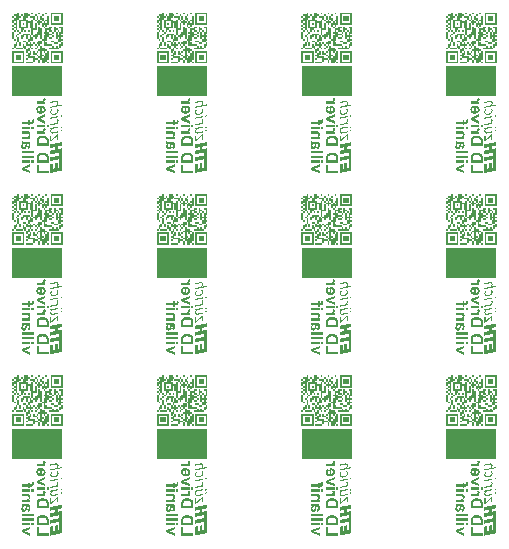
<source format=gbo>
G04*
G04 #@! TF.GenerationSoftware,Altium Limited,Altium Designer,25.0.2 (28)*
G04*
G04 Layer_Color=32896*
%FSLAX44Y44*%
%MOMM*%
G71*
G04*
G04 #@! TF.SameCoordinates,6A123C44-6EB7-423C-9969-B25F4FCB3D5A*
G04*
G04*
G04 #@! TF.FilePolarity,Positive*
G04*
G01*
G75*
%ADD41R,4.2500X2.6250*%
G36*
X466431Y518654D02*
X464952D01*
Y519949D01*
Y520134D01*
X466431D01*
Y518654D01*
D02*
G37*
G36*
X460514D02*
X459035D01*
Y518839D01*
Y519024D01*
Y520134D01*
X460514D01*
Y518654D01*
D02*
G37*
G36*
X454596D02*
X453117D01*
Y520134D01*
X454596D01*
Y518654D01*
D02*
G37*
G36*
X343931D02*
X342452D01*
Y519949D01*
Y520134D01*
X343931D01*
Y518654D01*
D02*
G37*
G36*
X338014D02*
X336535D01*
Y518839D01*
Y519024D01*
Y520134D01*
X338014D01*
Y518654D01*
D02*
G37*
G36*
X332096D02*
X330617D01*
Y520134D01*
X332096D01*
Y518654D01*
D02*
G37*
G36*
X221431D02*
X219952D01*
Y519949D01*
Y520134D01*
X221431D01*
Y518654D01*
D02*
G37*
G36*
X215514D02*
X214035D01*
Y518839D01*
Y519024D01*
Y520134D01*
X215514D01*
Y518654D01*
D02*
G37*
G36*
X209596D02*
X208117D01*
Y520134D01*
X209596D01*
Y518654D01*
D02*
G37*
G36*
X98931D02*
X97452D01*
Y519949D01*
Y520134D01*
X98931D01*
Y518654D01*
D02*
G37*
G36*
X93014D02*
X91535D01*
Y518839D01*
Y519024D01*
Y520134D01*
X93014D01*
Y518654D01*
D02*
G37*
G36*
X87096D02*
X85617D01*
Y520134D01*
X87096D01*
Y518654D01*
D02*
G37*
G36*
X463473Y517175D02*
X461993D01*
Y518654D01*
X463473D01*
Y517175D01*
D02*
G37*
G36*
X450158Y518654D02*
X451638D01*
Y517175D01*
X456076D01*
Y514216D01*
X457555D01*
Y513476D01*
Y513292D01*
Y512737D01*
X459035D01*
Y514216D01*
X457555D01*
Y515141D01*
Y515326D01*
Y517175D01*
X456076D01*
Y518654D01*
X457555D01*
Y517175D01*
X459035D01*
Y514216D01*
X460514D01*
Y512737D01*
X461993D01*
Y511257D01*
X463473D01*
Y512737D01*
X461993D01*
Y514216D01*
X460514D01*
Y517175D01*
X461993D01*
Y515695D01*
X463473D01*
Y512737D01*
X464952D01*
Y511257D01*
X466431D01*
Y512737D01*
X464952D01*
Y514216D01*
X466431D01*
Y517175D01*
X467911D01*
Y509778D01*
X466431D01*
Y508299D01*
X464952D01*
Y509778D01*
X463473D01*
Y508299D01*
X464952D01*
Y506819D01*
X467911D01*
Y508299D01*
X470869D01*
Y506819D01*
X469390D01*
Y505340D01*
X470869D01*
Y503861D01*
X472349D01*
Y502381D01*
X470869D01*
Y503861D01*
X467911D01*
Y505340D01*
X466431D01*
Y503861D01*
X467911D01*
Y502381D01*
X470869D01*
Y500902D01*
X472349D01*
Y499422D01*
X470869D01*
Y500902D01*
X467911D01*
Y499422D01*
X470869D01*
Y498683D01*
Y498498D01*
Y497943D01*
X467911D01*
Y499422D01*
X466431D01*
Y496464D01*
X464952D01*
Y494985D01*
X466431D01*
Y493505D01*
X470869D01*
Y492026D01*
X472349D01*
Y490546D01*
X473828D01*
Y492026D01*
X475307D01*
Y490546D01*
X476787D01*
Y489067D01*
X467911D01*
Y489252D01*
Y489437D01*
Y490546D01*
X470869D01*
Y492026D01*
X463473D01*
Y496464D01*
X461993D01*
Y497943D01*
X460514D01*
Y500902D01*
X459035D01*
Y499422D01*
X457555D01*
Y498683D01*
Y498498D01*
Y497943D01*
X456076D01*
Y499422D01*
X454596D01*
Y500902D01*
X453117D01*
Y506819D01*
X451638D01*
Y511257D01*
X450158D01*
Y506819D01*
X447200D01*
Y505340D01*
X448679D01*
Y503861D01*
X447200D01*
Y505340D01*
X445720D01*
Y503861D01*
X444241D01*
Y506819D01*
X442762D01*
Y514216D01*
X441282D01*
Y507929D01*
Y507744D01*
Y505340D01*
X442762D01*
Y503861D01*
X444241D01*
Y502936D01*
Y502751D01*
Y502381D01*
X442762D01*
Y503861D01*
X441282D01*
Y505340D01*
X439803D01*
Y506819D01*
X438324D01*
Y508299D01*
X436844D01*
Y509778D01*
X438324D01*
Y508299D01*
X439803D01*
Y509778D01*
X438324D01*
Y511257D01*
X436844D01*
Y514216D01*
X438324D01*
Y515695D01*
X436844D01*
Y515880D01*
Y516065D01*
Y517175D01*
X438324D01*
Y515695D01*
X439803D01*
Y517175D01*
X438324D01*
Y518654D01*
X441282D01*
Y520134D01*
X442762D01*
Y517175D01*
X444241D01*
Y515695D01*
X442762D01*
Y514216D01*
X445720D01*
Y517175D01*
X444241D01*
Y518654D01*
X445720D01*
Y518469D01*
Y517175D01*
X447200D01*
Y520134D01*
X450158D01*
Y518654D01*
D02*
G37*
G36*
X340973Y517175D02*
X339493D01*
Y518654D01*
X340973D01*
Y517175D01*
D02*
G37*
G36*
X327658Y518654D02*
X329138D01*
Y517175D01*
X333576D01*
Y514216D01*
X335055D01*
Y513476D01*
Y513292D01*
Y512737D01*
X336535D01*
Y514216D01*
X335055D01*
Y515141D01*
Y515326D01*
Y517175D01*
X333576D01*
Y518654D01*
X335055D01*
Y517175D01*
X336535D01*
Y514216D01*
X338014D01*
Y512737D01*
X339493D01*
Y511257D01*
X340973D01*
Y512737D01*
X339493D01*
Y514216D01*
X338014D01*
Y517175D01*
X339493D01*
Y515695D01*
X340973D01*
Y512737D01*
X342452D01*
Y511257D01*
X343931D01*
Y512737D01*
X342452D01*
Y514216D01*
X343931D01*
Y517175D01*
X345411D01*
Y509778D01*
X343931D01*
Y508299D01*
X342452D01*
Y509778D01*
X340973D01*
Y508299D01*
X342452D01*
Y506819D01*
X345411D01*
Y508299D01*
X348369D01*
Y506819D01*
X346890D01*
Y505340D01*
X348369D01*
Y503861D01*
X349849D01*
Y502381D01*
X348369D01*
Y503861D01*
X345411D01*
Y505340D01*
X343931D01*
Y503861D01*
X345411D01*
Y502381D01*
X348369D01*
Y500902D01*
X349849D01*
Y499422D01*
X348369D01*
Y500902D01*
X345411D01*
Y499422D01*
X348369D01*
Y498683D01*
Y498498D01*
Y497943D01*
X345411D01*
Y499422D01*
X343931D01*
Y496464D01*
X342452D01*
Y494985D01*
X343931D01*
Y493505D01*
X348369D01*
Y492026D01*
X349849D01*
Y490546D01*
X351328D01*
Y492026D01*
X352807D01*
Y490546D01*
X354287D01*
Y489067D01*
X345411D01*
Y489252D01*
Y489437D01*
Y490546D01*
X348369D01*
Y492026D01*
X340973D01*
Y496464D01*
X339493D01*
Y497943D01*
X338014D01*
Y500902D01*
X336535D01*
Y499422D01*
X335055D01*
Y498683D01*
Y498498D01*
Y497943D01*
X333576D01*
Y499422D01*
X332096D01*
Y500902D01*
X330617D01*
Y506819D01*
X329138D01*
Y511257D01*
X327658D01*
Y506819D01*
X324700D01*
Y505340D01*
X326179D01*
Y503861D01*
X324700D01*
Y505340D01*
X323220D01*
Y503861D01*
X321741D01*
Y506819D01*
X320262D01*
Y514216D01*
X318782D01*
Y507929D01*
Y507744D01*
Y505340D01*
X320262D01*
Y503861D01*
X321741D01*
Y502936D01*
Y502751D01*
Y502381D01*
X320262D01*
Y503861D01*
X318782D01*
Y505340D01*
X317303D01*
Y506819D01*
X315823D01*
Y508299D01*
X314344D01*
Y509778D01*
X315823D01*
Y508299D01*
X317303D01*
Y509778D01*
X315823D01*
Y511257D01*
X314344D01*
Y514216D01*
X315823D01*
Y515695D01*
X314344D01*
Y515880D01*
Y516065D01*
Y517175D01*
X315823D01*
Y515695D01*
X317303D01*
Y517175D01*
X315823D01*
Y518654D01*
X318782D01*
Y520134D01*
X320262D01*
Y517175D01*
X321741D01*
Y515695D01*
X320262D01*
Y514216D01*
X323220D01*
Y517175D01*
X321741D01*
Y518654D01*
X323220D01*
Y518469D01*
Y517175D01*
X324700D01*
Y520134D01*
X327658D01*
Y518654D01*
D02*
G37*
G36*
X218473Y517175D02*
X216993D01*
Y518654D01*
X218473D01*
Y517175D01*
D02*
G37*
G36*
X205158Y518654D02*
X206638D01*
Y517175D01*
X211076D01*
Y514216D01*
X212555D01*
Y513476D01*
Y513292D01*
Y512737D01*
X214035D01*
Y514216D01*
X212555D01*
Y515141D01*
Y515326D01*
Y517175D01*
X211076D01*
Y518654D01*
X212555D01*
Y517175D01*
X214035D01*
Y514216D01*
X215514D01*
Y512737D01*
X216993D01*
Y511257D01*
X218473D01*
Y512737D01*
X216993D01*
Y514216D01*
X215514D01*
Y517175D01*
X216993D01*
Y515695D01*
X218473D01*
Y512737D01*
X219952D01*
Y511257D01*
X221431D01*
Y512737D01*
X219952D01*
Y514216D01*
X221431D01*
Y517175D01*
X222911D01*
Y509778D01*
X221431D01*
Y508299D01*
X219952D01*
Y509778D01*
X218473D01*
Y508299D01*
X219952D01*
Y506819D01*
X222911D01*
Y508299D01*
X225869D01*
Y506819D01*
X224390D01*
Y505340D01*
X225869D01*
Y503861D01*
X227349D01*
Y502381D01*
X225869D01*
Y503861D01*
X222911D01*
Y505340D01*
X221431D01*
Y503861D01*
X222911D01*
Y502381D01*
X225869D01*
Y500902D01*
X227349D01*
Y499422D01*
X225869D01*
Y500902D01*
X222911D01*
Y499422D01*
X225869D01*
Y498683D01*
Y498498D01*
Y497943D01*
X222911D01*
Y499422D01*
X221431D01*
Y496464D01*
X219952D01*
Y494985D01*
X221431D01*
Y493505D01*
X225869D01*
Y492026D01*
X227349D01*
Y490546D01*
X228828D01*
Y492026D01*
X230307D01*
Y490546D01*
X231787D01*
Y489067D01*
X222911D01*
Y489252D01*
Y489437D01*
Y490546D01*
X225869D01*
Y492026D01*
X218473D01*
Y496464D01*
X216993D01*
Y497943D01*
X215514D01*
Y500902D01*
X214035D01*
Y499422D01*
X212555D01*
Y498683D01*
Y498498D01*
Y497943D01*
X211076D01*
Y499422D01*
X209596D01*
Y500902D01*
X208117D01*
Y506819D01*
X206638D01*
Y511257D01*
X205158D01*
Y506819D01*
X202200D01*
Y505340D01*
X203679D01*
Y503861D01*
X202200D01*
Y505340D01*
X200720D01*
Y503861D01*
X199241D01*
Y506819D01*
X197762D01*
Y514216D01*
X196282D01*
Y507929D01*
Y507744D01*
Y505340D01*
X197762D01*
Y503861D01*
X199241D01*
Y502936D01*
Y502751D01*
Y502381D01*
X197762D01*
Y503861D01*
X196282D01*
Y505340D01*
X194803D01*
Y506819D01*
X193323D01*
Y508299D01*
X191844D01*
Y509778D01*
X193323D01*
Y508299D01*
X194803D01*
Y509778D01*
X193323D01*
Y511257D01*
X191844D01*
Y514216D01*
X193323D01*
Y515695D01*
X191844D01*
Y515880D01*
Y516065D01*
Y517175D01*
X193323D01*
Y515695D01*
X194803D01*
Y517175D01*
X193323D01*
Y518654D01*
X196282D01*
Y520134D01*
X197762D01*
Y517175D01*
X199241D01*
Y515695D01*
X197762D01*
Y514216D01*
X200720D01*
Y517175D01*
X199241D01*
Y518654D01*
X200720D01*
Y518469D01*
Y517175D01*
X202200D01*
Y520134D01*
X205158D01*
Y518654D01*
D02*
G37*
G36*
X95973Y517175D02*
X94493D01*
Y518654D01*
X95973D01*
Y517175D01*
D02*
G37*
G36*
X82658Y518654D02*
X84138D01*
Y517175D01*
X88576D01*
Y514216D01*
X90055D01*
Y513476D01*
Y513292D01*
Y512737D01*
X91535D01*
Y514216D01*
X90055D01*
Y515141D01*
Y515326D01*
Y517175D01*
X88576D01*
Y518654D01*
X90055D01*
Y517175D01*
X91535D01*
Y514216D01*
X93014D01*
Y512737D01*
X94493D01*
Y511257D01*
X95973D01*
Y512737D01*
X94493D01*
Y514216D01*
X93014D01*
Y517175D01*
X94493D01*
Y515695D01*
X95973D01*
Y512737D01*
X97452D01*
Y511257D01*
X98931D01*
Y512737D01*
X97452D01*
Y514216D01*
X98931D01*
Y517175D01*
X100411D01*
Y509778D01*
X98931D01*
Y508299D01*
X97452D01*
Y509778D01*
X95973D01*
Y508299D01*
X97452D01*
Y506819D01*
X100411D01*
Y508299D01*
X103369D01*
Y506819D01*
X101890D01*
Y505340D01*
X103369D01*
Y503861D01*
X104849D01*
Y502381D01*
X103369D01*
Y503861D01*
X100411D01*
Y505340D01*
X98931D01*
Y503861D01*
X100411D01*
Y502381D01*
X103369D01*
Y500902D01*
X104849D01*
Y499422D01*
X103369D01*
Y500902D01*
X100411D01*
Y499422D01*
X103369D01*
Y498683D01*
Y498498D01*
Y497943D01*
X100411D01*
Y499422D01*
X98931D01*
Y496464D01*
X97452D01*
Y494985D01*
X98931D01*
Y493505D01*
X103369D01*
Y492026D01*
X104849D01*
Y490546D01*
X106328D01*
Y492026D01*
X107807D01*
Y490546D01*
X109287D01*
Y489067D01*
X100411D01*
Y489252D01*
Y489437D01*
Y490546D01*
X103369D01*
Y492026D01*
X95973D01*
Y496464D01*
X94493D01*
Y497943D01*
X93014D01*
Y500902D01*
X91535D01*
Y499422D01*
X90055D01*
Y498683D01*
Y498498D01*
Y497943D01*
X88576D01*
Y499422D01*
X87096D01*
Y500902D01*
X85617D01*
Y506819D01*
X84138D01*
Y511257D01*
X82658D01*
Y506819D01*
X79700D01*
Y505340D01*
X81179D01*
Y503861D01*
X79700D01*
Y505340D01*
X78220D01*
Y503861D01*
X76741D01*
Y506819D01*
X75262D01*
Y514216D01*
X73782D01*
Y507929D01*
Y507744D01*
Y505340D01*
X75262D01*
Y503861D01*
X76741D01*
Y502936D01*
Y502751D01*
Y502381D01*
X75262D01*
Y503861D01*
X73782D01*
Y505340D01*
X72303D01*
Y506819D01*
X70823D01*
Y508299D01*
X69344D01*
Y509778D01*
X70823D01*
Y508299D01*
X72303D01*
Y509778D01*
X70823D01*
Y511257D01*
X69344D01*
Y514216D01*
X70823D01*
Y515695D01*
X69344D01*
Y515880D01*
Y516065D01*
Y517175D01*
X70823D01*
Y515695D01*
X72303D01*
Y517175D01*
X70823D01*
Y518654D01*
X73782D01*
Y520134D01*
X75262D01*
Y517175D01*
X76741D01*
Y515695D01*
X75262D01*
Y514216D01*
X78220D01*
Y517175D01*
X76741D01*
Y518654D01*
X78220D01*
Y518469D01*
Y517175D01*
X79700D01*
Y520134D01*
X82658D01*
Y518654D01*
D02*
G37*
G36*
X479745Y509778D02*
X469390D01*
Y516620D01*
Y516805D01*
Y520134D01*
X479745D01*
Y509778D01*
D02*
G37*
G36*
X357245D02*
X346890D01*
Y516620D01*
Y516805D01*
Y520134D01*
X357245D01*
Y509778D01*
D02*
G37*
G36*
X234746D02*
X224390D01*
Y516620D01*
Y516805D01*
Y520134D01*
X234746D01*
Y509778D01*
D02*
G37*
G36*
X112246D02*
X101890D01*
Y516620D01*
Y516805D01*
Y520134D01*
X112246D01*
Y509778D01*
D02*
G37*
G36*
X479745Y502381D02*
X478266D01*
Y500902D01*
X479745D01*
Y499422D01*
X478266D01*
Y497943D01*
X479745D01*
Y496464D01*
X478266D01*
Y494985D01*
X479745D01*
Y494800D01*
Y494615D01*
Y492026D01*
X478266D01*
Y490546D01*
X476787D01*
Y493505D01*
X478266D01*
Y494985D01*
X475307D01*
Y497943D01*
X473828D01*
Y503861D01*
X472349D01*
Y508299D01*
X473828D01*
Y506819D01*
X475307D01*
Y505340D01*
X476787D01*
Y503861D01*
X478266D01*
Y506819D01*
X476787D01*
Y508299D01*
X479745D01*
Y502381D01*
D02*
G37*
G36*
X451638Y503861D02*
X450158D01*
Y505340D01*
X451638D01*
Y503861D01*
D02*
G37*
G36*
X438324Y505340D02*
X439803D01*
Y504600D01*
Y504415D01*
Y503861D01*
X438324D01*
Y505340D01*
X436844D01*
Y506450D01*
Y506634D01*
Y506819D01*
X438324D01*
Y505340D01*
D02*
G37*
G36*
X357245Y502381D02*
X355766D01*
Y500902D01*
X357245D01*
Y499422D01*
X355766D01*
Y497943D01*
X357245D01*
Y496464D01*
X355766D01*
Y494985D01*
X357245D01*
Y494800D01*
Y494615D01*
Y492026D01*
X355766D01*
Y490546D01*
X354287D01*
Y493505D01*
X355766D01*
Y494985D01*
X352807D01*
Y497943D01*
X351328D01*
Y503861D01*
X349849D01*
Y508299D01*
X351328D01*
Y506819D01*
X352807D01*
Y505340D01*
X354287D01*
Y503861D01*
X355766D01*
Y506819D01*
X354287D01*
Y508299D01*
X357245D01*
Y502381D01*
D02*
G37*
G36*
X329138Y503861D02*
X327658D01*
Y505340D01*
X329138D01*
Y503861D01*
D02*
G37*
G36*
X315823Y505340D02*
X317303D01*
Y504600D01*
Y504415D01*
Y503861D01*
X315823D01*
Y505340D01*
X314344D01*
Y506450D01*
Y506634D01*
Y506819D01*
X315823D01*
Y505340D01*
D02*
G37*
G36*
X234746Y502381D02*
X233266D01*
Y500902D01*
X234746D01*
Y499422D01*
X233266D01*
Y497943D01*
X234746D01*
Y496464D01*
X233266D01*
Y494985D01*
X234746D01*
Y494800D01*
Y494615D01*
Y492026D01*
X233266D01*
Y490546D01*
X231787D01*
Y493505D01*
X233266D01*
Y494985D01*
X230307D01*
Y497943D01*
X228828D01*
Y503861D01*
X227349D01*
Y508299D01*
X228828D01*
Y506819D01*
X230307D01*
Y505340D01*
X231787D01*
Y503861D01*
X233266D01*
Y506819D01*
X231787D01*
Y508299D01*
X234746D01*
Y502381D01*
D02*
G37*
G36*
X206638Y503861D02*
X205158D01*
Y505340D01*
X206638D01*
Y503861D01*
D02*
G37*
G36*
X193323Y505340D02*
X194803D01*
Y504600D01*
Y504415D01*
Y503861D01*
X193323D01*
Y505340D01*
X191844D01*
Y506450D01*
Y506634D01*
Y506819D01*
X193323D01*
Y505340D01*
D02*
G37*
G36*
X112246Y502381D02*
X110766D01*
Y500902D01*
X112246D01*
Y499422D01*
X110766D01*
Y497943D01*
X112246D01*
Y496464D01*
X110766D01*
Y494985D01*
X112246D01*
Y494800D01*
Y494615D01*
Y492026D01*
X110766D01*
Y490546D01*
X109287D01*
Y493505D01*
X110766D01*
Y494985D01*
X107807D01*
Y497943D01*
X106328D01*
Y503861D01*
X104849D01*
Y508299D01*
X106328D01*
Y506819D01*
X107807D01*
Y505340D01*
X109287D01*
Y503861D01*
X110766D01*
Y506819D01*
X109287D01*
Y508299D01*
X112246D01*
Y502381D01*
D02*
G37*
G36*
X84138Y503861D02*
X82658D01*
Y505340D01*
X84138D01*
Y503861D01*
D02*
G37*
G36*
X70823Y505340D02*
X72303D01*
Y504600D01*
Y504415D01*
Y503861D01*
X70823D01*
Y505340D01*
X69344D01*
Y506450D01*
Y506634D01*
Y506819D01*
X70823D01*
Y505340D01*
D02*
G37*
G36*
X442762Y501272D02*
Y501087D01*
Y500902D01*
X441282D01*
Y502381D01*
X442762D01*
Y501272D01*
D02*
G37*
G36*
X320262D02*
Y501087D01*
Y500902D01*
X318782D01*
Y502381D01*
X320262D01*
Y501272D01*
D02*
G37*
G36*
X197762D02*
Y501087D01*
Y500902D01*
X196282D01*
Y502381D01*
X197762D01*
Y501272D01*
D02*
G37*
G36*
X75262D02*
Y501087D01*
Y500902D01*
X73782D01*
Y502381D01*
X75262D01*
Y501272D01*
D02*
G37*
G36*
X438324Y497943D02*
X439803D01*
Y496464D01*
X438324D01*
Y496649D01*
Y496834D01*
Y497943D01*
X436844D01*
Y501272D01*
Y501457D01*
Y503861D01*
X438324D01*
Y497943D01*
D02*
G37*
G36*
X315823D02*
X317303D01*
Y496464D01*
X315823D01*
Y496649D01*
Y496834D01*
Y497943D01*
X314344D01*
Y501272D01*
Y501457D01*
Y503861D01*
X315823D01*
Y497943D01*
D02*
G37*
G36*
X193323D02*
X194803D01*
Y496464D01*
X193323D01*
Y496649D01*
Y496834D01*
Y497943D01*
X191844D01*
Y501272D01*
Y501457D01*
Y503861D01*
X193323D01*
Y497943D01*
D02*
G37*
G36*
X70823D02*
X72303D01*
Y496464D01*
X70823D01*
Y496649D01*
Y496834D01*
Y497943D01*
X69344D01*
Y501272D01*
Y501457D01*
Y503861D01*
X70823D01*
Y497943D01*
D02*
G37*
G36*
X472349Y494985D02*
X475307D01*
Y493505D01*
X472349D01*
Y493690D01*
Y494985D01*
X469390D01*
Y495539D01*
Y495724D01*
Y496464D01*
X472349D01*
Y494985D01*
D02*
G37*
G36*
X451638Y500902D02*
X453117D01*
Y499422D01*
X454596D01*
Y497943D01*
Y497758D01*
Y496464D01*
X451638D01*
Y494985D01*
X453117D01*
Y493505D01*
X454596D01*
Y492026D01*
X453117D01*
Y490546D01*
X454596D01*
Y490362D01*
Y490177D01*
Y489067D01*
X453117D01*
Y490546D01*
X451638D01*
Y492026D01*
X448679D01*
Y494985D01*
X445720D01*
Y496464D01*
X448679D01*
Y494985D01*
X450158D01*
Y494430D01*
Y494245D01*
Y493505D01*
X451638D01*
Y494985D01*
X450158D01*
Y497943D01*
X448679D01*
Y500902D01*
X447200D01*
Y499422D01*
X445720D01*
Y497943D01*
X444241D01*
Y499238D01*
Y499422D01*
Y500902D01*
X445720D01*
Y502381D01*
X451638D01*
Y500902D01*
D02*
G37*
G36*
X349849Y494985D02*
X352807D01*
Y493505D01*
X349849D01*
Y493690D01*
Y494985D01*
X346890D01*
Y495539D01*
Y495724D01*
Y496464D01*
X349849D01*
Y494985D01*
D02*
G37*
G36*
X329138Y500902D02*
X330617D01*
Y499422D01*
X332096D01*
Y497943D01*
Y497758D01*
Y496464D01*
X329138D01*
Y494985D01*
X330617D01*
Y493505D01*
X332096D01*
Y492026D01*
X330617D01*
Y490546D01*
X332096D01*
Y490362D01*
Y490177D01*
Y489067D01*
X330617D01*
Y490546D01*
X329138D01*
Y492026D01*
X326179D01*
Y494985D01*
X323220D01*
Y496464D01*
X326179D01*
Y494985D01*
X327658D01*
Y494430D01*
Y494245D01*
Y493505D01*
X329138D01*
Y494985D01*
X327658D01*
Y497943D01*
X326179D01*
Y500902D01*
X324700D01*
Y499422D01*
X323220D01*
Y497943D01*
X321741D01*
Y499238D01*
Y499422D01*
Y500902D01*
X323220D01*
Y502381D01*
X329138D01*
Y500902D01*
D02*
G37*
G36*
X227349Y494985D02*
X230307D01*
Y493505D01*
X227349D01*
Y493690D01*
Y494985D01*
X224390D01*
Y495539D01*
Y495724D01*
Y496464D01*
X227349D01*
Y494985D01*
D02*
G37*
G36*
X206638Y500902D02*
X208117D01*
Y499422D01*
X209596D01*
Y497943D01*
Y497758D01*
Y496464D01*
X206638D01*
Y494985D01*
X208117D01*
Y493505D01*
X209596D01*
Y492026D01*
X208117D01*
Y490546D01*
X209596D01*
Y490362D01*
Y490177D01*
Y489067D01*
X208117D01*
Y490546D01*
X206638D01*
Y492026D01*
X203679D01*
Y494985D01*
X200720D01*
Y496464D01*
X203679D01*
Y494985D01*
X205158D01*
Y494430D01*
Y494245D01*
Y493505D01*
X206638D01*
Y494985D01*
X205158D01*
Y497943D01*
X203679D01*
Y500902D01*
X202200D01*
Y499422D01*
X200720D01*
Y497943D01*
X199241D01*
Y499238D01*
Y499422D01*
Y500902D01*
X200720D01*
Y502381D01*
X206638D01*
Y500902D01*
D02*
G37*
G36*
X104849Y494985D02*
X107807D01*
Y493505D01*
X104849D01*
Y493690D01*
Y494985D01*
X101890D01*
Y495539D01*
Y495724D01*
Y496464D01*
X104849D01*
Y494985D01*
D02*
G37*
G36*
X84138Y500902D02*
X85617D01*
Y499422D01*
X87096D01*
Y497943D01*
Y497758D01*
Y496464D01*
X84138D01*
Y494985D01*
X85617D01*
Y493505D01*
X87096D01*
Y492026D01*
X85617D01*
Y490546D01*
X87096D01*
Y490362D01*
Y490177D01*
Y489067D01*
X85617D01*
Y490546D01*
X84138D01*
Y492026D01*
X81179D01*
Y494985D01*
X78220D01*
Y496464D01*
X81179D01*
Y494985D01*
X82658D01*
Y494430D01*
Y494245D01*
Y493505D01*
X84138D01*
Y494985D01*
X82658D01*
Y497943D01*
X81179D01*
Y500902D01*
X79700D01*
Y499422D01*
X78220D01*
Y497943D01*
X76741D01*
Y499238D01*
Y499422D01*
Y500902D01*
X78220D01*
Y502381D01*
X84138D01*
Y500902D01*
D02*
G37*
G36*
X441282Y499422D02*
X442762D01*
Y498128D01*
Y497943D01*
Y494985D01*
X444241D01*
Y492026D01*
X442762D01*
Y494985D01*
X441282D01*
Y499422D01*
X439803D01*
Y500902D01*
X441282D01*
Y499422D01*
D02*
G37*
G36*
X318782D02*
X320262D01*
Y498128D01*
Y497943D01*
Y494985D01*
X321741D01*
Y492026D01*
X320262D01*
Y494985D01*
X318782D01*
Y499422D01*
X317303D01*
Y500902D01*
X318782D01*
Y499422D01*
D02*
G37*
G36*
X196282D02*
X197762D01*
Y498128D01*
Y497943D01*
Y494985D01*
X199241D01*
Y492026D01*
X197762D01*
Y494985D01*
X196282D01*
Y499422D01*
X194803D01*
Y500902D01*
X196282D01*
Y499422D01*
D02*
G37*
G36*
X73782D02*
X75262D01*
Y498128D01*
Y497943D01*
Y494985D01*
X76741D01*
Y492026D01*
X75262D01*
Y494985D01*
X73782D01*
Y499422D01*
X72303D01*
Y500902D01*
X73782D01*
Y499422D01*
D02*
G37*
G36*
X456076Y494800D02*
Y494615D01*
Y493505D01*
X457555D01*
Y492026D01*
X459035D01*
Y490546D01*
X457555D01*
Y492026D01*
X456076D01*
Y493505D01*
X454596D01*
Y494985D01*
X456076D01*
Y494800D01*
D02*
G37*
G36*
X333576D02*
Y494615D01*
Y493505D01*
X335055D01*
Y492026D01*
X336535D01*
Y490546D01*
X335055D01*
Y492026D01*
X333576D01*
Y493505D01*
X332096D01*
Y494985D01*
X333576D01*
Y494800D01*
D02*
G37*
G36*
X211076D02*
Y494615D01*
Y493505D01*
X212555D01*
Y492026D01*
X214035D01*
Y490546D01*
X212555D01*
Y492026D01*
X211076D01*
Y493505D01*
X209596D01*
Y494985D01*
X211076D01*
Y494800D01*
D02*
G37*
G36*
X88576D02*
Y494615D01*
Y493505D01*
X90055D01*
Y492026D01*
X91535D01*
Y490546D01*
X90055D01*
Y492026D01*
X88576D01*
Y493505D01*
X87096D01*
Y494985D01*
X88576D01*
Y494800D01*
D02*
G37*
G36*
X457555Y489067D02*
X456076D01*
Y490546D01*
X457555D01*
Y489067D01*
D02*
G37*
G36*
X441282Y492026D02*
X439803D01*
Y490546D01*
X445720D01*
Y489067D01*
X439803D01*
Y490546D01*
X438324D01*
Y490731D01*
Y490916D01*
Y493505D01*
X439803D01*
Y494985D01*
X441282D01*
Y492026D01*
D02*
G37*
G36*
X438324Y490362D02*
Y490177D01*
Y489067D01*
X436844D01*
Y490546D01*
X438324D01*
Y490362D01*
D02*
G37*
G36*
X335055Y489067D02*
X333576D01*
Y490546D01*
X335055D01*
Y489067D01*
D02*
G37*
G36*
X318782Y492026D02*
X317303D01*
Y490546D01*
X323220D01*
Y489067D01*
X317303D01*
Y490546D01*
X315823D01*
Y490731D01*
Y490916D01*
Y493505D01*
X317303D01*
Y494985D01*
X318782D01*
Y492026D01*
D02*
G37*
G36*
X315823Y490362D02*
Y490177D01*
Y489067D01*
X314344D01*
Y490546D01*
X315823D01*
Y490362D01*
D02*
G37*
G36*
X212555Y489067D02*
X211076D01*
Y490546D01*
X212555D01*
Y489067D01*
D02*
G37*
G36*
X196282Y492026D02*
X194803D01*
Y490546D01*
X200720D01*
Y489067D01*
X194803D01*
Y490546D01*
X193323D01*
Y490731D01*
Y490916D01*
Y493505D01*
X194803D01*
Y494985D01*
X196282D01*
Y492026D01*
D02*
G37*
G36*
X193323Y490362D02*
Y490177D01*
Y489067D01*
X191844D01*
Y490546D01*
X193323D01*
Y490362D01*
D02*
G37*
G36*
X90055Y489067D02*
X88576D01*
Y490546D01*
X90055D01*
Y489067D01*
D02*
G37*
G36*
X73782Y492026D02*
X72303D01*
Y490546D01*
X78220D01*
Y489067D01*
X72303D01*
Y490546D01*
X70823D01*
Y490731D01*
Y490916D01*
Y493505D01*
X72303D01*
Y494985D01*
X73782D01*
Y492026D01*
D02*
G37*
G36*
X70823Y490362D02*
Y490177D01*
Y489067D01*
X69344D01*
Y490546D01*
X70823D01*
Y490362D01*
D02*
G37*
G36*
X459035Y486663D02*
Y486478D01*
Y486108D01*
X457555D01*
Y487588D01*
X459035D01*
Y486663D01*
D02*
G37*
G36*
X336535D02*
Y486478D01*
Y486108D01*
X335055D01*
Y487588D01*
X336535D01*
Y486663D01*
D02*
G37*
G36*
X214035D02*
Y486478D01*
Y486108D01*
X212555D01*
Y487588D01*
X214035D01*
Y486663D01*
D02*
G37*
G36*
X91535D02*
Y486478D01*
Y486108D01*
X90055D01*
Y487588D01*
X91535D01*
Y486663D01*
D02*
G37*
G36*
X461993Y493505D02*
X460514D01*
Y492765D01*
Y492580D01*
Y492026D01*
X461993D01*
Y490546D01*
X464952D01*
Y489067D01*
X466431D01*
Y487588D01*
X467911D01*
Y484999D01*
Y484814D01*
Y480191D01*
X466431D01*
Y478712D01*
X467911D01*
Y477232D01*
X466431D01*
Y477787D01*
Y477972D01*
Y478712D01*
X464952D01*
Y477232D01*
X461993D01*
Y480191D01*
X460514D01*
Y481670D01*
X459035D01*
Y483150D01*
X457555D01*
Y484629D01*
X454596D01*
Y486478D01*
Y486663D01*
Y487588D01*
X456076D01*
Y486108D01*
X457555D01*
Y484629D01*
X459035D01*
Y483150D01*
X460514D01*
Y487588D01*
X459035D01*
Y489067D01*
X460514D01*
Y492026D01*
X459035D01*
Y493505D01*
X457555D01*
Y494985D01*
X459035D01*
Y496464D01*
X461993D01*
Y493505D01*
D02*
G37*
G36*
X339493D02*
X338014D01*
Y492765D01*
Y492580D01*
Y492026D01*
X339493D01*
Y490546D01*
X342452D01*
Y489067D01*
X343931D01*
Y487588D01*
X345411D01*
Y484999D01*
Y484814D01*
Y480191D01*
X343931D01*
Y478712D01*
X345411D01*
Y477232D01*
X343931D01*
Y477787D01*
Y477972D01*
Y478712D01*
X342452D01*
Y477232D01*
X339493D01*
Y480191D01*
X338014D01*
Y481670D01*
X336535D01*
Y483150D01*
X335055D01*
Y484629D01*
X332096D01*
Y486478D01*
Y486663D01*
Y487588D01*
X333576D01*
Y486108D01*
X335055D01*
Y484629D01*
X336535D01*
Y483150D01*
X338014D01*
Y487588D01*
X336535D01*
Y489067D01*
X338014D01*
Y492026D01*
X336535D01*
Y493505D01*
X335055D01*
Y494985D01*
X336535D01*
Y496464D01*
X339493D01*
Y493505D01*
D02*
G37*
G36*
X216993D02*
X215514D01*
Y492765D01*
Y492580D01*
Y492026D01*
X216993D01*
Y490546D01*
X219952D01*
Y489067D01*
X221431D01*
Y487588D01*
X222911D01*
Y484999D01*
Y484814D01*
Y480191D01*
X221431D01*
Y478712D01*
X222911D01*
Y477232D01*
X221431D01*
Y477787D01*
Y477972D01*
Y478712D01*
X219952D01*
Y477232D01*
X216993D01*
Y480191D01*
X215514D01*
Y481670D01*
X214035D01*
Y483150D01*
X212555D01*
Y484629D01*
X209596D01*
Y486478D01*
Y486663D01*
Y487588D01*
X211076D01*
Y486108D01*
X212555D01*
Y484629D01*
X214035D01*
Y483150D01*
X215514D01*
Y487588D01*
X214035D01*
Y489067D01*
X215514D01*
Y492026D01*
X214035D01*
Y493505D01*
X212555D01*
Y494985D01*
X214035D01*
Y496464D01*
X216993D01*
Y493505D01*
D02*
G37*
G36*
X94493D02*
X93014D01*
Y492765D01*
Y492580D01*
Y492026D01*
X94493D01*
Y490546D01*
X97452D01*
Y489067D01*
X98931D01*
Y487588D01*
X100411D01*
Y484999D01*
Y484814D01*
Y480191D01*
X98931D01*
Y478712D01*
X100411D01*
Y477232D01*
X98931D01*
Y477787D01*
Y477972D01*
Y478712D01*
X97452D01*
Y477232D01*
X94493D01*
Y480191D01*
X93014D01*
Y481670D01*
X91535D01*
Y483150D01*
X90055D01*
Y484629D01*
X87096D01*
Y486478D01*
Y486663D01*
Y487588D01*
X88576D01*
Y486108D01*
X90055D01*
Y484629D01*
X91535D01*
Y483150D01*
X93014D01*
Y487588D01*
X91535D01*
Y489067D01*
X93014D01*
Y492026D01*
X91535D01*
Y493505D01*
X90055D01*
Y494985D01*
X91535D01*
Y496464D01*
X94493D01*
Y493505D01*
D02*
G37*
G36*
X450158Y480191D02*
X448679D01*
Y481670D01*
X450158D01*
Y480191D01*
D02*
G37*
G36*
X327658D02*
X326179D01*
Y481670D01*
X327658D01*
Y480191D01*
D02*
G37*
G36*
X205158D02*
X203679D01*
Y481670D01*
X205158D01*
Y480191D01*
D02*
G37*
G36*
X82658D02*
X81179D01*
Y481670D01*
X82658D01*
Y480191D01*
D02*
G37*
G36*
X479745Y480561D02*
Y480376D01*
Y477232D01*
X469390D01*
Y487588D01*
X479745D01*
Y480561D01*
D02*
G37*
G36*
X447200Y492026D02*
X448679D01*
Y489067D01*
X450158D01*
Y490546D01*
X451638D01*
Y487588D01*
X453117D01*
Y484629D01*
X451638D01*
Y484259D01*
Y484074D01*
Y483150D01*
X456076D01*
Y481670D01*
X459035D01*
Y480191D01*
X460514D01*
Y477232D01*
X459035D01*
Y479081D01*
Y479266D01*
Y480191D01*
X456076D01*
Y478712D01*
X454596D01*
Y481670D01*
X450158D01*
Y483150D01*
X448679D01*
Y484629D01*
X450158D01*
Y486108D01*
X448679D01*
Y486663D01*
Y486848D01*
Y489067D01*
X447200D01*
Y489992D01*
Y490177D01*
Y490546D01*
X445720D01*
Y493505D01*
X447200D01*
Y492026D01*
D02*
G37*
G36*
X454596Y477232D02*
X448679D01*
Y478712D01*
X454596D01*
Y477232D01*
D02*
G37*
G36*
X447200D02*
X436844D01*
Y487588D01*
X447200D01*
Y477232D01*
D02*
G37*
G36*
X357245Y480561D02*
Y480376D01*
Y477232D01*
X346890D01*
Y487588D01*
X357245D01*
Y480561D01*
D02*
G37*
G36*
X324700Y492026D02*
X326179D01*
Y489067D01*
X327658D01*
Y490546D01*
X329138D01*
Y487588D01*
X330617D01*
Y484629D01*
X329138D01*
Y484259D01*
Y484074D01*
Y483150D01*
X333576D01*
Y481670D01*
X336535D01*
Y480191D01*
X338014D01*
Y477232D01*
X336535D01*
Y479081D01*
Y479266D01*
Y480191D01*
X333576D01*
Y478712D01*
X332096D01*
Y481670D01*
X327658D01*
Y483150D01*
X326179D01*
Y484629D01*
X327658D01*
Y486108D01*
X326179D01*
Y486663D01*
Y486848D01*
Y489067D01*
X324700D01*
Y489992D01*
Y490177D01*
Y490546D01*
X323220D01*
Y493505D01*
X324700D01*
Y492026D01*
D02*
G37*
G36*
X332096Y477232D02*
X326179D01*
Y478712D01*
X332096D01*
Y477232D01*
D02*
G37*
G36*
X324700D02*
X314344D01*
Y487588D01*
X324700D01*
Y477232D01*
D02*
G37*
G36*
X234746Y480561D02*
Y480376D01*
Y477232D01*
X224390D01*
Y487588D01*
X234746D01*
Y480561D01*
D02*
G37*
G36*
X202200Y492026D02*
X203679D01*
Y489067D01*
X205158D01*
Y490546D01*
X206638D01*
Y487588D01*
X208117D01*
Y484629D01*
X206638D01*
Y484259D01*
Y484074D01*
Y483150D01*
X211076D01*
Y481670D01*
X214035D01*
Y480191D01*
X215514D01*
Y477232D01*
X214035D01*
Y479081D01*
Y479266D01*
Y480191D01*
X211076D01*
Y478712D01*
X209596D01*
Y481670D01*
X205158D01*
Y483150D01*
X203679D01*
Y484629D01*
X205158D01*
Y486108D01*
X203679D01*
Y486663D01*
Y486848D01*
Y489067D01*
X202200D01*
Y489992D01*
Y490177D01*
Y490546D01*
X200720D01*
Y493505D01*
X202200D01*
Y492026D01*
D02*
G37*
G36*
X209596Y477232D02*
X203679D01*
Y478712D01*
X209596D01*
Y477232D01*
D02*
G37*
G36*
X202200D02*
X191844D01*
Y487588D01*
X202200D01*
Y477232D01*
D02*
G37*
G36*
X112246Y480561D02*
Y480376D01*
Y477232D01*
X101890D01*
Y487588D01*
X112246D01*
Y480561D01*
D02*
G37*
G36*
X79700Y492026D02*
X81179D01*
Y489067D01*
X82658D01*
Y490546D01*
X84138D01*
Y487588D01*
X85617D01*
Y484629D01*
X84138D01*
Y484259D01*
Y484074D01*
Y483150D01*
X88576D01*
Y481670D01*
X91535D01*
Y480191D01*
X93014D01*
Y477232D01*
X91535D01*
Y479081D01*
Y479266D01*
Y480191D01*
X88576D01*
Y478712D01*
X87096D01*
Y481670D01*
X82658D01*
Y483150D01*
X81179D01*
Y484629D01*
X82658D01*
Y486108D01*
X81179D01*
Y486663D01*
Y486848D01*
Y489067D01*
X79700D01*
Y489992D01*
Y490177D01*
Y490546D01*
X78220D01*
Y493505D01*
X79700D01*
Y492026D01*
D02*
G37*
G36*
X87096Y477232D02*
X81179D01*
Y478712D01*
X87096D01*
Y477232D01*
D02*
G37*
G36*
X79700D02*
X69344D01*
Y487588D01*
X79700D01*
Y477232D01*
D02*
G37*
G36*
X464893Y447668D02*
X464993Y447435D01*
X465060Y447213D01*
X465104Y447013D01*
X465127Y446846D01*
X465138Y446780D01*
X465149Y446713D01*
Y446602D01*
X465138Y446424D01*
X465116Y446269D01*
X465071Y446125D01*
X465027Y445992D01*
X464982Y445892D01*
X464938Y445814D01*
X464916Y445770D01*
X464905Y445747D01*
X464860Y445681D01*
X464794Y445603D01*
X464649Y445459D01*
X464494Y445326D01*
X464327Y445192D01*
X464172Y445081D01*
X464039Y444993D01*
X463983Y444959D01*
X463950Y444937D01*
X463928Y444926D01*
X463917Y444915D01*
X464982D01*
Y443095D01*
X457556D01*
Y445059D01*
X459843D01*
X460187D01*
X460498Y445070D01*
X460775D01*
X461031Y445081D01*
X461264Y445093D01*
X461464Y445104D01*
X461641Y445126D01*
X461797Y445137D01*
X461930Y445148D01*
X462041Y445170D01*
X462141Y445181D01*
X462207Y445192D01*
X462263Y445204D01*
X462296D01*
X462318Y445215D01*
X462329D01*
X462540Y445281D01*
X462707Y445359D01*
X462851Y445437D01*
X462962Y445503D01*
X463051Y445570D01*
X463106Y445625D01*
X463140Y445659D01*
X463151Y445670D01*
X463228Y445781D01*
X463284Y445903D01*
X463328Y446014D01*
X463351Y446125D01*
X463373Y446225D01*
X463384Y446302D01*
Y446369D01*
X463373Y446535D01*
X463340Y446691D01*
X463284Y446846D01*
X463228Y446991D01*
X463162Y447113D01*
X463117Y447201D01*
X463073Y447268D01*
X463062Y447290D01*
X464771Y447901D01*
X464893Y447668D01*
D02*
G37*
G36*
X342393D02*
X342493Y447435D01*
X342560Y447213D01*
X342604Y447013D01*
X342627Y446846D01*
X342638Y446780D01*
X342649Y446713D01*
Y446602D01*
X342638Y446424D01*
X342616Y446269D01*
X342571Y446125D01*
X342527Y445992D01*
X342482Y445892D01*
X342438Y445814D01*
X342416Y445770D01*
X342405Y445747D01*
X342360Y445681D01*
X342294Y445603D01*
X342149Y445459D01*
X341994Y445326D01*
X341827Y445192D01*
X341672Y445081D01*
X341539Y444993D01*
X341483Y444959D01*
X341450Y444937D01*
X341428Y444926D01*
X341417Y444915D01*
X342482D01*
Y443095D01*
X335056D01*
Y445059D01*
X337343D01*
X337687D01*
X337998Y445070D01*
X338275D01*
X338531Y445081D01*
X338764Y445093D01*
X338964Y445104D01*
X339141Y445126D01*
X339297Y445137D01*
X339430Y445148D01*
X339541Y445170D01*
X339641Y445181D01*
X339707Y445192D01*
X339763Y445204D01*
X339796D01*
X339818Y445215D01*
X339829D01*
X340040Y445281D01*
X340207Y445359D01*
X340351Y445437D01*
X340462Y445503D01*
X340551Y445570D01*
X340606Y445625D01*
X340640Y445659D01*
X340651Y445670D01*
X340728Y445781D01*
X340784Y445903D01*
X340828Y446014D01*
X340851Y446125D01*
X340873Y446225D01*
X340884Y446302D01*
Y446369D01*
X340873Y446535D01*
X340840Y446691D01*
X340784Y446846D01*
X340728Y446991D01*
X340662Y447113D01*
X340617Y447201D01*
X340573Y447268D01*
X340562Y447290D01*
X342271Y447901D01*
X342393Y447668D01*
D02*
G37*
G36*
X219893D02*
X219993Y447435D01*
X220060Y447213D01*
X220104Y447013D01*
X220127Y446846D01*
X220138Y446780D01*
X220149Y446713D01*
Y446602D01*
X220138Y446424D01*
X220116Y446269D01*
X220071Y446125D01*
X220027Y445992D01*
X219982Y445892D01*
X219938Y445814D01*
X219916Y445770D01*
X219905Y445747D01*
X219860Y445681D01*
X219794Y445603D01*
X219649Y445459D01*
X219494Y445326D01*
X219327Y445192D01*
X219172Y445081D01*
X219039Y444993D01*
X218983Y444959D01*
X218950Y444937D01*
X218928Y444926D01*
X218917Y444915D01*
X219982D01*
Y443095D01*
X212556D01*
Y445059D01*
X214843D01*
X215187D01*
X215498Y445070D01*
X215775D01*
X216031Y445081D01*
X216264Y445093D01*
X216464Y445104D01*
X216641Y445126D01*
X216797Y445137D01*
X216930Y445148D01*
X217041Y445170D01*
X217141Y445181D01*
X217207Y445192D01*
X217263Y445204D01*
X217296D01*
X217318Y445215D01*
X217329D01*
X217540Y445281D01*
X217707Y445359D01*
X217851Y445437D01*
X217962Y445503D01*
X218051Y445570D01*
X218106Y445625D01*
X218140Y445659D01*
X218151Y445670D01*
X218228Y445781D01*
X218284Y445903D01*
X218328Y446014D01*
X218351Y446125D01*
X218373Y446225D01*
X218384Y446302D01*
Y446369D01*
X218373Y446535D01*
X218340Y446691D01*
X218284Y446846D01*
X218228Y446991D01*
X218162Y447113D01*
X218118Y447201D01*
X218073Y447268D01*
X218062Y447290D01*
X219771Y447901D01*
X219893Y447668D01*
D02*
G37*
G36*
X97394D02*
X97493Y447435D01*
X97560Y447213D01*
X97604Y447013D01*
X97627Y446846D01*
X97638Y446780D01*
X97649Y446713D01*
Y446602D01*
X97638Y446424D01*
X97615Y446269D01*
X97571Y446125D01*
X97527Y445992D01*
X97482Y445892D01*
X97438Y445814D01*
X97416Y445770D01*
X97405Y445747D01*
X97360Y445681D01*
X97294Y445603D01*
X97149Y445459D01*
X96994Y445326D01*
X96827Y445192D01*
X96672Y445081D01*
X96539Y444993D01*
X96483Y444959D01*
X96450Y444937D01*
X96428Y444926D01*
X96417Y444915D01*
X97482D01*
Y443095D01*
X90056D01*
Y445059D01*
X92343D01*
X92687D01*
X92998Y445070D01*
X93275D01*
X93531Y445081D01*
X93764Y445093D01*
X93964Y445104D01*
X94141Y445126D01*
X94297Y445137D01*
X94430Y445148D01*
X94541Y445170D01*
X94641Y445181D01*
X94707Y445192D01*
X94763Y445204D01*
X94796D01*
X94818Y445215D01*
X94829D01*
X95040Y445281D01*
X95207Y445359D01*
X95351Y445437D01*
X95462Y445503D01*
X95551Y445570D01*
X95606Y445625D01*
X95640Y445659D01*
X95651Y445670D01*
X95729Y445781D01*
X95784Y445903D01*
X95828Y446014D01*
X95851Y446125D01*
X95873Y446225D01*
X95884Y446302D01*
Y446369D01*
X95873Y446535D01*
X95840Y446691D01*
X95784Y446846D01*
X95729Y446991D01*
X95662Y447113D01*
X95618Y447201D01*
X95573Y447268D01*
X95562Y447290D01*
X97271Y447901D01*
X97394Y447668D01*
D02*
G37*
G36*
X474265Y445533D02*
X474517D01*
Y445516D01*
X474601D01*
Y445499D01*
X474719D01*
Y445482D01*
X474769D01*
Y445465D01*
X474836D01*
Y445448D01*
X474887D01*
Y445432D01*
X474937D01*
Y445415D01*
X475005D01*
Y445398D01*
X475021D01*
Y445381D01*
X475072D01*
Y445364D01*
X475105D01*
Y445348D01*
X475139D01*
Y445331D01*
X475173D01*
Y445314D01*
X475206D01*
Y445297D01*
X475240D01*
Y445280D01*
X475257D01*
Y445264D01*
X475307D01*
Y445247D01*
X475324D01*
Y445230D01*
X475341D01*
Y445213D01*
X475374D01*
Y445196D01*
X475391D01*
Y445180D01*
X475425D01*
Y445163D01*
X475442D01*
Y445146D01*
X475458D01*
Y445129D01*
X475492D01*
Y445095D01*
X475526D01*
Y445079D01*
X475542D01*
Y445062D01*
X475559D01*
Y445045D01*
X475576D01*
Y445028D01*
X475593D01*
Y445011D01*
X475610D01*
Y444995D01*
X475626D01*
Y444978D01*
X475643D01*
Y444961D01*
X475660D01*
Y444944D01*
X475677D01*
Y444927D01*
X475694D01*
Y444894D01*
X475711D01*
Y444877D01*
X475727D01*
Y444860D01*
X475744D01*
Y444843D01*
X475761D01*
Y444810D01*
X475778D01*
Y444793D01*
X475795D01*
Y444776D01*
X475812D01*
Y444742D01*
X475828D01*
Y444726D01*
X475845D01*
Y444675D01*
X475862D01*
Y444658D01*
X475879D01*
Y444625D01*
X475896D01*
Y444591D01*
X475912D01*
Y444574D01*
X475929D01*
Y444524D01*
X475946D01*
Y444490D01*
X475963D01*
Y444457D01*
X475980D01*
Y444406D01*
X475996D01*
Y444373D01*
X476013D01*
Y444305D01*
X476030D01*
Y444255D01*
X476047D01*
Y444171D01*
X476064D01*
Y444104D01*
X476080D01*
Y444036D01*
X476097D01*
Y443851D01*
X476114D01*
Y443482D01*
X476097D01*
Y443213D01*
X476080D01*
Y443129D01*
X476064D01*
Y443045D01*
X476047D01*
Y442944D01*
X476030D01*
Y442893D01*
X476013D01*
Y442809D01*
X475996D01*
Y442759D01*
X475980D01*
Y442708D01*
X475963D01*
Y442658D01*
X475946D01*
Y442624D01*
X475929D01*
Y442557D01*
X475912D01*
Y442540D01*
X475896D01*
Y442490D01*
X475879D01*
Y442456D01*
X475862D01*
Y442422D01*
X475845D01*
Y442389D01*
X475828D01*
Y442355D01*
X475812D01*
Y442322D01*
X475795D01*
Y442305D01*
X475778D01*
Y442254D01*
X475761D01*
Y442238D01*
X475744D01*
Y442204D01*
X475727D01*
Y442170D01*
X475711D01*
Y442154D01*
X475694D01*
Y442120D01*
X475677D01*
Y442103D01*
X475660D01*
Y442086D01*
X475643D01*
Y442053D01*
X475626D01*
Y442036D01*
X475610D01*
Y442019D01*
X475593D01*
Y442002D01*
X475576D01*
Y441968D01*
X475559D01*
Y441952D01*
X475542D01*
Y441935D01*
X475526D01*
Y441918D01*
X475509D01*
Y441901D01*
X475492D01*
Y441884D01*
X475475D01*
Y441868D01*
X475458D01*
Y441851D01*
X475442D01*
Y441834D01*
X475425D01*
Y441817D01*
X475408D01*
Y441784D01*
X475374D01*
Y441750D01*
X475442D01*
Y441767D01*
X475492D01*
Y441784D01*
X475593D01*
Y441800D01*
X475660D01*
Y441817D01*
X475744D01*
Y441834D01*
X475845D01*
Y441851D01*
X475896D01*
Y441868D01*
X476013D01*
Y441884D01*
X476080D01*
Y441901D01*
X476165D01*
Y441918D01*
X476249D01*
Y441935D01*
X476316D01*
Y441952D01*
X476433D01*
Y441968D01*
X476484D01*
Y441985D01*
X476585D01*
Y442002D01*
X476652D01*
Y442019D01*
X476736D01*
Y442036D01*
X476837D01*
Y442053D01*
X476904D01*
Y442069D01*
X477005D01*
Y442086D01*
X477072D01*
Y442103D01*
X477156D01*
Y442120D01*
X477240D01*
Y442137D01*
X477308D01*
Y442154D01*
X477425D01*
Y442170D01*
X477476D01*
Y442187D01*
X477577D01*
Y442204D01*
X477661D01*
Y442221D01*
X477728D01*
Y442238D01*
X477829D01*
Y442254D01*
X477896D01*
Y442271D01*
X477997D01*
Y442288D01*
X478064D01*
Y442305D01*
X478148D01*
Y442322D01*
X478232D01*
Y442338D01*
X478300D01*
Y442355D01*
X478417D01*
Y442372D01*
X478468D01*
Y442389D01*
X478585D01*
Y442406D01*
X478653D01*
Y442422D01*
X478720D01*
Y442439D01*
X478821D01*
Y442456D01*
X478888D01*
Y442473D01*
X478989D01*
Y442490D01*
X479056D01*
Y442506D01*
X479106D01*
Y442490D01*
X479123D01*
Y441548D01*
X479106D01*
Y441515D01*
X479022D01*
Y441498D01*
X478938D01*
Y441481D01*
X478871D01*
Y441464D01*
X478754D01*
Y441447D01*
X478703D01*
Y441431D01*
X478602D01*
Y441414D01*
X478518D01*
Y441397D01*
X478451D01*
Y441380D01*
X478350D01*
Y441363D01*
X478283D01*
Y441347D01*
X478165D01*
Y441330D01*
X478115D01*
Y441313D01*
X478031D01*
Y441296D01*
X477930D01*
Y441279D01*
X477863D01*
Y441263D01*
X477762D01*
Y441246D01*
X477694D01*
Y441229D01*
X477593D01*
Y441212D01*
X477509D01*
Y441195D01*
X477442D01*
Y441178D01*
X477341D01*
Y441162D01*
X477274D01*
Y441145D01*
X477173D01*
Y441128D01*
X477106D01*
Y441111D01*
X477022D01*
Y441094D01*
X476921D01*
Y441078D01*
X476871D01*
Y441061D01*
X476753D01*
Y441044D01*
X476686D01*
Y441027D01*
X476585D01*
Y441010D01*
X476518D01*
Y440993D01*
X476450D01*
Y440977D01*
X476333D01*
Y440960D01*
X476282D01*
Y440943D01*
X476165D01*
Y440926D01*
X476097D01*
Y440909D01*
X476013D01*
Y440893D01*
X475929D01*
Y440876D01*
X475862D01*
Y440859D01*
X475744D01*
Y440842D01*
X475694D01*
Y440825D01*
X475576D01*
Y440808D01*
X475509D01*
Y440792D01*
X475442D01*
Y440775D01*
X475324D01*
Y440758D01*
X475274D01*
Y440741D01*
X475156D01*
Y440724D01*
X475089D01*
Y440708D01*
X475005D01*
Y440691D01*
X474921D01*
Y440674D01*
X474853D01*
Y440657D01*
X474735D01*
Y440640D01*
X474685D01*
Y440624D01*
X474584D01*
Y440607D01*
X474500D01*
Y440590D01*
X474433D01*
Y440573D01*
X474332D01*
Y440556D01*
X474265D01*
Y440540D01*
X474147D01*
Y440523D01*
X474097D01*
Y440506D01*
X473996D01*
Y440489D01*
X473912D01*
Y440472D01*
X473844D01*
Y440456D01*
X473744D01*
Y440439D01*
X473676D01*
Y440422D01*
X473576D01*
Y440405D01*
X473508D01*
Y440388D01*
X473424D01*
Y440371D01*
X473323D01*
Y440355D01*
X473273D01*
Y440338D01*
X473155D01*
Y440321D01*
X473088D01*
Y440304D01*
X473004D01*
Y440287D01*
X472903D01*
Y440271D01*
X472853D01*
Y440254D01*
X472735D01*
Y440237D01*
X472668D01*
Y440220D01*
X472567D01*
Y440203D01*
X472500D01*
Y440187D01*
X472416D01*
Y440170D01*
X472315D01*
Y440153D01*
X472264D01*
Y440136D01*
X472147D01*
Y440119D01*
X472079D01*
Y440102D01*
X471995D01*
Y440086D01*
X471911D01*
Y440069D01*
X471844D01*
Y440052D01*
X471726D01*
Y440035D01*
X471676D01*
Y440018D01*
X471558D01*
Y440002D01*
X471491D01*
Y439985D01*
X471424D01*
Y439968D01*
X471306D01*
Y439951D01*
X471255D01*
Y439934D01*
X471138D01*
Y439917D01*
X471087D01*
Y439901D01*
X470987D01*
Y439884D01*
X470902D01*
Y439867D01*
X470835D01*
Y439850D01*
X470718D01*
Y439833D01*
X470667D01*
Y439817D01*
X470566D01*
Y439800D01*
X470482D01*
Y439783D01*
X470415D01*
Y439766D01*
X470314D01*
Y439749D01*
X470247D01*
Y439733D01*
X470129D01*
Y439716D01*
X470079D01*
Y439699D01*
X469978D01*
Y439682D01*
X469894D01*
Y439665D01*
X469827D01*
Y439649D01*
X469726D01*
Y439632D01*
X469658D01*
Y439615D01*
X469558D01*
Y439598D01*
X469490D01*
Y439581D01*
X469406D01*
Y439565D01*
X469322D01*
Y439548D01*
X469289D01*
Y439581D01*
X469272D01*
Y440523D01*
X469289D01*
Y440540D01*
X469373D01*
Y440556D01*
X469423D01*
Y440573D01*
X469541D01*
Y440590D01*
X469608D01*
Y440607D01*
X469675D01*
Y440624D01*
X469793D01*
Y440640D01*
X469843D01*
Y440657D01*
X469961D01*
Y440674D01*
X470028D01*
Y440691D01*
X470112D01*
Y440708D01*
X470213D01*
Y440724D01*
X470264D01*
Y440741D01*
X470381D01*
Y440758D01*
X470449D01*
Y440775D01*
X470549D01*
Y440792D01*
X470617D01*
Y440808D01*
X470701D01*
Y440825D01*
X470802D01*
Y440842D01*
X470869D01*
Y440859D01*
X470987D01*
Y440876D01*
X471037D01*
Y440893D01*
X471138D01*
Y440909D01*
X471222D01*
Y440926D01*
X471289D01*
Y440943D01*
X471407D01*
Y440960D01*
X471457D01*
Y440977D01*
X471575D01*
Y440993D01*
X471642D01*
Y441010D01*
X471709D01*
Y441027D01*
X471827D01*
Y441044D01*
X471878D01*
Y441061D01*
X471995D01*
Y441078D01*
X472062D01*
Y441094D01*
X472147D01*
Y441111D01*
X472231D01*
Y441128D01*
X472298D01*
Y441145D01*
X472416D01*
Y441162D01*
X472483D01*
Y441178D01*
X472584D01*
Y441195D01*
X472651D01*
Y441212D01*
X472735D01*
Y441229D01*
X472836D01*
Y441246D01*
X472903D01*
Y441263D01*
X473021D01*
Y441279D01*
X473071D01*
Y441296D01*
X473172D01*
Y441313D01*
X473256D01*
Y441330D01*
X473323D01*
Y441347D01*
X473424D01*
Y441363D01*
X473475D01*
Y441380D01*
X473576D01*
Y441397D01*
X473626D01*
Y441414D01*
X473676D01*
Y441431D01*
X473760D01*
Y441447D01*
X473777D01*
Y441464D01*
X473861D01*
Y441481D01*
X473895D01*
Y441498D01*
X473929D01*
Y441515D01*
X473979D01*
Y441531D01*
X474013D01*
Y441548D01*
X474063D01*
Y441565D01*
X474080D01*
Y441582D01*
X474130D01*
Y441599D01*
X474164D01*
Y441615D01*
X474181D01*
Y441632D01*
X474231D01*
Y441649D01*
X474248D01*
Y441666D01*
X474282D01*
Y441683D01*
X474298D01*
Y441700D01*
X474332D01*
Y441716D01*
X474366D01*
Y441733D01*
X474383D01*
Y441750D01*
X474416D01*
Y441767D01*
X474433D01*
Y441784D01*
X474467D01*
Y441800D01*
X474483D01*
Y441817D01*
X474500D01*
Y441834D01*
X474517D01*
Y441851D01*
X474534D01*
Y441868D01*
X474567D01*
Y441884D01*
X474584D01*
Y441901D01*
X474601D01*
Y441918D01*
X474618D01*
Y441935D01*
X474635D01*
Y441952D01*
X474651D01*
Y441968D01*
X474668D01*
Y441985D01*
X474685D01*
Y442002D01*
X474702D01*
Y442019D01*
X474719D01*
Y442036D01*
X474735D01*
Y442053D01*
X474752D01*
Y442069D01*
X474769D01*
Y442086D01*
X474786D01*
Y442103D01*
X474803D01*
Y442137D01*
X474820D01*
Y442154D01*
X474836D01*
Y442170D01*
X474853D01*
Y442187D01*
X474870D01*
Y442221D01*
X474887D01*
Y442254D01*
X474904D01*
Y442271D01*
X474921D01*
Y442305D01*
X474937D01*
Y442322D01*
X474954D01*
Y442338D01*
X474971D01*
Y442372D01*
X474988D01*
Y442406D01*
X475005D01*
Y442439D01*
X475021D01*
Y442473D01*
X475038D01*
Y442506D01*
X475055D01*
Y442540D01*
X475072D01*
Y442574D01*
X475089D01*
Y442624D01*
X475105D01*
Y442658D01*
X475122D01*
Y442725D01*
X475139D01*
Y442759D01*
X475156D01*
Y442809D01*
X475173D01*
Y442893D01*
X475189D01*
Y442944D01*
X475206D01*
Y443061D01*
X475223D01*
Y443145D01*
X475240D01*
Y443532D01*
X475223D01*
Y443616D01*
X475206D01*
Y443717D01*
X475189D01*
Y443767D01*
X475173D01*
Y443835D01*
X475156D01*
Y443868D01*
X475139D01*
Y443902D01*
X475122D01*
Y443952D01*
X475105D01*
Y443969D01*
X475089D01*
Y444020D01*
X475072D01*
Y444036D01*
X475055D01*
Y444070D01*
X475038D01*
Y444087D01*
X475021D01*
Y444120D01*
X475005D01*
Y444137D01*
X474988D01*
Y444154D01*
X474971D01*
Y444171D01*
X474954D01*
Y444204D01*
X474937D01*
Y444221D01*
X474921D01*
Y444238D01*
X474904D01*
Y444255D01*
X474870D01*
Y444272D01*
X474853D01*
Y444289D01*
X474836D01*
Y444305D01*
X474820D01*
Y444322D01*
X474786D01*
Y444339D01*
X474769D01*
Y444356D01*
X474735D01*
Y444373D01*
X474702D01*
Y444389D01*
X474685D01*
Y444406D01*
X474635D01*
Y444423D01*
X474601D01*
Y444440D01*
X474567D01*
Y444457D01*
X474517D01*
Y444473D01*
X474467D01*
Y444490D01*
X474383D01*
Y444507D01*
X474315D01*
Y444524D01*
X473777D01*
Y444507D01*
X473676D01*
Y444490D01*
X473525D01*
Y444473D01*
X473458D01*
Y444457D01*
X473357D01*
Y444440D01*
X473273D01*
Y444423D01*
X473206D01*
Y444406D01*
X473105D01*
Y444389D01*
X473038D01*
Y444373D01*
X472937D01*
Y444356D01*
X472869D01*
Y444339D01*
X472785D01*
Y444322D01*
X472685D01*
Y444305D01*
X472617D01*
Y444289D01*
X472516D01*
Y444272D01*
X472449D01*
Y444255D01*
X472348D01*
Y444238D01*
X472264D01*
Y444221D01*
X472197D01*
Y444204D01*
X472096D01*
Y444188D01*
X472029D01*
Y444171D01*
X471928D01*
Y444154D01*
X471861D01*
Y444137D01*
X471777D01*
Y444120D01*
X471676D01*
Y444104D01*
X471609D01*
Y444087D01*
X471508D01*
Y444070D01*
X471441D01*
Y444053D01*
X471340D01*
Y444036D01*
X471255D01*
Y444020D01*
X471188D01*
Y444003D01*
X471087D01*
Y443986D01*
X471020D01*
Y443969D01*
X470919D01*
Y443952D01*
X470852D01*
Y443936D01*
X470768D01*
Y443919D01*
X470667D01*
Y443902D01*
X470617D01*
Y443885D01*
X470499D01*
Y443868D01*
X470432D01*
Y443851D01*
X470331D01*
Y443835D01*
X470264D01*
Y443818D01*
X470196D01*
Y443801D01*
X470079D01*
Y443784D01*
X470028D01*
Y443767D01*
X469911D01*
Y443751D01*
X469843D01*
Y443734D01*
X469759D01*
Y443717D01*
X469658D01*
Y443700D01*
X469608D01*
Y443683D01*
X469490D01*
Y443666D01*
X469440D01*
Y443650D01*
X469339D01*
Y443633D01*
X469289D01*
Y443650D01*
X469272D01*
Y444608D01*
X469305D01*
Y444625D01*
X469373D01*
Y444642D01*
X469457D01*
Y444658D01*
X469558D01*
Y444675D01*
X469608D01*
Y444692D01*
X469726D01*
Y444709D01*
X469793D01*
Y444726D01*
X469877D01*
Y444742D01*
X469961D01*
Y444759D01*
X470028D01*
Y444776D01*
X470129D01*
Y444793D01*
X470196D01*
Y444810D01*
X470297D01*
Y444827D01*
X470364D01*
Y444843D01*
X470449D01*
Y444860D01*
X470549D01*
Y444877D01*
X470600D01*
Y444894D01*
X470718D01*
Y444911D01*
X470785D01*
Y444927D01*
X470869D01*
Y444944D01*
X470953D01*
Y444961D01*
X471020D01*
Y444978D01*
X471138D01*
Y444995D01*
X471188D01*
Y445011D01*
X471306D01*
Y445028D01*
X471373D01*
Y445045D01*
X471441D01*
Y445062D01*
X471541D01*
Y445079D01*
X471609D01*
Y445095D01*
X471709D01*
Y445112D01*
X471777D01*
Y445129D01*
X471878D01*
Y445146D01*
X471962D01*
Y445163D01*
X472012D01*
Y445180D01*
X472130D01*
Y445196D01*
X472180D01*
Y445213D01*
X472298D01*
Y445230D01*
X472365D01*
Y445247D01*
X472432D01*
Y445264D01*
X472533D01*
Y445280D01*
X472600D01*
Y445297D01*
X472718D01*
Y445314D01*
X472769D01*
Y445331D01*
X472869D01*
Y445348D01*
X472953D01*
Y445364D01*
X473021D01*
Y445381D01*
X473122D01*
Y445398D01*
X473189D01*
Y445415D01*
X473290D01*
Y445432D01*
X473357D01*
Y445448D01*
X473424D01*
Y445465D01*
X473542D01*
Y445482D01*
X473609D01*
Y445499D01*
X473744D01*
Y445516D01*
X473844D01*
Y445533D01*
X474097D01*
Y445549D01*
X474265D01*
Y445533D01*
D02*
G37*
G36*
X351765D02*
X352017D01*
Y445516D01*
X352101D01*
Y445499D01*
X352219D01*
Y445482D01*
X352269D01*
Y445465D01*
X352336D01*
Y445448D01*
X352387D01*
Y445432D01*
X352437D01*
Y445415D01*
X352505D01*
Y445398D01*
X352521D01*
Y445381D01*
X352572D01*
Y445364D01*
X352605D01*
Y445348D01*
X352639D01*
Y445331D01*
X352673D01*
Y445314D01*
X352706D01*
Y445297D01*
X352740D01*
Y445280D01*
X352757D01*
Y445264D01*
X352807D01*
Y445247D01*
X352824D01*
Y445230D01*
X352841D01*
Y445213D01*
X352874D01*
Y445196D01*
X352891D01*
Y445180D01*
X352925D01*
Y445163D01*
X352942D01*
Y445146D01*
X352958D01*
Y445129D01*
X352992D01*
Y445095D01*
X353026D01*
Y445079D01*
X353042D01*
Y445062D01*
X353059D01*
Y445045D01*
X353076D01*
Y445028D01*
X353093D01*
Y445011D01*
X353110D01*
Y444995D01*
X353126D01*
Y444978D01*
X353143D01*
Y444961D01*
X353160D01*
Y444944D01*
X353177D01*
Y444927D01*
X353194D01*
Y444894D01*
X353211D01*
Y444877D01*
X353227D01*
Y444860D01*
X353244D01*
Y444843D01*
X353261D01*
Y444810D01*
X353278D01*
Y444793D01*
X353295D01*
Y444776D01*
X353312D01*
Y444742D01*
X353328D01*
Y444726D01*
X353345D01*
Y444675D01*
X353362D01*
Y444658D01*
X353379D01*
Y444625D01*
X353396D01*
Y444591D01*
X353412D01*
Y444574D01*
X353429D01*
Y444524D01*
X353446D01*
Y444490D01*
X353463D01*
Y444457D01*
X353480D01*
Y444406D01*
X353496D01*
Y444373D01*
X353513D01*
Y444305D01*
X353530D01*
Y444255D01*
X353547D01*
Y444171D01*
X353564D01*
Y444104D01*
X353580D01*
Y444036D01*
X353597D01*
Y443851D01*
X353614D01*
Y443482D01*
X353597D01*
Y443213D01*
X353580D01*
Y443129D01*
X353564D01*
Y443045D01*
X353547D01*
Y442944D01*
X353530D01*
Y442893D01*
X353513D01*
Y442809D01*
X353496D01*
Y442759D01*
X353480D01*
Y442708D01*
X353463D01*
Y442658D01*
X353446D01*
Y442624D01*
X353429D01*
Y442557D01*
X353412D01*
Y442540D01*
X353396D01*
Y442490D01*
X353379D01*
Y442456D01*
X353362D01*
Y442422D01*
X353345D01*
Y442389D01*
X353328D01*
Y442355D01*
X353312D01*
Y442322D01*
X353295D01*
Y442305D01*
X353278D01*
Y442254D01*
X353261D01*
Y442238D01*
X353244D01*
Y442204D01*
X353227D01*
Y442170D01*
X353211D01*
Y442154D01*
X353194D01*
Y442120D01*
X353177D01*
Y442103D01*
X353160D01*
Y442086D01*
X353143D01*
Y442053D01*
X353126D01*
Y442036D01*
X353110D01*
Y442019D01*
X353093D01*
Y442002D01*
X353076D01*
Y441968D01*
X353059D01*
Y441952D01*
X353042D01*
Y441935D01*
X353026D01*
Y441918D01*
X353009D01*
Y441901D01*
X352992D01*
Y441884D01*
X352975D01*
Y441868D01*
X352958D01*
Y441851D01*
X352942D01*
Y441834D01*
X352925D01*
Y441817D01*
X352908D01*
Y441784D01*
X352874D01*
Y441750D01*
X352942D01*
Y441767D01*
X352992D01*
Y441784D01*
X353093D01*
Y441800D01*
X353160D01*
Y441817D01*
X353244D01*
Y441834D01*
X353345D01*
Y441851D01*
X353396D01*
Y441868D01*
X353513D01*
Y441884D01*
X353580D01*
Y441901D01*
X353665D01*
Y441918D01*
X353749D01*
Y441935D01*
X353816D01*
Y441952D01*
X353933D01*
Y441968D01*
X353984D01*
Y441985D01*
X354085D01*
Y442002D01*
X354152D01*
Y442019D01*
X354236D01*
Y442036D01*
X354337D01*
Y442053D01*
X354404D01*
Y442069D01*
X354505D01*
Y442086D01*
X354572D01*
Y442103D01*
X354656D01*
Y442120D01*
X354740D01*
Y442137D01*
X354808D01*
Y442154D01*
X354925D01*
Y442170D01*
X354976D01*
Y442187D01*
X355077D01*
Y442204D01*
X355161D01*
Y442221D01*
X355228D01*
Y442238D01*
X355329D01*
Y442254D01*
X355396D01*
Y442271D01*
X355497D01*
Y442288D01*
X355564D01*
Y442305D01*
X355648D01*
Y442322D01*
X355732D01*
Y442338D01*
X355800D01*
Y442355D01*
X355917D01*
Y442372D01*
X355968D01*
Y442389D01*
X356085D01*
Y442406D01*
X356153D01*
Y442422D01*
X356220D01*
Y442439D01*
X356321D01*
Y442456D01*
X356388D01*
Y442473D01*
X356489D01*
Y442490D01*
X356556D01*
Y442506D01*
X356606D01*
Y442490D01*
X356623D01*
Y441548D01*
X356606D01*
Y441515D01*
X356522D01*
Y441498D01*
X356438D01*
Y441481D01*
X356371D01*
Y441464D01*
X356254D01*
Y441447D01*
X356203D01*
Y441431D01*
X356102D01*
Y441414D01*
X356018D01*
Y441397D01*
X355951D01*
Y441380D01*
X355850D01*
Y441363D01*
X355783D01*
Y441347D01*
X355665D01*
Y441330D01*
X355615D01*
Y441313D01*
X355531D01*
Y441296D01*
X355430D01*
Y441279D01*
X355363D01*
Y441263D01*
X355262D01*
Y441246D01*
X355194D01*
Y441229D01*
X355093D01*
Y441212D01*
X355009D01*
Y441195D01*
X354942D01*
Y441178D01*
X354841D01*
Y441162D01*
X354774D01*
Y441145D01*
X354673D01*
Y441128D01*
X354606D01*
Y441111D01*
X354522D01*
Y441094D01*
X354421D01*
Y441078D01*
X354371D01*
Y441061D01*
X354253D01*
Y441044D01*
X354186D01*
Y441027D01*
X354085D01*
Y441010D01*
X354018D01*
Y440993D01*
X353950D01*
Y440977D01*
X353833D01*
Y440960D01*
X353782D01*
Y440943D01*
X353665D01*
Y440926D01*
X353597D01*
Y440909D01*
X353513D01*
Y440893D01*
X353429D01*
Y440876D01*
X353362D01*
Y440859D01*
X353244D01*
Y440842D01*
X353194D01*
Y440825D01*
X353076D01*
Y440808D01*
X353009D01*
Y440792D01*
X352942D01*
Y440775D01*
X352824D01*
Y440758D01*
X352774D01*
Y440741D01*
X352656D01*
Y440724D01*
X352589D01*
Y440708D01*
X352505D01*
Y440691D01*
X352421D01*
Y440674D01*
X352353D01*
Y440657D01*
X352235D01*
Y440640D01*
X352185D01*
Y440624D01*
X352084D01*
Y440607D01*
X352000D01*
Y440590D01*
X351933D01*
Y440573D01*
X351832D01*
Y440556D01*
X351765D01*
Y440540D01*
X351647D01*
Y440523D01*
X351597D01*
Y440506D01*
X351496D01*
Y440489D01*
X351412D01*
Y440472D01*
X351344D01*
Y440456D01*
X351244D01*
Y440439D01*
X351176D01*
Y440422D01*
X351076D01*
Y440405D01*
X351008D01*
Y440388D01*
X350924D01*
Y440371D01*
X350823D01*
Y440355D01*
X350773D01*
Y440338D01*
X350655D01*
Y440321D01*
X350588D01*
Y440304D01*
X350504D01*
Y440287D01*
X350403D01*
Y440271D01*
X350353D01*
Y440254D01*
X350235D01*
Y440237D01*
X350168D01*
Y440220D01*
X350067D01*
Y440203D01*
X350000D01*
Y440187D01*
X349916D01*
Y440170D01*
X349815D01*
Y440153D01*
X349764D01*
Y440136D01*
X349646D01*
Y440119D01*
X349579D01*
Y440102D01*
X349495D01*
Y440086D01*
X349411D01*
Y440069D01*
X349344D01*
Y440052D01*
X349226D01*
Y440035D01*
X349176D01*
Y440018D01*
X349058D01*
Y440002D01*
X348991D01*
Y439985D01*
X348924D01*
Y439968D01*
X348806D01*
Y439951D01*
X348755D01*
Y439934D01*
X348638D01*
Y439917D01*
X348587D01*
Y439901D01*
X348487D01*
Y439884D01*
X348402D01*
Y439867D01*
X348335D01*
Y439850D01*
X348218D01*
Y439833D01*
X348167D01*
Y439817D01*
X348066D01*
Y439800D01*
X347982D01*
Y439783D01*
X347915D01*
Y439766D01*
X347814D01*
Y439749D01*
X347747D01*
Y439733D01*
X347629D01*
Y439716D01*
X347579D01*
Y439699D01*
X347478D01*
Y439682D01*
X347394D01*
Y439665D01*
X347327D01*
Y439649D01*
X347226D01*
Y439632D01*
X347158D01*
Y439615D01*
X347057D01*
Y439598D01*
X346990D01*
Y439581D01*
X346906D01*
Y439565D01*
X346822D01*
Y439548D01*
X346789D01*
Y439581D01*
X346772D01*
Y440523D01*
X346789D01*
Y440540D01*
X346873D01*
Y440556D01*
X346923D01*
Y440573D01*
X347041D01*
Y440590D01*
X347108D01*
Y440607D01*
X347175D01*
Y440624D01*
X347293D01*
Y440640D01*
X347343D01*
Y440657D01*
X347461D01*
Y440674D01*
X347528D01*
Y440691D01*
X347612D01*
Y440708D01*
X347713D01*
Y440724D01*
X347764D01*
Y440741D01*
X347881D01*
Y440758D01*
X347949D01*
Y440775D01*
X348049D01*
Y440792D01*
X348117D01*
Y440808D01*
X348201D01*
Y440825D01*
X348302D01*
Y440842D01*
X348369D01*
Y440859D01*
X348487D01*
Y440876D01*
X348537D01*
Y440893D01*
X348638D01*
Y440909D01*
X348722D01*
Y440926D01*
X348789D01*
Y440943D01*
X348907D01*
Y440960D01*
X348957D01*
Y440977D01*
X349075D01*
Y440993D01*
X349142D01*
Y441010D01*
X349209D01*
Y441027D01*
X349327D01*
Y441044D01*
X349378D01*
Y441061D01*
X349495D01*
Y441078D01*
X349562D01*
Y441094D01*
X349646D01*
Y441111D01*
X349731D01*
Y441128D01*
X349798D01*
Y441145D01*
X349916D01*
Y441162D01*
X349983D01*
Y441178D01*
X350084D01*
Y441195D01*
X350151D01*
Y441212D01*
X350235D01*
Y441229D01*
X350336D01*
Y441246D01*
X350403D01*
Y441263D01*
X350521D01*
Y441279D01*
X350571D01*
Y441296D01*
X350672D01*
Y441313D01*
X350756D01*
Y441330D01*
X350823D01*
Y441347D01*
X350924D01*
Y441363D01*
X350975D01*
Y441380D01*
X351076D01*
Y441397D01*
X351126D01*
Y441414D01*
X351176D01*
Y441431D01*
X351260D01*
Y441447D01*
X351277D01*
Y441464D01*
X351361D01*
Y441481D01*
X351395D01*
Y441498D01*
X351429D01*
Y441515D01*
X351479D01*
Y441531D01*
X351513D01*
Y441548D01*
X351563D01*
Y441565D01*
X351580D01*
Y441582D01*
X351630D01*
Y441599D01*
X351664D01*
Y441615D01*
X351681D01*
Y441632D01*
X351731D01*
Y441649D01*
X351748D01*
Y441666D01*
X351782D01*
Y441683D01*
X351798D01*
Y441700D01*
X351832D01*
Y441716D01*
X351866D01*
Y441733D01*
X351883D01*
Y441750D01*
X351916D01*
Y441767D01*
X351933D01*
Y441784D01*
X351967D01*
Y441800D01*
X351983D01*
Y441817D01*
X352000D01*
Y441834D01*
X352017D01*
Y441851D01*
X352034D01*
Y441868D01*
X352067D01*
Y441884D01*
X352084D01*
Y441901D01*
X352101D01*
Y441918D01*
X352118D01*
Y441935D01*
X352135D01*
Y441952D01*
X352151D01*
Y441968D01*
X352168D01*
Y441985D01*
X352185D01*
Y442002D01*
X352202D01*
Y442019D01*
X352219D01*
Y442036D01*
X352235D01*
Y442053D01*
X352252D01*
Y442069D01*
X352269D01*
Y442086D01*
X352286D01*
Y442103D01*
X352303D01*
Y442137D01*
X352320D01*
Y442154D01*
X352336D01*
Y442170D01*
X352353D01*
Y442187D01*
X352370D01*
Y442221D01*
X352387D01*
Y442254D01*
X352404D01*
Y442271D01*
X352421D01*
Y442305D01*
X352437D01*
Y442322D01*
X352454D01*
Y442338D01*
X352471D01*
Y442372D01*
X352488D01*
Y442406D01*
X352505D01*
Y442439D01*
X352521D01*
Y442473D01*
X352538D01*
Y442506D01*
X352555D01*
Y442540D01*
X352572D01*
Y442574D01*
X352589D01*
Y442624D01*
X352605D01*
Y442658D01*
X352622D01*
Y442725D01*
X352639D01*
Y442759D01*
X352656D01*
Y442809D01*
X352673D01*
Y442893D01*
X352689D01*
Y442944D01*
X352706D01*
Y443061D01*
X352723D01*
Y443145D01*
X352740D01*
Y443532D01*
X352723D01*
Y443616D01*
X352706D01*
Y443717D01*
X352689D01*
Y443767D01*
X352673D01*
Y443835D01*
X352656D01*
Y443868D01*
X352639D01*
Y443902D01*
X352622D01*
Y443952D01*
X352605D01*
Y443969D01*
X352589D01*
Y444020D01*
X352572D01*
Y444036D01*
X352555D01*
Y444070D01*
X352538D01*
Y444087D01*
X352521D01*
Y444120D01*
X352505D01*
Y444137D01*
X352488D01*
Y444154D01*
X352471D01*
Y444171D01*
X352454D01*
Y444204D01*
X352437D01*
Y444221D01*
X352421D01*
Y444238D01*
X352404D01*
Y444255D01*
X352370D01*
Y444272D01*
X352353D01*
Y444289D01*
X352336D01*
Y444305D01*
X352320D01*
Y444322D01*
X352286D01*
Y444339D01*
X352269D01*
Y444356D01*
X352235D01*
Y444373D01*
X352202D01*
Y444389D01*
X352185D01*
Y444406D01*
X352135D01*
Y444423D01*
X352101D01*
Y444440D01*
X352067D01*
Y444457D01*
X352017D01*
Y444473D01*
X351967D01*
Y444490D01*
X351883D01*
Y444507D01*
X351815D01*
Y444524D01*
X351277D01*
Y444507D01*
X351176D01*
Y444490D01*
X351025D01*
Y444473D01*
X350958D01*
Y444457D01*
X350857D01*
Y444440D01*
X350773D01*
Y444423D01*
X350706D01*
Y444406D01*
X350605D01*
Y444389D01*
X350538D01*
Y444373D01*
X350437D01*
Y444356D01*
X350369D01*
Y444339D01*
X350285D01*
Y444322D01*
X350185D01*
Y444305D01*
X350117D01*
Y444289D01*
X350016D01*
Y444272D01*
X349949D01*
Y444255D01*
X349848D01*
Y444238D01*
X349764D01*
Y444221D01*
X349697D01*
Y444204D01*
X349596D01*
Y444188D01*
X349529D01*
Y444171D01*
X349428D01*
Y444154D01*
X349361D01*
Y444137D01*
X349277D01*
Y444120D01*
X349176D01*
Y444104D01*
X349109D01*
Y444087D01*
X349008D01*
Y444070D01*
X348941D01*
Y444053D01*
X348840D01*
Y444036D01*
X348755D01*
Y444020D01*
X348688D01*
Y444003D01*
X348587D01*
Y443986D01*
X348520D01*
Y443969D01*
X348419D01*
Y443952D01*
X348352D01*
Y443936D01*
X348268D01*
Y443919D01*
X348167D01*
Y443902D01*
X348117D01*
Y443885D01*
X347999D01*
Y443868D01*
X347932D01*
Y443851D01*
X347831D01*
Y443835D01*
X347764D01*
Y443818D01*
X347696D01*
Y443801D01*
X347579D01*
Y443784D01*
X347528D01*
Y443767D01*
X347411D01*
Y443751D01*
X347343D01*
Y443734D01*
X347259D01*
Y443717D01*
X347158D01*
Y443700D01*
X347108D01*
Y443683D01*
X346990D01*
Y443666D01*
X346940D01*
Y443650D01*
X346839D01*
Y443633D01*
X346789D01*
Y443650D01*
X346772D01*
Y444608D01*
X346805D01*
Y444625D01*
X346873D01*
Y444642D01*
X346957D01*
Y444658D01*
X347057D01*
Y444675D01*
X347108D01*
Y444692D01*
X347226D01*
Y444709D01*
X347293D01*
Y444726D01*
X347377D01*
Y444742D01*
X347461D01*
Y444759D01*
X347528D01*
Y444776D01*
X347629D01*
Y444793D01*
X347696D01*
Y444810D01*
X347797D01*
Y444827D01*
X347864D01*
Y444843D01*
X347949D01*
Y444860D01*
X348049D01*
Y444877D01*
X348100D01*
Y444894D01*
X348218D01*
Y444911D01*
X348285D01*
Y444927D01*
X348369D01*
Y444944D01*
X348453D01*
Y444961D01*
X348520D01*
Y444978D01*
X348638D01*
Y444995D01*
X348688D01*
Y445011D01*
X348806D01*
Y445028D01*
X348873D01*
Y445045D01*
X348941D01*
Y445062D01*
X349041D01*
Y445079D01*
X349109D01*
Y445095D01*
X349209D01*
Y445112D01*
X349277D01*
Y445129D01*
X349378D01*
Y445146D01*
X349462D01*
Y445163D01*
X349512D01*
Y445180D01*
X349630D01*
Y445196D01*
X349680D01*
Y445213D01*
X349798D01*
Y445230D01*
X349865D01*
Y445247D01*
X349932D01*
Y445264D01*
X350033D01*
Y445280D01*
X350100D01*
Y445297D01*
X350218D01*
Y445314D01*
X350269D01*
Y445331D01*
X350369D01*
Y445348D01*
X350453D01*
Y445364D01*
X350521D01*
Y445381D01*
X350622D01*
Y445398D01*
X350689D01*
Y445415D01*
X350790D01*
Y445432D01*
X350857D01*
Y445448D01*
X350924D01*
Y445465D01*
X351042D01*
Y445482D01*
X351109D01*
Y445499D01*
X351244D01*
Y445516D01*
X351344D01*
Y445533D01*
X351597D01*
Y445549D01*
X351765D01*
Y445533D01*
D02*
G37*
G36*
X229265D02*
X229517D01*
Y445516D01*
X229601D01*
Y445499D01*
X229719D01*
Y445482D01*
X229769D01*
Y445465D01*
X229836D01*
Y445448D01*
X229887D01*
Y445432D01*
X229937D01*
Y445415D01*
X230005D01*
Y445398D01*
X230021D01*
Y445381D01*
X230072D01*
Y445364D01*
X230105D01*
Y445348D01*
X230139D01*
Y445331D01*
X230173D01*
Y445314D01*
X230206D01*
Y445297D01*
X230240D01*
Y445280D01*
X230257D01*
Y445264D01*
X230307D01*
Y445247D01*
X230324D01*
Y445230D01*
X230341D01*
Y445213D01*
X230374D01*
Y445196D01*
X230391D01*
Y445180D01*
X230425D01*
Y445163D01*
X230442D01*
Y445146D01*
X230458D01*
Y445129D01*
X230492D01*
Y445095D01*
X230526D01*
Y445079D01*
X230543D01*
Y445062D01*
X230559D01*
Y445045D01*
X230576D01*
Y445028D01*
X230593D01*
Y445011D01*
X230610D01*
Y444995D01*
X230627D01*
Y444978D01*
X230643D01*
Y444961D01*
X230660D01*
Y444944D01*
X230677D01*
Y444927D01*
X230694D01*
Y444894D01*
X230711D01*
Y444877D01*
X230727D01*
Y444860D01*
X230744D01*
Y444843D01*
X230761D01*
Y444810D01*
X230778D01*
Y444793D01*
X230795D01*
Y444776D01*
X230812D01*
Y444742D01*
X230828D01*
Y444726D01*
X230845D01*
Y444675D01*
X230862D01*
Y444658D01*
X230879D01*
Y444625D01*
X230896D01*
Y444591D01*
X230912D01*
Y444574D01*
X230929D01*
Y444524D01*
X230946D01*
Y444490D01*
X230963D01*
Y444457D01*
X230979D01*
Y444406D01*
X230996D01*
Y444373D01*
X231013D01*
Y444305D01*
X231030D01*
Y444255D01*
X231047D01*
Y444171D01*
X231064D01*
Y444104D01*
X231080D01*
Y444036D01*
X231097D01*
Y443851D01*
X231114D01*
Y443482D01*
X231097D01*
Y443213D01*
X231080D01*
Y443129D01*
X231064D01*
Y443045D01*
X231047D01*
Y442944D01*
X231030D01*
Y442893D01*
X231013D01*
Y442809D01*
X230996D01*
Y442759D01*
X230979D01*
Y442708D01*
X230963D01*
Y442658D01*
X230946D01*
Y442624D01*
X230929D01*
Y442557D01*
X230912D01*
Y442540D01*
X230896D01*
Y442490D01*
X230879D01*
Y442456D01*
X230862D01*
Y442422D01*
X230845D01*
Y442389D01*
X230828D01*
Y442355D01*
X230812D01*
Y442322D01*
X230795D01*
Y442305D01*
X230778D01*
Y442254D01*
X230761D01*
Y442238D01*
X230744D01*
Y442204D01*
X230727D01*
Y442170D01*
X230711D01*
Y442154D01*
X230694D01*
Y442120D01*
X230677D01*
Y442103D01*
X230660D01*
Y442086D01*
X230643D01*
Y442053D01*
X230627D01*
Y442036D01*
X230610D01*
Y442019D01*
X230593D01*
Y442002D01*
X230576D01*
Y441968D01*
X230559D01*
Y441952D01*
X230543D01*
Y441935D01*
X230526D01*
Y441918D01*
X230509D01*
Y441901D01*
X230492D01*
Y441884D01*
X230475D01*
Y441868D01*
X230458D01*
Y441851D01*
X230442D01*
Y441834D01*
X230425D01*
Y441817D01*
X230408D01*
Y441784D01*
X230374D01*
Y441750D01*
X230442D01*
Y441767D01*
X230492D01*
Y441784D01*
X230593D01*
Y441800D01*
X230660D01*
Y441817D01*
X230744D01*
Y441834D01*
X230845D01*
Y441851D01*
X230896D01*
Y441868D01*
X231013D01*
Y441884D01*
X231080D01*
Y441901D01*
X231164D01*
Y441918D01*
X231249D01*
Y441935D01*
X231316D01*
Y441952D01*
X231434D01*
Y441968D01*
X231484D01*
Y441985D01*
X231585D01*
Y442002D01*
X231652D01*
Y442019D01*
X231736D01*
Y442036D01*
X231837D01*
Y442053D01*
X231904D01*
Y442069D01*
X232005D01*
Y442086D01*
X232072D01*
Y442103D01*
X232156D01*
Y442120D01*
X232240D01*
Y442137D01*
X232308D01*
Y442154D01*
X232425D01*
Y442170D01*
X232476D01*
Y442187D01*
X232577D01*
Y442204D01*
X232661D01*
Y442221D01*
X232728D01*
Y442238D01*
X232829D01*
Y442254D01*
X232896D01*
Y442271D01*
X232997D01*
Y442288D01*
X233064D01*
Y442305D01*
X233148D01*
Y442322D01*
X233232D01*
Y442338D01*
X233300D01*
Y442355D01*
X233417D01*
Y442372D01*
X233468D01*
Y442389D01*
X233585D01*
Y442406D01*
X233653D01*
Y442422D01*
X233720D01*
Y442439D01*
X233821D01*
Y442456D01*
X233888D01*
Y442473D01*
X233989D01*
Y442490D01*
X234056D01*
Y442506D01*
X234107D01*
Y442490D01*
X234123D01*
Y441548D01*
X234107D01*
Y441515D01*
X234023D01*
Y441498D01*
X233938D01*
Y441481D01*
X233871D01*
Y441464D01*
X233754D01*
Y441447D01*
X233703D01*
Y441431D01*
X233602D01*
Y441414D01*
X233518D01*
Y441397D01*
X233451D01*
Y441380D01*
X233350D01*
Y441363D01*
X233283D01*
Y441347D01*
X233165D01*
Y441330D01*
X233115D01*
Y441313D01*
X233031D01*
Y441296D01*
X232930D01*
Y441279D01*
X232862D01*
Y441263D01*
X232762D01*
Y441246D01*
X232694D01*
Y441229D01*
X232593D01*
Y441212D01*
X232509D01*
Y441195D01*
X232442D01*
Y441178D01*
X232341D01*
Y441162D01*
X232274D01*
Y441145D01*
X232173D01*
Y441128D01*
X232106D01*
Y441111D01*
X232022D01*
Y441094D01*
X231921D01*
Y441078D01*
X231871D01*
Y441061D01*
X231753D01*
Y441044D01*
X231686D01*
Y441027D01*
X231585D01*
Y441010D01*
X231518D01*
Y440993D01*
X231450D01*
Y440977D01*
X231333D01*
Y440960D01*
X231282D01*
Y440943D01*
X231164D01*
Y440926D01*
X231097D01*
Y440909D01*
X231013D01*
Y440893D01*
X230929D01*
Y440876D01*
X230862D01*
Y440859D01*
X230744D01*
Y440842D01*
X230694D01*
Y440825D01*
X230576D01*
Y440808D01*
X230509D01*
Y440792D01*
X230442D01*
Y440775D01*
X230324D01*
Y440758D01*
X230273D01*
Y440741D01*
X230156D01*
Y440724D01*
X230089D01*
Y440708D01*
X230005D01*
Y440691D01*
X229920D01*
Y440674D01*
X229853D01*
Y440657D01*
X229736D01*
Y440640D01*
X229685D01*
Y440624D01*
X229584D01*
Y440607D01*
X229500D01*
Y440590D01*
X229433D01*
Y440573D01*
X229332D01*
Y440556D01*
X229265D01*
Y440540D01*
X229147D01*
Y440523D01*
X229097D01*
Y440506D01*
X228996D01*
Y440489D01*
X228912D01*
Y440472D01*
X228845D01*
Y440456D01*
X228744D01*
Y440439D01*
X228676D01*
Y440422D01*
X228575D01*
Y440405D01*
X228508D01*
Y440388D01*
X228424D01*
Y440371D01*
X228323D01*
Y440355D01*
X228273D01*
Y440338D01*
X228155D01*
Y440321D01*
X228088D01*
Y440304D01*
X228004D01*
Y440287D01*
X227903D01*
Y440271D01*
X227853D01*
Y440254D01*
X227735D01*
Y440237D01*
X227668D01*
Y440220D01*
X227567D01*
Y440203D01*
X227500D01*
Y440187D01*
X227416D01*
Y440170D01*
X227315D01*
Y440153D01*
X227264D01*
Y440136D01*
X227146D01*
Y440119D01*
X227079D01*
Y440102D01*
X226995D01*
Y440086D01*
X226911D01*
Y440069D01*
X226844D01*
Y440052D01*
X226726D01*
Y440035D01*
X226676D01*
Y440018D01*
X226558D01*
Y440002D01*
X226491D01*
Y439985D01*
X226424D01*
Y439968D01*
X226306D01*
Y439951D01*
X226255D01*
Y439934D01*
X226138D01*
Y439917D01*
X226087D01*
Y439901D01*
X225986D01*
Y439884D01*
X225903D01*
Y439867D01*
X225835D01*
Y439850D01*
X225718D01*
Y439833D01*
X225667D01*
Y439817D01*
X225566D01*
Y439800D01*
X225482D01*
Y439783D01*
X225415D01*
Y439766D01*
X225314D01*
Y439749D01*
X225247D01*
Y439733D01*
X225129D01*
Y439716D01*
X225079D01*
Y439699D01*
X224978D01*
Y439682D01*
X224894D01*
Y439665D01*
X224827D01*
Y439649D01*
X224726D01*
Y439632D01*
X224658D01*
Y439615D01*
X224557D01*
Y439598D01*
X224490D01*
Y439581D01*
X224406D01*
Y439565D01*
X224322D01*
Y439548D01*
X224289D01*
Y439581D01*
X224272D01*
Y440523D01*
X224289D01*
Y440540D01*
X224373D01*
Y440556D01*
X224423D01*
Y440573D01*
X224541D01*
Y440590D01*
X224608D01*
Y440607D01*
X224675D01*
Y440624D01*
X224793D01*
Y440640D01*
X224843D01*
Y440657D01*
X224961D01*
Y440674D01*
X225028D01*
Y440691D01*
X225112D01*
Y440708D01*
X225213D01*
Y440724D01*
X225264D01*
Y440741D01*
X225381D01*
Y440758D01*
X225449D01*
Y440775D01*
X225549D01*
Y440792D01*
X225617D01*
Y440808D01*
X225701D01*
Y440825D01*
X225802D01*
Y440842D01*
X225869D01*
Y440859D01*
X225986D01*
Y440876D01*
X226037D01*
Y440893D01*
X226138D01*
Y440909D01*
X226222D01*
Y440926D01*
X226289D01*
Y440943D01*
X226407D01*
Y440960D01*
X226457D01*
Y440977D01*
X226575D01*
Y440993D01*
X226642D01*
Y441010D01*
X226709D01*
Y441027D01*
X226827D01*
Y441044D01*
X226877D01*
Y441061D01*
X226995D01*
Y441078D01*
X227062D01*
Y441094D01*
X227146D01*
Y441111D01*
X227231D01*
Y441128D01*
X227298D01*
Y441145D01*
X227416D01*
Y441162D01*
X227483D01*
Y441178D01*
X227584D01*
Y441195D01*
X227651D01*
Y441212D01*
X227735D01*
Y441229D01*
X227836D01*
Y441246D01*
X227903D01*
Y441263D01*
X228021D01*
Y441279D01*
X228071D01*
Y441296D01*
X228172D01*
Y441313D01*
X228256D01*
Y441330D01*
X228323D01*
Y441347D01*
X228424D01*
Y441363D01*
X228475D01*
Y441380D01*
X228575D01*
Y441397D01*
X228626D01*
Y441414D01*
X228676D01*
Y441431D01*
X228761D01*
Y441447D01*
X228777D01*
Y441464D01*
X228861D01*
Y441481D01*
X228895D01*
Y441498D01*
X228929D01*
Y441515D01*
X228979D01*
Y441531D01*
X229013D01*
Y441548D01*
X229063D01*
Y441565D01*
X229080D01*
Y441582D01*
X229130D01*
Y441599D01*
X229164D01*
Y441615D01*
X229181D01*
Y441632D01*
X229231D01*
Y441649D01*
X229248D01*
Y441666D01*
X229282D01*
Y441683D01*
X229298D01*
Y441700D01*
X229332D01*
Y441716D01*
X229366D01*
Y441733D01*
X229382D01*
Y441750D01*
X229416D01*
Y441767D01*
X229433D01*
Y441784D01*
X229466D01*
Y441800D01*
X229483D01*
Y441817D01*
X229500D01*
Y441834D01*
X229517D01*
Y441851D01*
X229534D01*
Y441868D01*
X229567D01*
Y441884D01*
X229584D01*
Y441901D01*
X229601D01*
Y441918D01*
X229618D01*
Y441935D01*
X229635D01*
Y441952D01*
X229652D01*
Y441968D01*
X229668D01*
Y441985D01*
X229685D01*
Y442002D01*
X229702D01*
Y442019D01*
X229719D01*
Y442036D01*
X229736D01*
Y442053D01*
X229752D01*
Y442069D01*
X229769D01*
Y442086D01*
X229786D01*
Y442103D01*
X229803D01*
Y442137D01*
X229820D01*
Y442154D01*
X229836D01*
Y442170D01*
X229853D01*
Y442187D01*
X229870D01*
Y442221D01*
X229887D01*
Y442254D01*
X229904D01*
Y442271D01*
X229920D01*
Y442305D01*
X229937D01*
Y442322D01*
X229954D01*
Y442338D01*
X229971D01*
Y442372D01*
X229988D01*
Y442406D01*
X230005D01*
Y442439D01*
X230021D01*
Y442473D01*
X230038D01*
Y442506D01*
X230055D01*
Y442540D01*
X230072D01*
Y442574D01*
X230089D01*
Y442624D01*
X230105D01*
Y442658D01*
X230122D01*
Y442725D01*
X230139D01*
Y442759D01*
X230156D01*
Y442809D01*
X230173D01*
Y442893D01*
X230189D01*
Y442944D01*
X230206D01*
Y443061D01*
X230223D01*
Y443145D01*
X230240D01*
Y443532D01*
X230223D01*
Y443616D01*
X230206D01*
Y443717D01*
X230189D01*
Y443767D01*
X230173D01*
Y443835D01*
X230156D01*
Y443868D01*
X230139D01*
Y443902D01*
X230122D01*
Y443952D01*
X230105D01*
Y443969D01*
X230089D01*
Y444020D01*
X230072D01*
Y444036D01*
X230055D01*
Y444070D01*
X230038D01*
Y444087D01*
X230021D01*
Y444120D01*
X230005D01*
Y444137D01*
X229988D01*
Y444154D01*
X229971D01*
Y444171D01*
X229954D01*
Y444204D01*
X229937D01*
Y444221D01*
X229920D01*
Y444238D01*
X229904D01*
Y444255D01*
X229870D01*
Y444272D01*
X229853D01*
Y444289D01*
X229836D01*
Y444305D01*
X229820D01*
Y444322D01*
X229786D01*
Y444339D01*
X229769D01*
Y444356D01*
X229736D01*
Y444373D01*
X229702D01*
Y444389D01*
X229685D01*
Y444406D01*
X229635D01*
Y444423D01*
X229601D01*
Y444440D01*
X229567D01*
Y444457D01*
X229517D01*
Y444473D01*
X229466D01*
Y444490D01*
X229382D01*
Y444507D01*
X229315D01*
Y444524D01*
X228777D01*
Y444507D01*
X228676D01*
Y444490D01*
X228525D01*
Y444473D01*
X228458D01*
Y444457D01*
X228357D01*
Y444440D01*
X228273D01*
Y444423D01*
X228206D01*
Y444406D01*
X228105D01*
Y444389D01*
X228037D01*
Y444373D01*
X227937D01*
Y444356D01*
X227869D01*
Y444339D01*
X227785D01*
Y444322D01*
X227684D01*
Y444305D01*
X227617D01*
Y444289D01*
X227516D01*
Y444272D01*
X227449D01*
Y444255D01*
X227348D01*
Y444238D01*
X227264D01*
Y444221D01*
X227197D01*
Y444204D01*
X227096D01*
Y444188D01*
X227029D01*
Y444171D01*
X226928D01*
Y444154D01*
X226861D01*
Y444137D01*
X226777D01*
Y444120D01*
X226676D01*
Y444104D01*
X226609D01*
Y444087D01*
X226508D01*
Y444070D01*
X226440D01*
Y444053D01*
X226340D01*
Y444036D01*
X226255D01*
Y444020D01*
X226188D01*
Y444003D01*
X226087D01*
Y443986D01*
X226020D01*
Y443969D01*
X225919D01*
Y443952D01*
X225852D01*
Y443936D01*
X225768D01*
Y443919D01*
X225667D01*
Y443902D01*
X225617D01*
Y443885D01*
X225499D01*
Y443868D01*
X225432D01*
Y443851D01*
X225331D01*
Y443835D01*
X225264D01*
Y443818D01*
X225196D01*
Y443801D01*
X225079D01*
Y443784D01*
X225028D01*
Y443767D01*
X224911D01*
Y443751D01*
X224843D01*
Y443734D01*
X224759D01*
Y443717D01*
X224658D01*
Y443700D01*
X224608D01*
Y443683D01*
X224490D01*
Y443666D01*
X224440D01*
Y443650D01*
X224339D01*
Y443633D01*
X224289D01*
Y443650D01*
X224272D01*
Y444608D01*
X224305D01*
Y444625D01*
X224373D01*
Y444642D01*
X224457D01*
Y444658D01*
X224557D01*
Y444675D01*
X224608D01*
Y444692D01*
X224726D01*
Y444709D01*
X224793D01*
Y444726D01*
X224877D01*
Y444742D01*
X224961D01*
Y444759D01*
X225028D01*
Y444776D01*
X225129D01*
Y444793D01*
X225196D01*
Y444810D01*
X225297D01*
Y444827D01*
X225364D01*
Y444843D01*
X225449D01*
Y444860D01*
X225549D01*
Y444877D01*
X225600D01*
Y444894D01*
X225718D01*
Y444911D01*
X225785D01*
Y444927D01*
X225869D01*
Y444944D01*
X225953D01*
Y444961D01*
X226020D01*
Y444978D01*
X226138D01*
Y444995D01*
X226188D01*
Y445011D01*
X226306D01*
Y445028D01*
X226373D01*
Y445045D01*
X226440D01*
Y445062D01*
X226541D01*
Y445079D01*
X226609D01*
Y445095D01*
X226709D01*
Y445112D01*
X226777D01*
Y445129D01*
X226877D01*
Y445146D01*
X226962D01*
Y445163D01*
X227012D01*
Y445180D01*
X227130D01*
Y445196D01*
X227180D01*
Y445213D01*
X227298D01*
Y445230D01*
X227365D01*
Y445247D01*
X227432D01*
Y445264D01*
X227533D01*
Y445280D01*
X227600D01*
Y445297D01*
X227718D01*
Y445314D01*
X227769D01*
Y445331D01*
X227869D01*
Y445348D01*
X227953D01*
Y445364D01*
X228021D01*
Y445381D01*
X228122D01*
Y445398D01*
X228189D01*
Y445415D01*
X228290D01*
Y445432D01*
X228357D01*
Y445448D01*
X228424D01*
Y445465D01*
X228542D01*
Y445482D01*
X228609D01*
Y445499D01*
X228744D01*
Y445516D01*
X228845D01*
Y445533D01*
X229097D01*
Y445549D01*
X229265D01*
Y445533D01*
D02*
G37*
G36*
X106765D02*
X107017D01*
Y445516D01*
X107101D01*
Y445499D01*
X107219D01*
Y445482D01*
X107269D01*
Y445465D01*
X107336D01*
Y445448D01*
X107387D01*
Y445432D01*
X107437D01*
Y445415D01*
X107505D01*
Y445398D01*
X107521D01*
Y445381D01*
X107572D01*
Y445364D01*
X107605D01*
Y445348D01*
X107639D01*
Y445331D01*
X107673D01*
Y445314D01*
X107706D01*
Y445297D01*
X107740D01*
Y445280D01*
X107757D01*
Y445264D01*
X107807D01*
Y445247D01*
X107824D01*
Y445230D01*
X107841D01*
Y445213D01*
X107874D01*
Y445196D01*
X107891D01*
Y445180D01*
X107925D01*
Y445163D01*
X107942D01*
Y445146D01*
X107958D01*
Y445129D01*
X107992D01*
Y445095D01*
X108026D01*
Y445079D01*
X108042D01*
Y445062D01*
X108059D01*
Y445045D01*
X108076D01*
Y445028D01*
X108093D01*
Y445011D01*
X108110D01*
Y444995D01*
X108126D01*
Y444978D01*
X108143D01*
Y444961D01*
X108160D01*
Y444944D01*
X108177D01*
Y444927D01*
X108194D01*
Y444894D01*
X108211D01*
Y444877D01*
X108227D01*
Y444860D01*
X108244D01*
Y444843D01*
X108261D01*
Y444810D01*
X108278D01*
Y444793D01*
X108295D01*
Y444776D01*
X108311D01*
Y444742D01*
X108328D01*
Y444726D01*
X108345D01*
Y444675D01*
X108362D01*
Y444658D01*
X108379D01*
Y444625D01*
X108396D01*
Y444591D01*
X108412D01*
Y444574D01*
X108429D01*
Y444524D01*
X108446D01*
Y444490D01*
X108463D01*
Y444457D01*
X108479D01*
Y444406D01*
X108496D01*
Y444373D01*
X108513D01*
Y444305D01*
X108530D01*
Y444255D01*
X108547D01*
Y444171D01*
X108564D01*
Y444104D01*
X108580D01*
Y444036D01*
X108597D01*
Y443851D01*
X108614D01*
Y443482D01*
X108597D01*
Y443213D01*
X108580D01*
Y443129D01*
X108564D01*
Y443045D01*
X108547D01*
Y442944D01*
X108530D01*
Y442893D01*
X108513D01*
Y442809D01*
X108496D01*
Y442759D01*
X108479D01*
Y442708D01*
X108463D01*
Y442658D01*
X108446D01*
Y442624D01*
X108429D01*
Y442557D01*
X108412D01*
Y442540D01*
X108396D01*
Y442490D01*
X108379D01*
Y442456D01*
X108362D01*
Y442422D01*
X108345D01*
Y442389D01*
X108328D01*
Y442355D01*
X108311D01*
Y442322D01*
X108295D01*
Y442305D01*
X108278D01*
Y442254D01*
X108261D01*
Y442238D01*
X108244D01*
Y442204D01*
X108227D01*
Y442170D01*
X108211D01*
Y442154D01*
X108194D01*
Y442120D01*
X108177D01*
Y442103D01*
X108160D01*
Y442086D01*
X108143D01*
Y442053D01*
X108126D01*
Y442036D01*
X108110D01*
Y442019D01*
X108093D01*
Y442002D01*
X108076D01*
Y441968D01*
X108059D01*
Y441952D01*
X108042D01*
Y441935D01*
X108026D01*
Y441918D01*
X108009D01*
Y441901D01*
X107992D01*
Y441884D01*
X107975D01*
Y441868D01*
X107958D01*
Y441851D01*
X107942D01*
Y441834D01*
X107925D01*
Y441817D01*
X107908D01*
Y441784D01*
X107874D01*
Y441750D01*
X107942D01*
Y441767D01*
X107992D01*
Y441784D01*
X108093D01*
Y441800D01*
X108160D01*
Y441817D01*
X108244D01*
Y441834D01*
X108345D01*
Y441851D01*
X108396D01*
Y441868D01*
X108513D01*
Y441884D01*
X108580D01*
Y441901D01*
X108665D01*
Y441918D01*
X108749D01*
Y441935D01*
X108816D01*
Y441952D01*
X108933D01*
Y441968D01*
X108984D01*
Y441985D01*
X109085D01*
Y442002D01*
X109152D01*
Y442019D01*
X109236D01*
Y442036D01*
X109337D01*
Y442053D01*
X109404D01*
Y442069D01*
X109505D01*
Y442086D01*
X109572D01*
Y442103D01*
X109656D01*
Y442120D01*
X109740D01*
Y442137D01*
X109808D01*
Y442154D01*
X109925D01*
Y442170D01*
X109976D01*
Y442187D01*
X110077D01*
Y442204D01*
X110161D01*
Y442221D01*
X110228D01*
Y442238D01*
X110329D01*
Y442254D01*
X110396D01*
Y442271D01*
X110497D01*
Y442288D01*
X110564D01*
Y442305D01*
X110648D01*
Y442322D01*
X110732D01*
Y442338D01*
X110800D01*
Y442355D01*
X110917D01*
Y442372D01*
X110968D01*
Y442389D01*
X111085D01*
Y442406D01*
X111153D01*
Y442422D01*
X111220D01*
Y442439D01*
X111321D01*
Y442456D01*
X111388D01*
Y442473D01*
X111489D01*
Y442490D01*
X111556D01*
Y442506D01*
X111607D01*
Y442490D01*
X111623D01*
Y441548D01*
X111607D01*
Y441515D01*
X111523D01*
Y441498D01*
X111438D01*
Y441481D01*
X111371D01*
Y441464D01*
X111253D01*
Y441447D01*
X111203D01*
Y441431D01*
X111102D01*
Y441414D01*
X111018D01*
Y441397D01*
X110951D01*
Y441380D01*
X110850D01*
Y441363D01*
X110783D01*
Y441347D01*
X110665D01*
Y441330D01*
X110615D01*
Y441313D01*
X110531D01*
Y441296D01*
X110430D01*
Y441279D01*
X110362D01*
Y441263D01*
X110262D01*
Y441246D01*
X110194D01*
Y441229D01*
X110093D01*
Y441212D01*
X110009D01*
Y441195D01*
X109942D01*
Y441178D01*
X109841D01*
Y441162D01*
X109774D01*
Y441145D01*
X109673D01*
Y441128D01*
X109606D01*
Y441111D01*
X109522D01*
Y441094D01*
X109421D01*
Y441078D01*
X109371D01*
Y441061D01*
X109253D01*
Y441044D01*
X109186D01*
Y441027D01*
X109085D01*
Y441010D01*
X109017D01*
Y440993D01*
X108950D01*
Y440977D01*
X108833D01*
Y440960D01*
X108782D01*
Y440943D01*
X108665D01*
Y440926D01*
X108597D01*
Y440909D01*
X108513D01*
Y440893D01*
X108429D01*
Y440876D01*
X108362D01*
Y440859D01*
X108244D01*
Y440842D01*
X108194D01*
Y440825D01*
X108076D01*
Y440808D01*
X108009D01*
Y440792D01*
X107942D01*
Y440775D01*
X107824D01*
Y440758D01*
X107774D01*
Y440741D01*
X107656D01*
Y440724D01*
X107589D01*
Y440708D01*
X107505D01*
Y440691D01*
X107420D01*
Y440674D01*
X107353D01*
Y440657D01*
X107235D01*
Y440640D01*
X107185D01*
Y440624D01*
X107084D01*
Y440607D01*
X107000D01*
Y440590D01*
X106933D01*
Y440573D01*
X106832D01*
Y440556D01*
X106765D01*
Y440540D01*
X106647D01*
Y440523D01*
X106597D01*
Y440506D01*
X106496D01*
Y440489D01*
X106412D01*
Y440472D01*
X106344D01*
Y440456D01*
X106244D01*
Y440439D01*
X106176D01*
Y440422D01*
X106075D01*
Y440405D01*
X106008D01*
Y440388D01*
X105924D01*
Y440371D01*
X105823D01*
Y440355D01*
X105773D01*
Y440338D01*
X105655D01*
Y440321D01*
X105588D01*
Y440304D01*
X105504D01*
Y440287D01*
X105403D01*
Y440271D01*
X105353D01*
Y440254D01*
X105235D01*
Y440237D01*
X105168D01*
Y440220D01*
X105067D01*
Y440203D01*
X105000D01*
Y440187D01*
X104916D01*
Y440170D01*
X104815D01*
Y440153D01*
X104764D01*
Y440136D01*
X104647D01*
Y440119D01*
X104579D01*
Y440102D01*
X104495D01*
Y440086D01*
X104411D01*
Y440069D01*
X104344D01*
Y440052D01*
X104226D01*
Y440035D01*
X104176D01*
Y440018D01*
X104058D01*
Y440002D01*
X103991D01*
Y439985D01*
X103924D01*
Y439968D01*
X103806D01*
Y439951D01*
X103756D01*
Y439934D01*
X103638D01*
Y439917D01*
X103587D01*
Y439901D01*
X103486D01*
Y439884D01*
X103403D01*
Y439867D01*
X103335D01*
Y439850D01*
X103217D01*
Y439833D01*
X103167D01*
Y439817D01*
X103066D01*
Y439800D01*
X102982D01*
Y439783D01*
X102915D01*
Y439766D01*
X102814D01*
Y439749D01*
X102747D01*
Y439733D01*
X102629D01*
Y439716D01*
X102579D01*
Y439699D01*
X102478D01*
Y439682D01*
X102394D01*
Y439665D01*
X102326D01*
Y439649D01*
X102226D01*
Y439632D01*
X102158D01*
Y439615D01*
X102058D01*
Y439598D01*
X101990D01*
Y439581D01*
X101906D01*
Y439565D01*
X101822D01*
Y439548D01*
X101789D01*
Y439581D01*
X101772D01*
Y440523D01*
X101789D01*
Y440540D01*
X101873D01*
Y440556D01*
X101923D01*
Y440573D01*
X102041D01*
Y440590D01*
X102108D01*
Y440607D01*
X102175D01*
Y440624D01*
X102293D01*
Y440640D01*
X102343D01*
Y440657D01*
X102461D01*
Y440674D01*
X102528D01*
Y440691D01*
X102612D01*
Y440708D01*
X102713D01*
Y440724D01*
X102764D01*
Y440741D01*
X102881D01*
Y440758D01*
X102949D01*
Y440775D01*
X103049D01*
Y440792D01*
X103117D01*
Y440808D01*
X103201D01*
Y440825D01*
X103302D01*
Y440842D01*
X103369D01*
Y440859D01*
X103486D01*
Y440876D01*
X103537D01*
Y440893D01*
X103638D01*
Y440909D01*
X103722D01*
Y440926D01*
X103789D01*
Y440943D01*
X103907D01*
Y440960D01*
X103957D01*
Y440977D01*
X104075D01*
Y440993D01*
X104142D01*
Y441010D01*
X104209D01*
Y441027D01*
X104327D01*
Y441044D01*
X104377D01*
Y441061D01*
X104495D01*
Y441078D01*
X104563D01*
Y441094D01*
X104647D01*
Y441111D01*
X104731D01*
Y441128D01*
X104798D01*
Y441145D01*
X104916D01*
Y441162D01*
X104983D01*
Y441178D01*
X105084D01*
Y441195D01*
X105151D01*
Y441212D01*
X105235D01*
Y441229D01*
X105336D01*
Y441246D01*
X105403D01*
Y441263D01*
X105521D01*
Y441279D01*
X105571D01*
Y441296D01*
X105672D01*
Y441313D01*
X105756D01*
Y441330D01*
X105823D01*
Y441347D01*
X105924D01*
Y441363D01*
X105975D01*
Y441380D01*
X106075D01*
Y441397D01*
X106126D01*
Y441414D01*
X106176D01*
Y441431D01*
X106260D01*
Y441447D01*
X106277D01*
Y441464D01*
X106361D01*
Y441481D01*
X106395D01*
Y441498D01*
X106428D01*
Y441515D01*
X106479D01*
Y441531D01*
X106513D01*
Y441548D01*
X106563D01*
Y441565D01*
X106580D01*
Y441582D01*
X106630D01*
Y441599D01*
X106664D01*
Y441615D01*
X106681D01*
Y441632D01*
X106731D01*
Y441649D01*
X106748D01*
Y441666D01*
X106782D01*
Y441683D01*
X106798D01*
Y441700D01*
X106832D01*
Y441716D01*
X106866D01*
Y441733D01*
X106882D01*
Y441750D01*
X106916D01*
Y441767D01*
X106933D01*
Y441784D01*
X106966D01*
Y441800D01*
X106983D01*
Y441817D01*
X107000D01*
Y441834D01*
X107017D01*
Y441851D01*
X107034D01*
Y441868D01*
X107067D01*
Y441884D01*
X107084D01*
Y441901D01*
X107101D01*
Y441918D01*
X107118D01*
Y441935D01*
X107135D01*
Y441952D01*
X107151D01*
Y441968D01*
X107168D01*
Y441985D01*
X107185D01*
Y442002D01*
X107202D01*
Y442019D01*
X107219D01*
Y442036D01*
X107235D01*
Y442053D01*
X107252D01*
Y442069D01*
X107269D01*
Y442086D01*
X107286D01*
Y442103D01*
X107303D01*
Y442137D01*
X107320D01*
Y442154D01*
X107336D01*
Y442170D01*
X107353D01*
Y442187D01*
X107370D01*
Y442221D01*
X107387D01*
Y442254D01*
X107404D01*
Y442271D01*
X107420D01*
Y442305D01*
X107437D01*
Y442322D01*
X107454D01*
Y442338D01*
X107471D01*
Y442372D01*
X107488D01*
Y442406D01*
X107505D01*
Y442439D01*
X107521D01*
Y442473D01*
X107538D01*
Y442506D01*
X107555D01*
Y442540D01*
X107572D01*
Y442574D01*
X107589D01*
Y442624D01*
X107605D01*
Y442658D01*
X107622D01*
Y442725D01*
X107639D01*
Y442759D01*
X107656D01*
Y442809D01*
X107673D01*
Y442893D01*
X107689D01*
Y442944D01*
X107706D01*
Y443061D01*
X107723D01*
Y443145D01*
X107740D01*
Y443532D01*
X107723D01*
Y443616D01*
X107706D01*
Y443717D01*
X107689D01*
Y443767D01*
X107673D01*
Y443835D01*
X107656D01*
Y443868D01*
X107639D01*
Y443902D01*
X107622D01*
Y443952D01*
X107605D01*
Y443969D01*
X107589D01*
Y444020D01*
X107572D01*
Y444036D01*
X107555D01*
Y444070D01*
X107538D01*
Y444087D01*
X107521D01*
Y444120D01*
X107505D01*
Y444137D01*
X107488D01*
Y444154D01*
X107471D01*
Y444171D01*
X107454D01*
Y444204D01*
X107437D01*
Y444221D01*
X107420D01*
Y444238D01*
X107404D01*
Y444255D01*
X107370D01*
Y444272D01*
X107353D01*
Y444289D01*
X107336D01*
Y444305D01*
X107320D01*
Y444322D01*
X107286D01*
Y444339D01*
X107269D01*
Y444356D01*
X107235D01*
Y444373D01*
X107202D01*
Y444389D01*
X107185D01*
Y444406D01*
X107135D01*
Y444423D01*
X107101D01*
Y444440D01*
X107067D01*
Y444457D01*
X107017D01*
Y444473D01*
X106966D01*
Y444490D01*
X106882D01*
Y444507D01*
X106815D01*
Y444524D01*
X106277D01*
Y444507D01*
X106176D01*
Y444490D01*
X106025D01*
Y444473D01*
X105958D01*
Y444457D01*
X105857D01*
Y444440D01*
X105773D01*
Y444423D01*
X105706D01*
Y444406D01*
X105605D01*
Y444389D01*
X105538D01*
Y444373D01*
X105437D01*
Y444356D01*
X105369D01*
Y444339D01*
X105285D01*
Y444322D01*
X105184D01*
Y444305D01*
X105117D01*
Y444289D01*
X105016D01*
Y444272D01*
X104949D01*
Y444255D01*
X104848D01*
Y444238D01*
X104764D01*
Y444221D01*
X104697D01*
Y444204D01*
X104596D01*
Y444188D01*
X104529D01*
Y444171D01*
X104428D01*
Y444154D01*
X104361D01*
Y444137D01*
X104277D01*
Y444120D01*
X104176D01*
Y444104D01*
X104109D01*
Y444087D01*
X104008D01*
Y444070D01*
X103940D01*
Y444053D01*
X103840D01*
Y444036D01*
X103756D01*
Y444020D01*
X103688D01*
Y444003D01*
X103587D01*
Y443986D01*
X103520D01*
Y443969D01*
X103419D01*
Y443952D01*
X103352D01*
Y443936D01*
X103268D01*
Y443919D01*
X103167D01*
Y443902D01*
X103117D01*
Y443885D01*
X102999D01*
Y443868D01*
X102932D01*
Y443851D01*
X102831D01*
Y443835D01*
X102764D01*
Y443818D01*
X102696D01*
Y443801D01*
X102579D01*
Y443784D01*
X102528D01*
Y443767D01*
X102411D01*
Y443751D01*
X102343D01*
Y443734D01*
X102259D01*
Y443717D01*
X102158D01*
Y443700D01*
X102108D01*
Y443683D01*
X101990D01*
Y443666D01*
X101940D01*
Y443650D01*
X101839D01*
Y443633D01*
X101789D01*
Y443650D01*
X101772D01*
Y444608D01*
X101805D01*
Y444625D01*
X101873D01*
Y444642D01*
X101957D01*
Y444658D01*
X102058D01*
Y444675D01*
X102108D01*
Y444692D01*
X102226D01*
Y444709D01*
X102293D01*
Y444726D01*
X102377D01*
Y444742D01*
X102461D01*
Y444759D01*
X102528D01*
Y444776D01*
X102629D01*
Y444793D01*
X102696D01*
Y444810D01*
X102797D01*
Y444827D01*
X102865D01*
Y444843D01*
X102949D01*
Y444860D01*
X103049D01*
Y444877D01*
X103100D01*
Y444894D01*
X103217D01*
Y444911D01*
X103285D01*
Y444927D01*
X103369D01*
Y444944D01*
X103453D01*
Y444961D01*
X103520D01*
Y444978D01*
X103638D01*
Y444995D01*
X103688D01*
Y445011D01*
X103806D01*
Y445028D01*
X103873D01*
Y445045D01*
X103940D01*
Y445062D01*
X104041D01*
Y445079D01*
X104109D01*
Y445095D01*
X104209D01*
Y445112D01*
X104277D01*
Y445129D01*
X104377D01*
Y445146D01*
X104462D01*
Y445163D01*
X104512D01*
Y445180D01*
X104630D01*
Y445196D01*
X104680D01*
Y445213D01*
X104798D01*
Y445230D01*
X104865D01*
Y445247D01*
X104932D01*
Y445264D01*
X105033D01*
Y445280D01*
X105100D01*
Y445297D01*
X105218D01*
Y445314D01*
X105268D01*
Y445331D01*
X105369D01*
Y445348D01*
X105454D01*
Y445364D01*
X105521D01*
Y445381D01*
X105622D01*
Y445398D01*
X105689D01*
Y445415D01*
X105790D01*
Y445432D01*
X105857D01*
Y445448D01*
X105924D01*
Y445465D01*
X106042D01*
Y445482D01*
X106109D01*
Y445499D01*
X106244D01*
Y445516D01*
X106344D01*
Y445533D01*
X106597D01*
Y445549D01*
X106765D01*
Y445533D01*
D02*
G37*
G36*
X461497Y441541D02*
X461852Y441496D01*
X462185Y441441D01*
X462485Y441374D01*
X462751Y441296D01*
X463007Y441219D01*
X463228Y441130D01*
X463417Y441041D01*
X463584Y440952D01*
X463728Y440875D01*
X463850Y440797D01*
X463939Y440741D01*
X463994Y440697D01*
X464039Y440664D01*
X464050Y440653D01*
X464239Y440464D01*
X464416Y440264D01*
X464561Y440053D01*
X464683Y439842D01*
X464794Y439620D01*
X464882Y439409D01*
X464949Y439199D01*
X465016Y438988D01*
X465060Y438799D01*
X465093Y438621D01*
X465116Y438455D01*
X465127Y438322D01*
X465138Y438200D01*
X465149Y438122D01*
Y438044D01*
X465138Y437778D01*
X465104Y437511D01*
X465049Y437267D01*
X464982Y437045D01*
X464905Y436823D01*
X464816Y436623D01*
X464716Y436435D01*
X464627Y436268D01*
X464527Y436124D01*
X464427Y435991D01*
X464338Y435869D01*
X464261Y435780D01*
X464194Y435702D01*
X464139Y435647D01*
X464105Y435613D01*
X464094Y435602D01*
X463895Y435436D01*
X463672Y435291D01*
X463439Y435158D01*
X463206Y435047D01*
X462962Y434958D01*
X462718Y434881D01*
X462485Y434814D01*
X462263Y434770D01*
X462041Y434725D01*
X461852Y434703D01*
X461663Y434681D01*
X461508Y434659D01*
X461386D01*
X461286Y434648D01*
X461231D01*
X461208D01*
X460931Y434659D01*
X460653Y434681D01*
X460398Y434714D01*
X460154Y434759D01*
X459932Y434814D01*
X459721Y434881D01*
X459521Y434947D01*
X459344Y435014D01*
X459188Y435080D01*
X459044Y435147D01*
X458933Y435214D01*
X458833Y435269D01*
X458744Y435314D01*
X458689Y435347D01*
X458655Y435369D01*
X458644Y435380D01*
X458422Y435569D01*
X458234Y435769D01*
X458067Y435991D01*
X457923Y436213D01*
X457801Y436457D01*
X457701Y436690D01*
X457612Y436923D01*
X457545Y437156D01*
X457490Y437378D01*
X457457Y437578D01*
X457423Y437767D01*
X457412Y437922D01*
X457401Y438055D01*
X457390Y438155D01*
Y438244D01*
X457401Y438466D01*
X457412Y438677D01*
X457445Y438888D01*
X457479Y439076D01*
X457523Y439254D01*
X457568Y439421D01*
X457612Y439576D01*
X457668Y439720D01*
X457723Y439842D01*
X457767Y439953D01*
X457812Y440053D01*
X457856Y440131D01*
X457890Y440197D01*
X457923Y440242D01*
X457934Y440264D01*
X457945Y440275D01*
X458056Y440420D01*
X458178Y440564D01*
X458445Y440808D01*
X458711Y441019D01*
X458977Y441185D01*
X459099Y441252D01*
X459221Y441307D01*
X459321Y441363D01*
X459410Y441407D01*
X459488Y441430D01*
X459543Y441452D01*
X459577Y441474D01*
X459588D01*
X459921Y439520D01*
X459721Y439454D01*
X459554Y439376D01*
X459410Y439299D01*
X459299Y439210D01*
X459210Y439143D01*
X459144Y439088D01*
X459110Y439043D01*
X459099Y439032D01*
X459022Y438910D01*
X458955Y438777D01*
X458911Y438655D01*
X458889Y438533D01*
X458866Y438422D01*
X458855Y438344D01*
Y438266D01*
X458866Y438144D01*
X458877Y438022D01*
X458933Y437800D01*
X459011Y437600D01*
X459099Y437434D01*
X459177Y437300D01*
X459255Y437201D01*
X459310Y437145D01*
X459333Y437134D01*
Y437123D01*
X459532Y436968D01*
X459754Y436856D01*
X459987Y436779D01*
X460209Y436723D01*
X460398Y436690D01*
X460487Y436679D01*
X460565Y436668D01*
X460620Y436657D01*
X460676D01*
X460698D01*
X460709D01*
Y441574D01*
X461120D01*
X461497Y441541D01*
D02*
G37*
G36*
X338997D02*
X339352Y441496D01*
X339685Y441441D01*
X339985Y441374D01*
X340251Y441296D01*
X340507Y441219D01*
X340728Y441130D01*
X340917Y441041D01*
X341084Y440952D01*
X341228Y440875D01*
X341350Y440797D01*
X341439Y440741D01*
X341494Y440697D01*
X341539Y440664D01*
X341550Y440653D01*
X341739Y440464D01*
X341916Y440264D01*
X342061Y440053D01*
X342183Y439842D01*
X342294Y439620D01*
X342382Y439409D01*
X342449Y439199D01*
X342516Y438988D01*
X342560Y438799D01*
X342593Y438621D01*
X342616Y438455D01*
X342627Y438322D01*
X342638Y438200D01*
X342649Y438122D01*
Y438044D01*
X342638Y437778D01*
X342604Y437511D01*
X342549Y437267D01*
X342482Y437045D01*
X342405Y436823D01*
X342316Y436623D01*
X342216Y436435D01*
X342127Y436268D01*
X342027Y436124D01*
X341927Y435991D01*
X341838Y435869D01*
X341761Y435780D01*
X341694Y435702D01*
X341639Y435647D01*
X341605Y435613D01*
X341594Y435602D01*
X341395Y435436D01*
X341172Y435291D01*
X340939Y435158D01*
X340706Y435047D01*
X340462Y434958D01*
X340218Y434881D01*
X339985Y434814D01*
X339763Y434770D01*
X339541Y434725D01*
X339352Y434703D01*
X339163Y434681D01*
X339008Y434659D01*
X338886D01*
X338786Y434648D01*
X338731D01*
X338708D01*
X338431Y434659D01*
X338153Y434681D01*
X337898Y434714D01*
X337654Y434759D01*
X337432Y434814D01*
X337221Y434881D01*
X337021Y434947D01*
X336844Y435014D01*
X336688Y435080D01*
X336544Y435147D01*
X336433Y435214D01*
X336333Y435269D01*
X336244Y435314D01*
X336189Y435347D01*
X336155Y435369D01*
X336144Y435380D01*
X335922Y435569D01*
X335734Y435769D01*
X335567Y435991D01*
X335423Y436213D01*
X335301Y436457D01*
X335201Y436690D01*
X335112Y436923D01*
X335045Y437156D01*
X334990Y437378D01*
X334957Y437578D01*
X334923Y437767D01*
X334912Y437922D01*
X334901Y438055D01*
X334890Y438155D01*
Y438244D01*
X334901Y438466D01*
X334912Y438677D01*
X334945Y438888D01*
X334979Y439076D01*
X335023Y439254D01*
X335068Y439421D01*
X335112Y439576D01*
X335168Y439720D01*
X335223Y439842D01*
X335267Y439953D01*
X335312Y440053D01*
X335356Y440131D01*
X335390Y440197D01*
X335423Y440242D01*
X335434Y440264D01*
X335445Y440275D01*
X335556Y440420D01*
X335678Y440564D01*
X335945Y440808D01*
X336211Y441019D01*
X336477Y441185D01*
X336599Y441252D01*
X336721Y441307D01*
X336821Y441363D01*
X336910Y441407D01*
X336988Y441430D01*
X337043Y441452D01*
X337077Y441474D01*
X337088D01*
X337421Y439520D01*
X337221Y439454D01*
X337054Y439376D01*
X336910Y439299D01*
X336799Y439210D01*
X336710Y439143D01*
X336644Y439088D01*
X336610Y439043D01*
X336599Y439032D01*
X336522Y438910D01*
X336455Y438777D01*
X336411Y438655D01*
X336389Y438533D01*
X336366Y438422D01*
X336355Y438344D01*
Y438266D01*
X336366Y438144D01*
X336377Y438022D01*
X336433Y437800D01*
X336511Y437600D01*
X336599Y437434D01*
X336677Y437300D01*
X336755Y437201D01*
X336810Y437145D01*
X336833Y437134D01*
Y437123D01*
X337032Y436968D01*
X337254Y436856D01*
X337487Y436779D01*
X337709Y436723D01*
X337898Y436690D01*
X337987Y436679D01*
X338065Y436668D01*
X338120Y436657D01*
X338176D01*
X338198D01*
X338209D01*
Y441574D01*
X338619D01*
X338997Y441541D01*
D02*
G37*
G36*
X216497D02*
X216852Y441496D01*
X217185Y441441D01*
X217485Y441374D01*
X217751Y441296D01*
X218006Y441219D01*
X218228Y441130D01*
X218417Y441041D01*
X218584Y440952D01*
X218728Y440875D01*
X218850Y440797D01*
X218939Y440741D01*
X218994Y440697D01*
X219039Y440664D01*
X219050Y440653D01*
X219239Y440464D01*
X219416Y440264D01*
X219561Y440053D01*
X219683Y439842D01*
X219794Y439620D01*
X219882Y439409D01*
X219949Y439199D01*
X220016Y438988D01*
X220060Y438799D01*
X220093Y438621D01*
X220116Y438455D01*
X220127Y438322D01*
X220138Y438200D01*
X220149Y438122D01*
Y438044D01*
X220138Y437778D01*
X220104Y437511D01*
X220049Y437267D01*
X219982Y437045D01*
X219905Y436823D01*
X219816Y436623D01*
X219716Y436435D01*
X219627Y436268D01*
X219527Y436124D01*
X219427Y435991D01*
X219338Y435869D01*
X219261Y435780D01*
X219194Y435702D01*
X219139Y435647D01*
X219105Y435613D01*
X219094Y435602D01*
X218895Y435436D01*
X218673Y435291D01*
X218439Y435158D01*
X218206Y435047D01*
X217962Y434958D01*
X217718Y434881D01*
X217485Y434814D01*
X217263Y434770D01*
X217041Y434725D01*
X216852Y434703D01*
X216663Y434681D01*
X216508Y434659D01*
X216386D01*
X216286Y434648D01*
X216231D01*
X216208D01*
X215931Y434659D01*
X215653Y434681D01*
X215398Y434714D01*
X215154Y434759D01*
X214932Y434814D01*
X214721Y434881D01*
X214521Y434947D01*
X214344Y435014D01*
X214188Y435080D01*
X214044Y435147D01*
X213933Y435214D01*
X213833Y435269D01*
X213744Y435314D01*
X213689Y435347D01*
X213655Y435369D01*
X213644Y435380D01*
X213422Y435569D01*
X213234Y435769D01*
X213067Y435991D01*
X212923Y436213D01*
X212801Y436457D01*
X212701Y436690D01*
X212612Y436923D01*
X212545Y437156D01*
X212490Y437378D01*
X212457Y437578D01*
X212423Y437767D01*
X212412Y437922D01*
X212401Y438055D01*
X212390Y438155D01*
Y438244D01*
X212401Y438466D01*
X212412Y438677D01*
X212446Y438888D01*
X212479Y439076D01*
X212523Y439254D01*
X212568Y439421D01*
X212612Y439576D01*
X212668Y439720D01*
X212723Y439842D01*
X212767Y439953D01*
X212812Y440053D01*
X212856Y440131D01*
X212889Y440197D01*
X212923Y440242D01*
X212934Y440264D01*
X212945Y440275D01*
X213056Y440420D01*
X213178Y440564D01*
X213444Y440808D01*
X213711Y441019D01*
X213977Y441185D01*
X214099Y441252D01*
X214221Y441307D01*
X214321Y441363D01*
X214410Y441407D01*
X214488Y441430D01*
X214543Y441452D01*
X214577Y441474D01*
X214588D01*
X214921Y439520D01*
X214721Y439454D01*
X214555Y439376D01*
X214410Y439299D01*
X214299Y439210D01*
X214210Y439143D01*
X214144Y439088D01*
X214111Y439043D01*
X214099Y439032D01*
X214022Y438910D01*
X213955Y438777D01*
X213911Y438655D01*
X213888Y438533D01*
X213866Y438422D01*
X213855Y438344D01*
Y438266D01*
X213866Y438144D01*
X213877Y438022D01*
X213933Y437800D01*
X214011Y437600D01*
X214099Y437434D01*
X214177Y437300D01*
X214255Y437201D01*
X214310Y437145D01*
X214333Y437134D01*
Y437123D01*
X214532Y436968D01*
X214754Y436856D01*
X214987Y436779D01*
X215209Y436723D01*
X215398Y436690D01*
X215487Y436679D01*
X215564Y436668D01*
X215620Y436657D01*
X215676D01*
X215698D01*
X215709D01*
Y441574D01*
X216119D01*
X216497Y441541D01*
D02*
G37*
G36*
X93997D02*
X94352Y441496D01*
X94685Y441441D01*
X94985Y441374D01*
X95251Y441296D01*
X95506Y441219D01*
X95729Y441130D01*
X95917Y441041D01*
X96084Y440952D01*
X96228Y440875D01*
X96350Y440797D01*
X96439Y440741D01*
X96494Y440697D01*
X96539Y440664D01*
X96550Y440653D01*
X96739Y440464D01*
X96916Y440264D01*
X97060Y440053D01*
X97183Y439842D01*
X97294Y439620D01*
X97382Y439409D01*
X97449Y439199D01*
X97516Y438988D01*
X97560Y438799D01*
X97593Y438621D01*
X97615Y438455D01*
X97627Y438322D01*
X97638Y438200D01*
X97649Y438122D01*
Y438044D01*
X97638Y437778D01*
X97604Y437511D01*
X97549Y437267D01*
X97482Y437045D01*
X97405Y436823D01*
X97316Y436623D01*
X97216Y436435D01*
X97127Y436268D01*
X97027Y436124D01*
X96927Y435991D01*
X96839Y435869D01*
X96761Y435780D01*
X96694Y435702D01*
X96639Y435647D01*
X96605Y435613D01*
X96594Y435602D01*
X96395Y435436D01*
X96173Y435291D01*
X95939Y435158D01*
X95706Y435047D01*
X95462Y434958D01*
X95218Y434881D01*
X94985Y434814D01*
X94763Y434770D01*
X94541Y434725D01*
X94352Y434703D01*
X94163Y434681D01*
X94008Y434659D01*
X93886D01*
X93786Y434648D01*
X93730D01*
X93708D01*
X93431Y434659D01*
X93153Y434681D01*
X92898Y434714D01*
X92654Y434759D01*
X92432Y434814D01*
X92221Y434881D01*
X92021Y434947D01*
X91844Y435014D01*
X91688Y435080D01*
X91544Y435147D01*
X91433Y435214D01*
X91333Y435269D01*
X91244Y435314D01*
X91189Y435347D01*
X91155Y435369D01*
X91144Y435380D01*
X90922Y435569D01*
X90734Y435769D01*
X90567Y435991D01*
X90423Y436213D01*
X90301Y436457D01*
X90201Y436690D01*
X90112Y436923D01*
X90045Y437156D01*
X89990Y437378D01*
X89957Y437578D01*
X89923Y437767D01*
X89912Y437922D01*
X89901Y438055D01*
X89890Y438155D01*
Y438244D01*
X89901Y438466D01*
X89912Y438677D01*
X89945Y438888D01*
X89979Y439076D01*
X90023Y439254D01*
X90068Y439421D01*
X90112Y439576D01*
X90168Y439720D01*
X90223Y439842D01*
X90267Y439953D01*
X90312Y440053D01*
X90356Y440131D01*
X90389Y440197D01*
X90423Y440242D01*
X90434Y440264D01*
X90445Y440275D01*
X90556Y440420D01*
X90678Y440564D01*
X90944Y440808D01*
X91211Y441019D01*
X91477Y441185D01*
X91599Y441252D01*
X91721Y441307D01*
X91821Y441363D01*
X91910Y441407D01*
X91988Y441430D01*
X92043Y441452D01*
X92077Y441474D01*
X92088D01*
X92421Y439520D01*
X92221Y439454D01*
X92055Y439376D01*
X91910Y439299D01*
X91799Y439210D01*
X91710Y439143D01*
X91644Y439088D01*
X91610Y439043D01*
X91599Y439032D01*
X91522Y438910D01*
X91455Y438777D01*
X91411Y438655D01*
X91389Y438533D01*
X91366Y438422D01*
X91355Y438344D01*
Y438266D01*
X91366Y438144D01*
X91377Y438022D01*
X91433Y437800D01*
X91511Y437600D01*
X91599Y437434D01*
X91677Y437300D01*
X91755Y437201D01*
X91810Y437145D01*
X91833Y437134D01*
Y437123D01*
X92032Y436968D01*
X92254Y436856D01*
X92487Y436779D01*
X92709Y436723D01*
X92898Y436690D01*
X92987Y436679D01*
X93064Y436668D01*
X93120Y436657D01*
X93175D01*
X93198D01*
X93209D01*
Y441574D01*
X93619D01*
X93997Y441541D01*
D02*
G37*
G36*
X475139Y439077D02*
X475156D01*
Y439060D01*
X475173D01*
Y439043D01*
X475206D01*
Y439026D01*
X475223D01*
Y439010D01*
X475240D01*
Y438993D01*
X475257D01*
Y438976D01*
X475290D01*
Y438959D01*
X475307D01*
Y438942D01*
X475324D01*
Y438926D01*
X475358D01*
Y438892D01*
X475391D01*
Y438875D01*
X475408D01*
Y438858D01*
X475425D01*
Y438842D01*
X475442D01*
Y438825D01*
X475458D01*
Y438808D01*
X475475D01*
Y438791D01*
X475492D01*
Y438774D01*
X475509D01*
Y438758D01*
X475526D01*
Y438741D01*
X475542D01*
Y438724D01*
X475559D01*
Y438707D01*
X475576D01*
Y438674D01*
X475610D01*
Y438640D01*
X475626D01*
Y438623D01*
X475643D01*
Y438606D01*
X475660D01*
Y438573D01*
X475677D01*
Y438556D01*
X475694D01*
Y438539D01*
X475711D01*
Y438522D01*
X475727D01*
Y438489D01*
X475744D01*
Y438472D01*
X475761D01*
Y438438D01*
X475778D01*
Y438405D01*
X475795D01*
Y438388D01*
X475812D01*
Y438354D01*
X475828D01*
Y438337D01*
X475845D01*
Y438304D01*
X475862D01*
Y438270D01*
X475879D01*
Y438236D01*
X475896D01*
Y438203D01*
X475912D01*
Y438169D01*
X475929D01*
Y438119D01*
X475946D01*
Y438085D01*
X475963D01*
Y438035D01*
X475980D01*
Y437984D01*
X475996D01*
Y437951D01*
X476013D01*
Y437883D01*
X476030D01*
Y437833D01*
X476047D01*
Y437749D01*
X476064D01*
Y437665D01*
X476080D01*
Y437581D01*
X476097D01*
Y437362D01*
X476114D01*
Y436925D01*
X476097D01*
Y436690D01*
X476080D01*
Y436589D01*
X476064D01*
Y436505D01*
X476047D01*
Y436404D01*
X476030D01*
Y436353D01*
X476013D01*
Y436269D01*
X475996D01*
Y436219D01*
X475980D01*
Y436152D01*
X475963D01*
Y436101D01*
X475946D01*
Y436068D01*
X475929D01*
Y436000D01*
X475912D01*
Y435984D01*
X475896D01*
Y435916D01*
X475879D01*
Y435883D01*
X475862D01*
Y435849D01*
X475845D01*
Y435799D01*
X475828D01*
Y435782D01*
X475812D01*
Y435732D01*
X475795D01*
Y435698D01*
X475778D01*
Y435664D01*
X475761D01*
Y435631D01*
X475744D01*
Y435614D01*
X475727D01*
Y435563D01*
X475711D01*
Y435546D01*
X475694D01*
Y435513D01*
X475677D01*
Y435496D01*
X475660D01*
Y435462D01*
X475643D01*
Y435429D01*
X475626D01*
Y435412D01*
X475610D01*
Y435378D01*
X475593D01*
Y435362D01*
X475576D01*
Y435328D01*
X475559D01*
Y435311D01*
X475542D01*
Y435294D01*
X475526D01*
Y435261D01*
X475509D01*
Y435244D01*
X475492D01*
Y435227D01*
X475475D01*
Y435193D01*
X475458D01*
Y435177D01*
X475442D01*
Y435160D01*
X475425D01*
Y435143D01*
X475408D01*
Y435109D01*
X475391D01*
Y435093D01*
X475374D01*
Y435076D01*
X475358D01*
Y435059D01*
X475341D01*
Y435042D01*
X475324D01*
Y435025D01*
X475307D01*
Y435009D01*
X475290D01*
Y434975D01*
X475257D01*
Y434958D01*
X475240D01*
Y434925D01*
X475206D01*
Y434891D01*
X475173D01*
Y434857D01*
X475139D01*
Y434840D01*
X475122D01*
Y434824D01*
X475105D01*
Y434807D01*
X475089D01*
Y434790D01*
X475072D01*
Y434773D01*
X475055D01*
Y434756D01*
X475038D01*
Y434740D01*
X475021D01*
Y434723D01*
X474988D01*
Y434706D01*
X474971D01*
Y434689D01*
X474954D01*
Y434672D01*
X474937D01*
Y434655D01*
X474904D01*
Y434639D01*
X474887D01*
Y434622D01*
X474870D01*
Y434605D01*
X474853D01*
Y434588D01*
X474836D01*
Y434571D01*
X474803D01*
Y434555D01*
X474769D01*
Y434538D01*
X474752D01*
Y434521D01*
X474735D01*
Y434504D01*
X474719D01*
Y434487D01*
X474685D01*
Y434471D01*
X474651D01*
Y434454D01*
X474635D01*
Y434437D01*
X474601D01*
Y434420D01*
X474584D01*
Y434403D01*
X474551D01*
Y434386D01*
X474534D01*
Y434370D01*
X474483D01*
Y434353D01*
X474467D01*
Y434336D01*
X474433D01*
Y434319D01*
X474399D01*
Y434302D01*
X474383D01*
Y434286D01*
X474332D01*
Y434269D01*
X474315D01*
Y434252D01*
X474282D01*
Y434235D01*
X474248D01*
Y434218D01*
X474214D01*
Y434202D01*
X474181D01*
Y434185D01*
X474147D01*
Y434168D01*
X474114D01*
Y434151D01*
X474080D01*
Y434134D01*
X474046D01*
Y434118D01*
X473996D01*
Y434101D01*
X473962D01*
Y434084D01*
X473912D01*
Y434067D01*
X473878D01*
Y434050D01*
X473844D01*
Y434034D01*
X473794D01*
Y434017D01*
X473760D01*
Y434000D01*
X473693D01*
Y433983D01*
X473676D01*
Y433966D01*
X473609D01*
Y433949D01*
X473559D01*
Y433933D01*
X473525D01*
Y433916D01*
X473458D01*
Y433899D01*
X473407D01*
Y433882D01*
X473340D01*
Y433865D01*
X473290D01*
Y433849D01*
X473223D01*
Y433832D01*
X473155D01*
Y433815D01*
X473105D01*
Y433798D01*
X473021D01*
Y433781D01*
X472970D01*
Y433764D01*
X472869D01*
Y433748D01*
X472802D01*
Y433731D01*
X472735D01*
Y433714D01*
X472617D01*
Y433697D01*
X472533D01*
Y433680D01*
X472399D01*
Y433664D01*
X472281D01*
Y433647D01*
X472113D01*
Y433630D01*
X471827D01*
Y433613D01*
X471508D01*
Y433630D01*
X471255D01*
Y433647D01*
X471104D01*
Y433664D01*
X471037D01*
Y433680D01*
X470936D01*
Y433697D01*
X470869D01*
Y433714D01*
X470802D01*
Y433731D01*
X470751D01*
Y433748D01*
X470701D01*
Y433764D01*
X470634D01*
Y433781D01*
X470600D01*
Y433798D01*
X470549D01*
Y433815D01*
X470516D01*
Y433832D01*
X470482D01*
Y433849D01*
X470432D01*
Y433865D01*
X470398D01*
Y433882D01*
X470348D01*
Y433899D01*
X470331D01*
Y433916D01*
X470297D01*
Y433933D01*
X470264D01*
Y433949D01*
X470247D01*
Y433966D01*
X470213D01*
Y433983D01*
X470196D01*
Y434000D01*
X470163D01*
Y434017D01*
X470129D01*
Y434034D01*
X470112D01*
Y434050D01*
X470079D01*
Y434067D01*
X470062D01*
Y434084D01*
X470045D01*
Y434101D01*
X470011D01*
Y434118D01*
X469995D01*
Y434134D01*
X469978D01*
Y434151D01*
X469961D01*
Y434168D01*
X469927D01*
Y434185D01*
X469911D01*
Y434202D01*
X469894D01*
Y434218D01*
X469877D01*
Y434235D01*
X469860D01*
Y434252D01*
X469843D01*
Y434269D01*
X469827D01*
Y434286D01*
X469810D01*
Y434302D01*
X469793D01*
Y434319D01*
X469776D01*
Y434336D01*
X469759D01*
Y434353D01*
X469743D01*
Y434370D01*
X469726D01*
Y434403D01*
X469709D01*
Y434420D01*
X469692D01*
Y434437D01*
X469675D01*
Y434471D01*
X469658D01*
Y434487D01*
X469642D01*
Y434504D01*
X469625D01*
Y434521D01*
X469608D01*
Y434555D01*
X469591D01*
Y434571D01*
X469574D01*
Y434605D01*
X469558D01*
Y434639D01*
X469541D01*
Y434655D01*
X469524D01*
Y434689D01*
X469507D01*
Y434723D01*
X469490D01*
Y434740D01*
X469473D01*
Y434790D01*
X469457D01*
Y434807D01*
X469440D01*
Y434857D01*
X469423D01*
Y434891D01*
X469406D01*
Y434925D01*
X469389D01*
Y434975D01*
X469373D01*
Y435009D01*
X469356D01*
Y435076D01*
X469339D01*
Y435109D01*
X469322D01*
Y435177D01*
X469305D01*
Y435210D01*
X469289D01*
Y435277D01*
X469272D01*
Y435378D01*
X469255D01*
Y435429D01*
X469238D01*
Y435580D01*
X469221D01*
Y435681D01*
X469204D01*
Y436320D01*
X469221D01*
Y436421D01*
X469238D01*
Y436555D01*
X469255D01*
Y436622D01*
X469272D01*
Y436723D01*
X469289D01*
Y436774D01*
X469305D01*
Y436824D01*
X469322D01*
Y436908D01*
X469339D01*
Y436942D01*
X469356D01*
Y437009D01*
X469373D01*
Y437043D01*
X469389D01*
Y437093D01*
X469406D01*
Y437144D01*
X469423D01*
Y437177D01*
X469440D01*
Y437228D01*
X469457D01*
Y437261D01*
X469473D01*
Y437312D01*
X469490D01*
Y437329D01*
X469507D01*
Y437362D01*
X469524D01*
Y437413D01*
X469541D01*
Y437429D01*
X469558D01*
Y437480D01*
X469574D01*
Y437497D01*
X469591D01*
Y437530D01*
X469608D01*
Y437564D01*
X469625D01*
Y437581D01*
X469642D01*
Y437614D01*
X469658D01*
Y437631D01*
X469675D01*
Y437665D01*
X469692D01*
Y437698D01*
X469709D01*
Y437715D01*
X469726D01*
Y437749D01*
X469743D01*
Y437766D01*
X469759D01*
Y437799D01*
X469776D01*
Y437816D01*
X469793D01*
Y437833D01*
X469810D01*
Y437867D01*
X469827D01*
Y437883D01*
X469843D01*
Y437917D01*
X469877D01*
Y437951D01*
X469894D01*
Y437967D01*
X469911D01*
Y437984D01*
X469927D01*
Y438018D01*
X469944D01*
Y438035D01*
X469961D01*
Y438051D01*
X469978D01*
Y438068D01*
X469995D01*
Y438085D01*
X470011D01*
Y438119D01*
X470045D01*
Y438152D01*
X470062D01*
Y438169D01*
X470079D01*
Y438186D01*
X470096D01*
Y438203D01*
X470112D01*
Y438220D01*
X470129D01*
Y438236D01*
X470180D01*
Y438220D01*
X470196D01*
Y438203D01*
X470213D01*
Y438186D01*
X470230D01*
Y438169D01*
X470264D01*
Y438152D01*
X470280D01*
Y438135D01*
X470297D01*
Y438119D01*
X470314D01*
Y438102D01*
X470331D01*
Y438085D01*
X470364D01*
Y438068D01*
X470381D01*
Y438051D01*
X470398D01*
Y438035D01*
X470432D01*
Y438018D01*
X470449D01*
Y438001D01*
X470465D01*
Y437984D01*
X470482D01*
Y437967D01*
X470499D01*
Y437951D01*
X470533D01*
Y437917D01*
X470566D01*
Y437900D01*
X470583D01*
Y437883D01*
X470600D01*
Y437867D01*
X470634D01*
Y437850D01*
X470650D01*
Y437833D01*
X470667D01*
Y437816D01*
X470684D01*
Y437799D01*
X470718D01*
Y437783D01*
X470734D01*
Y437766D01*
X470751D01*
Y437749D01*
X470768D01*
Y437732D01*
X470785D01*
Y437715D01*
X470818D01*
Y437698D01*
X470835D01*
Y437631D01*
X470802D01*
Y437598D01*
X470768D01*
Y437564D01*
X470734D01*
Y437547D01*
X470718D01*
Y437514D01*
X470684D01*
Y437480D01*
X470667D01*
Y437463D01*
X470650D01*
Y437446D01*
X470634D01*
Y437429D01*
X470617D01*
Y437413D01*
X470600D01*
Y437396D01*
X470583D01*
Y437379D01*
X470566D01*
Y437345D01*
X470549D01*
Y437329D01*
X470533D01*
Y437312D01*
X470516D01*
Y437295D01*
X470499D01*
Y437278D01*
X470482D01*
Y437244D01*
X470465D01*
Y437228D01*
X470449D01*
Y437194D01*
X470432D01*
Y437177D01*
X470415D01*
Y437160D01*
X470398D01*
Y437127D01*
X470381D01*
Y437110D01*
X470364D01*
Y437076D01*
X470348D01*
Y437060D01*
X470331D01*
Y437026D01*
X470314D01*
Y436992D01*
X470297D01*
Y436959D01*
X470280D01*
Y436925D01*
X470264D01*
Y436908D01*
X470247D01*
Y436858D01*
X470230D01*
Y436824D01*
X470213D01*
Y436791D01*
X470196D01*
Y436740D01*
X470180D01*
Y436707D01*
X470163D01*
Y436622D01*
X470146D01*
Y436589D01*
X470129D01*
Y436505D01*
X470112D01*
Y436437D01*
X470096D01*
Y436337D01*
X470079D01*
Y435799D01*
X470096D01*
Y435715D01*
X470112D01*
Y435647D01*
X470129D01*
Y435580D01*
X470146D01*
Y435530D01*
X470163D01*
Y435479D01*
X470180D01*
Y435446D01*
X470196D01*
Y435395D01*
X470213D01*
Y435362D01*
X470230D01*
Y435328D01*
X470247D01*
Y435294D01*
X470264D01*
Y435277D01*
X470280D01*
Y435244D01*
X470297D01*
Y435210D01*
X470314D01*
Y435193D01*
X470331D01*
Y435160D01*
X470348D01*
Y435143D01*
X470364D01*
Y435126D01*
X470381D01*
Y435109D01*
X470398D01*
Y435076D01*
X470415D01*
Y435059D01*
X470432D01*
Y435042D01*
X470449D01*
Y435025D01*
X470465D01*
Y435009D01*
X470482D01*
Y434992D01*
X470499D01*
Y434975D01*
X470516D01*
Y434958D01*
X470533D01*
Y434941D01*
X470566D01*
Y434925D01*
X470583D01*
Y434908D01*
X470600D01*
Y434891D01*
X470634D01*
Y434874D01*
X470650D01*
Y434857D01*
X470684D01*
Y434840D01*
X470701D01*
Y434824D01*
X470734D01*
Y434807D01*
X470768D01*
Y434790D01*
X470785D01*
Y434773D01*
X470835D01*
Y434756D01*
X470869D01*
Y434740D01*
X470902D01*
Y434723D01*
X470953D01*
Y434706D01*
X470987D01*
Y434689D01*
X471054D01*
Y434672D01*
X471104D01*
Y434655D01*
X471188D01*
Y434639D01*
X471289D01*
Y434622D01*
X471373D01*
Y434605D01*
X472012D01*
Y434622D01*
X472163D01*
Y434639D01*
X472298D01*
Y434655D01*
X472416D01*
Y434672D01*
X472483D01*
Y434689D01*
X472617D01*
Y434706D01*
X472685D01*
Y434723D01*
X472785D01*
Y434740D01*
X472853D01*
Y434756D01*
X472920D01*
Y434773D01*
X473004D01*
Y434790D01*
X473054D01*
Y434807D01*
X473138D01*
Y434824D01*
X473189D01*
Y434840D01*
X473239D01*
Y434857D01*
X473307D01*
Y434874D01*
X473340D01*
Y434891D01*
X473407D01*
Y434908D01*
X473441D01*
Y434925D01*
X473492D01*
Y434941D01*
X473542D01*
Y434958D01*
X473576D01*
Y434975D01*
X473626D01*
Y434992D01*
X473660D01*
Y435009D01*
X473710D01*
Y435025D01*
X473744D01*
Y435042D01*
X473777D01*
Y435059D01*
X473828D01*
Y435076D01*
X473844D01*
Y435093D01*
X473895D01*
Y435109D01*
X473912D01*
Y435126D01*
X473962D01*
Y435143D01*
X473996D01*
Y435160D01*
X474013D01*
Y435177D01*
X474046D01*
Y435193D01*
X474080D01*
Y435210D01*
X474114D01*
Y435227D01*
X474130D01*
Y435244D01*
X474164D01*
Y435261D01*
X474198D01*
Y435277D01*
X474214D01*
Y435294D01*
X474248D01*
Y435311D01*
X474265D01*
Y435328D01*
X474298D01*
Y435345D01*
X474315D01*
Y435362D01*
X474332D01*
Y435378D01*
X474366D01*
Y435395D01*
X474383D01*
Y435412D01*
X474416D01*
Y435429D01*
X474433D01*
Y435446D01*
X474450D01*
Y435462D01*
X474467D01*
Y435479D01*
X474483D01*
Y435496D01*
X474517D01*
Y435513D01*
X474534D01*
Y435530D01*
X474551D01*
Y435546D01*
X474567D01*
Y435563D01*
X474584D01*
Y435580D01*
X474601D01*
Y435597D01*
X474618D01*
Y435614D01*
X474635D01*
Y435631D01*
X474651D01*
Y435647D01*
X474668D01*
Y435664D01*
X474685D01*
Y435681D01*
X474702D01*
Y435698D01*
X474719D01*
Y435732D01*
X474752D01*
Y435765D01*
X474769D01*
Y435782D01*
X474786D01*
Y435799D01*
X474803D01*
Y435832D01*
X474820D01*
Y435849D01*
X474836D01*
Y435866D01*
X474853D01*
Y435900D01*
X474870D01*
Y435916D01*
X474887D01*
Y435933D01*
X474904D01*
Y435967D01*
X474921D01*
Y436000D01*
X474937D01*
Y436017D01*
X474954D01*
Y436051D01*
X474971D01*
Y436068D01*
X474988D01*
Y436101D01*
X475005D01*
Y436135D01*
X475021D01*
Y436169D01*
X475038D01*
Y436202D01*
X475055D01*
Y436236D01*
X475072D01*
Y436269D01*
X475089D01*
Y436320D01*
X475105D01*
Y436353D01*
X475122D01*
Y436404D01*
X475139D01*
Y436437D01*
X475156D01*
Y436505D01*
X475173D01*
Y436572D01*
X475189D01*
Y436622D01*
X475206D01*
Y436757D01*
X475223D01*
Y436841D01*
X475240D01*
Y437278D01*
X475223D01*
Y437362D01*
X475206D01*
Y437480D01*
X475189D01*
Y437530D01*
X475173D01*
Y437581D01*
X475156D01*
Y437631D01*
X475139D01*
Y437665D01*
X475122D01*
Y437715D01*
X475105D01*
Y437749D01*
X475089D01*
Y437783D01*
X475072D01*
Y437799D01*
X475055D01*
Y437833D01*
X475038D01*
Y437867D01*
X475021D01*
Y437883D01*
X475005D01*
Y437917D01*
X474988D01*
Y437934D01*
X474971D01*
Y437951D01*
X474954D01*
Y437984D01*
X474937D01*
Y438001D01*
X474921D01*
Y438018D01*
X474904D01*
Y438035D01*
X474887D01*
Y438051D01*
X474870D01*
Y438068D01*
X474853D01*
Y438085D01*
X474836D01*
Y438102D01*
X474820D01*
Y438119D01*
X474803D01*
Y438135D01*
X474786D01*
Y438152D01*
X474769D01*
Y438169D01*
X474752D01*
Y438186D01*
X474719D01*
Y438203D01*
X474702D01*
Y438220D01*
X474685D01*
Y438236D01*
X474668D01*
Y438253D01*
X474635D01*
Y438270D01*
X474618D01*
Y438287D01*
X474601D01*
Y438304D01*
X474567D01*
Y438320D01*
X474551D01*
Y438337D01*
X474534D01*
Y438354D01*
X474500D01*
Y438405D01*
X474517D01*
Y438421D01*
X474534D01*
Y438438D01*
X474551D01*
Y438472D01*
X474567D01*
Y438489D01*
X474584D01*
Y438505D01*
X474601D01*
Y438522D01*
X474618D01*
Y438539D01*
X474635D01*
Y438573D01*
X474651D01*
Y438589D01*
X474668D01*
Y438606D01*
X474685D01*
Y438623D01*
X474702D01*
Y438640D01*
X474719D01*
Y438674D01*
X474735D01*
Y438690D01*
X474752D01*
Y438707D01*
X474769D01*
Y438724D01*
X474786D01*
Y438741D01*
X474803D01*
Y438758D01*
X474820D01*
Y438774D01*
X474836D01*
Y438808D01*
X474853D01*
Y438825D01*
X474870D01*
Y438842D01*
X474887D01*
Y438858D01*
X474904D01*
Y438875D01*
X474921D01*
Y438909D01*
X474937D01*
Y438926D01*
X474954D01*
Y438942D01*
X474971D01*
Y438959D01*
X474988D01*
Y438976D01*
X475005D01*
Y439010D01*
X475038D01*
Y439043D01*
X475055D01*
Y439060D01*
X475072D01*
Y439077D01*
X475089D01*
Y439094D01*
X475139D01*
Y439077D01*
D02*
G37*
G36*
X352639D02*
X352656D01*
Y439060D01*
X352673D01*
Y439043D01*
X352706D01*
Y439026D01*
X352723D01*
Y439010D01*
X352740D01*
Y438993D01*
X352757D01*
Y438976D01*
X352790D01*
Y438959D01*
X352807D01*
Y438942D01*
X352824D01*
Y438926D01*
X352858D01*
Y438892D01*
X352891D01*
Y438875D01*
X352908D01*
Y438858D01*
X352925D01*
Y438842D01*
X352942D01*
Y438825D01*
X352958D01*
Y438808D01*
X352975D01*
Y438791D01*
X352992D01*
Y438774D01*
X353009D01*
Y438758D01*
X353026D01*
Y438741D01*
X353042D01*
Y438724D01*
X353059D01*
Y438707D01*
X353076D01*
Y438674D01*
X353110D01*
Y438640D01*
X353126D01*
Y438623D01*
X353143D01*
Y438606D01*
X353160D01*
Y438573D01*
X353177D01*
Y438556D01*
X353194D01*
Y438539D01*
X353211D01*
Y438522D01*
X353227D01*
Y438489D01*
X353244D01*
Y438472D01*
X353261D01*
Y438438D01*
X353278D01*
Y438405D01*
X353295D01*
Y438388D01*
X353312D01*
Y438354D01*
X353328D01*
Y438337D01*
X353345D01*
Y438304D01*
X353362D01*
Y438270D01*
X353379D01*
Y438236D01*
X353396D01*
Y438203D01*
X353412D01*
Y438169D01*
X353429D01*
Y438119D01*
X353446D01*
Y438085D01*
X353463D01*
Y438035D01*
X353480D01*
Y437984D01*
X353496D01*
Y437951D01*
X353513D01*
Y437883D01*
X353530D01*
Y437833D01*
X353547D01*
Y437749D01*
X353564D01*
Y437665D01*
X353580D01*
Y437581D01*
X353597D01*
Y437362D01*
X353614D01*
Y436925D01*
X353597D01*
Y436690D01*
X353580D01*
Y436589D01*
X353564D01*
Y436505D01*
X353547D01*
Y436404D01*
X353530D01*
Y436353D01*
X353513D01*
Y436269D01*
X353496D01*
Y436219D01*
X353480D01*
Y436152D01*
X353463D01*
Y436101D01*
X353446D01*
Y436068D01*
X353429D01*
Y436000D01*
X353412D01*
Y435984D01*
X353396D01*
Y435916D01*
X353379D01*
Y435883D01*
X353362D01*
Y435849D01*
X353345D01*
Y435799D01*
X353328D01*
Y435782D01*
X353312D01*
Y435732D01*
X353295D01*
Y435698D01*
X353278D01*
Y435664D01*
X353261D01*
Y435631D01*
X353244D01*
Y435614D01*
X353227D01*
Y435563D01*
X353211D01*
Y435546D01*
X353194D01*
Y435513D01*
X353177D01*
Y435496D01*
X353160D01*
Y435462D01*
X353143D01*
Y435429D01*
X353126D01*
Y435412D01*
X353110D01*
Y435378D01*
X353093D01*
Y435362D01*
X353076D01*
Y435328D01*
X353059D01*
Y435311D01*
X353042D01*
Y435294D01*
X353026D01*
Y435261D01*
X353009D01*
Y435244D01*
X352992D01*
Y435227D01*
X352975D01*
Y435193D01*
X352958D01*
Y435177D01*
X352942D01*
Y435160D01*
X352925D01*
Y435143D01*
X352908D01*
Y435109D01*
X352891D01*
Y435093D01*
X352874D01*
Y435076D01*
X352858D01*
Y435059D01*
X352841D01*
Y435042D01*
X352824D01*
Y435025D01*
X352807D01*
Y435009D01*
X352790D01*
Y434975D01*
X352757D01*
Y434958D01*
X352740D01*
Y434925D01*
X352706D01*
Y434891D01*
X352673D01*
Y434857D01*
X352639D01*
Y434840D01*
X352622D01*
Y434824D01*
X352605D01*
Y434807D01*
X352589D01*
Y434790D01*
X352572D01*
Y434773D01*
X352555D01*
Y434756D01*
X352538D01*
Y434740D01*
X352521D01*
Y434723D01*
X352488D01*
Y434706D01*
X352471D01*
Y434689D01*
X352454D01*
Y434672D01*
X352437D01*
Y434655D01*
X352404D01*
Y434639D01*
X352387D01*
Y434622D01*
X352370D01*
Y434605D01*
X352353D01*
Y434588D01*
X352336D01*
Y434571D01*
X352303D01*
Y434555D01*
X352269D01*
Y434538D01*
X352252D01*
Y434521D01*
X352235D01*
Y434504D01*
X352219D01*
Y434487D01*
X352185D01*
Y434471D01*
X352151D01*
Y434454D01*
X352135D01*
Y434437D01*
X352101D01*
Y434420D01*
X352084D01*
Y434403D01*
X352051D01*
Y434386D01*
X352034D01*
Y434370D01*
X351983D01*
Y434353D01*
X351967D01*
Y434336D01*
X351933D01*
Y434319D01*
X351899D01*
Y434302D01*
X351883D01*
Y434286D01*
X351832D01*
Y434269D01*
X351815D01*
Y434252D01*
X351782D01*
Y434235D01*
X351748D01*
Y434218D01*
X351714D01*
Y434202D01*
X351681D01*
Y434185D01*
X351647D01*
Y434168D01*
X351614D01*
Y434151D01*
X351580D01*
Y434134D01*
X351546D01*
Y434118D01*
X351496D01*
Y434101D01*
X351462D01*
Y434084D01*
X351412D01*
Y434067D01*
X351378D01*
Y434050D01*
X351344D01*
Y434034D01*
X351294D01*
Y434017D01*
X351260D01*
Y434000D01*
X351193D01*
Y433983D01*
X351176D01*
Y433966D01*
X351109D01*
Y433949D01*
X351059D01*
Y433933D01*
X351025D01*
Y433916D01*
X350958D01*
Y433899D01*
X350907D01*
Y433882D01*
X350840D01*
Y433865D01*
X350790D01*
Y433849D01*
X350723D01*
Y433832D01*
X350655D01*
Y433815D01*
X350605D01*
Y433798D01*
X350521D01*
Y433781D01*
X350470D01*
Y433764D01*
X350369D01*
Y433748D01*
X350302D01*
Y433731D01*
X350235D01*
Y433714D01*
X350117D01*
Y433697D01*
X350033D01*
Y433680D01*
X349899D01*
Y433664D01*
X349781D01*
Y433647D01*
X349613D01*
Y433630D01*
X349327D01*
Y433613D01*
X349008D01*
Y433630D01*
X348755D01*
Y433647D01*
X348604D01*
Y433664D01*
X348537D01*
Y433680D01*
X348436D01*
Y433697D01*
X348369D01*
Y433714D01*
X348302D01*
Y433731D01*
X348251D01*
Y433748D01*
X348201D01*
Y433764D01*
X348134D01*
Y433781D01*
X348100D01*
Y433798D01*
X348049D01*
Y433815D01*
X348016D01*
Y433832D01*
X347982D01*
Y433849D01*
X347932D01*
Y433865D01*
X347898D01*
Y433882D01*
X347848D01*
Y433899D01*
X347831D01*
Y433916D01*
X347797D01*
Y433933D01*
X347764D01*
Y433949D01*
X347747D01*
Y433966D01*
X347713D01*
Y433983D01*
X347696D01*
Y434000D01*
X347663D01*
Y434017D01*
X347629D01*
Y434034D01*
X347612D01*
Y434050D01*
X347579D01*
Y434067D01*
X347562D01*
Y434084D01*
X347545D01*
Y434101D01*
X347511D01*
Y434118D01*
X347495D01*
Y434134D01*
X347478D01*
Y434151D01*
X347461D01*
Y434168D01*
X347427D01*
Y434185D01*
X347411D01*
Y434202D01*
X347394D01*
Y434218D01*
X347377D01*
Y434235D01*
X347360D01*
Y434252D01*
X347343D01*
Y434269D01*
X347327D01*
Y434286D01*
X347310D01*
Y434302D01*
X347293D01*
Y434319D01*
X347276D01*
Y434336D01*
X347259D01*
Y434353D01*
X347243D01*
Y434370D01*
X347226D01*
Y434403D01*
X347209D01*
Y434420D01*
X347192D01*
Y434437D01*
X347175D01*
Y434471D01*
X347158D01*
Y434487D01*
X347142D01*
Y434504D01*
X347125D01*
Y434521D01*
X347108D01*
Y434555D01*
X347091D01*
Y434571D01*
X347074D01*
Y434605D01*
X347057D01*
Y434639D01*
X347041D01*
Y434655D01*
X347024D01*
Y434689D01*
X347007D01*
Y434723D01*
X346990D01*
Y434740D01*
X346973D01*
Y434790D01*
X346957D01*
Y434807D01*
X346940D01*
Y434857D01*
X346923D01*
Y434891D01*
X346906D01*
Y434925D01*
X346889D01*
Y434975D01*
X346873D01*
Y435009D01*
X346856D01*
Y435076D01*
X346839D01*
Y435109D01*
X346822D01*
Y435177D01*
X346805D01*
Y435210D01*
X346789D01*
Y435277D01*
X346772D01*
Y435378D01*
X346755D01*
Y435429D01*
X346738D01*
Y435580D01*
X346721D01*
Y435681D01*
X346704D01*
Y436320D01*
X346721D01*
Y436421D01*
X346738D01*
Y436555D01*
X346755D01*
Y436622D01*
X346772D01*
Y436723D01*
X346789D01*
Y436774D01*
X346805D01*
Y436824D01*
X346822D01*
Y436908D01*
X346839D01*
Y436942D01*
X346856D01*
Y437009D01*
X346873D01*
Y437043D01*
X346889D01*
Y437093D01*
X346906D01*
Y437144D01*
X346923D01*
Y437177D01*
X346940D01*
Y437228D01*
X346957D01*
Y437261D01*
X346973D01*
Y437312D01*
X346990D01*
Y437329D01*
X347007D01*
Y437362D01*
X347024D01*
Y437413D01*
X347041D01*
Y437429D01*
X347057D01*
Y437480D01*
X347074D01*
Y437497D01*
X347091D01*
Y437530D01*
X347108D01*
Y437564D01*
X347125D01*
Y437581D01*
X347142D01*
Y437614D01*
X347158D01*
Y437631D01*
X347175D01*
Y437665D01*
X347192D01*
Y437698D01*
X347209D01*
Y437715D01*
X347226D01*
Y437749D01*
X347243D01*
Y437766D01*
X347259D01*
Y437799D01*
X347276D01*
Y437816D01*
X347293D01*
Y437833D01*
X347310D01*
Y437867D01*
X347327D01*
Y437883D01*
X347343D01*
Y437917D01*
X347377D01*
Y437951D01*
X347394D01*
Y437967D01*
X347411D01*
Y437984D01*
X347427D01*
Y438018D01*
X347444D01*
Y438035D01*
X347461D01*
Y438051D01*
X347478D01*
Y438068D01*
X347495D01*
Y438085D01*
X347511D01*
Y438119D01*
X347545D01*
Y438152D01*
X347562D01*
Y438169D01*
X347579D01*
Y438186D01*
X347595D01*
Y438203D01*
X347612D01*
Y438220D01*
X347629D01*
Y438236D01*
X347680D01*
Y438220D01*
X347696D01*
Y438203D01*
X347713D01*
Y438186D01*
X347730D01*
Y438169D01*
X347764D01*
Y438152D01*
X347780D01*
Y438135D01*
X347797D01*
Y438119D01*
X347814D01*
Y438102D01*
X347831D01*
Y438085D01*
X347864D01*
Y438068D01*
X347881D01*
Y438051D01*
X347898D01*
Y438035D01*
X347932D01*
Y438018D01*
X347949D01*
Y438001D01*
X347965D01*
Y437984D01*
X347982D01*
Y437967D01*
X347999D01*
Y437951D01*
X348033D01*
Y437917D01*
X348066D01*
Y437900D01*
X348083D01*
Y437883D01*
X348100D01*
Y437867D01*
X348134D01*
Y437850D01*
X348150D01*
Y437833D01*
X348167D01*
Y437816D01*
X348184D01*
Y437799D01*
X348218D01*
Y437783D01*
X348234D01*
Y437766D01*
X348251D01*
Y437749D01*
X348268D01*
Y437732D01*
X348285D01*
Y437715D01*
X348318D01*
Y437698D01*
X348335D01*
Y437631D01*
X348302D01*
Y437598D01*
X348268D01*
Y437564D01*
X348234D01*
Y437547D01*
X348218D01*
Y437514D01*
X348184D01*
Y437480D01*
X348167D01*
Y437463D01*
X348150D01*
Y437446D01*
X348134D01*
Y437429D01*
X348117D01*
Y437413D01*
X348100D01*
Y437396D01*
X348083D01*
Y437379D01*
X348066D01*
Y437345D01*
X348049D01*
Y437329D01*
X348033D01*
Y437312D01*
X348016D01*
Y437295D01*
X347999D01*
Y437278D01*
X347982D01*
Y437244D01*
X347965D01*
Y437228D01*
X347949D01*
Y437194D01*
X347932D01*
Y437177D01*
X347915D01*
Y437160D01*
X347898D01*
Y437127D01*
X347881D01*
Y437110D01*
X347864D01*
Y437076D01*
X347848D01*
Y437060D01*
X347831D01*
Y437026D01*
X347814D01*
Y436992D01*
X347797D01*
Y436959D01*
X347780D01*
Y436925D01*
X347764D01*
Y436908D01*
X347747D01*
Y436858D01*
X347730D01*
Y436824D01*
X347713D01*
Y436791D01*
X347696D01*
Y436740D01*
X347680D01*
Y436707D01*
X347663D01*
Y436622D01*
X347646D01*
Y436589D01*
X347629D01*
Y436505D01*
X347612D01*
Y436437D01*
X347595D01*
Y436337D01*
X347579D01*
Y435799D01*
X347595D01*
Y435715D01*
X347612D01*
Y435647D01*
X347629D01*
Y435580D01*
X347646D01*
Y435530D01*
X347663D01*
Y435479D01*
X347680D01*
Y435446D01*
X347696D01*
Y435395D01*
X347713D01*
Y435362D01*
X347730D01*
Y435328D01*
X347747D01*
Y435294D01*
X347764D01*
Y435277D01*
X347780D01*
Y435244D01*
X347797D01*
Y435210D01*
X347814D01*
Y435193D01*
X347831D01*
Y435160D01*
X347848D01*
Y435143D01*
X347864D01*
Y435126D01*
X347881D01*
Y435109D01*
X347898D01*
Y435076D01*
X347915D01*
Y435059D01*
X347932D01*
Y435042D01*
X347949D01*
Y435025D01*
X347965D01*
Y435009D01*
X347982D01*
Y434992D01*
X347999D01*
Y434975D01*
X348016D01*
Y434958D01*
X348033D01*
Y434941D01*
X348066D01*
Y434925D01*
X348083D01*
Y434908D01*
X348100D01*
Y434891D01*
X348134D01*
Y434874D01*
X348150D01*
Y434857D01*
X348184D01*
Y434840D01*
X348201D01*
Y434824D01*
X348234D01*
Y434807D01*
X348268D01*
Y434790D01*
X348285D01*
Y434773D01*
X348335D01*
Y434756D01*
X348369D01*
Y434740D01*
X348402D01*
Y434723D01*
X348453D01*
Y434706D01*
X348487D01*
Y434689D01*
X348554D01*
Y434672D01*
X348604D01*
Y434655D01*
X348688D01*
Y434639D01*
X348789D01*
Y434622D01*
X348873D01*
Y434605D01*
X349512D01*
Y434622D01*
X349663D01*
Y434639D01*
X349798D01*
Y434655D01*
X349916D01*
Y434672D01*
X349983D01*
Y434689D01*
X350117D01*
Y434706D01*
X350185D01*
Y434723D01*
X350285D01*
Y434740D01*
X350353D01*
Y434756D01*
X350420D01*
Y434773D01*
X350504D01*
Y434790D01*
X350554D01*
Y434807D01*
X350638D01*
Y434824D01*
X350689D01*
Y434840D01*
X350739D01*
Y434857D01*
X350807D01*
Y434874D01*
X350840D01*
Y434891D01*
X350907D01*
Y434908D01*
X350941D01*
Y434925D01*
X350991D01*
Y434941D01*
X351042D01*
Y434958D01*
X351076D01*
Y434975D01*
X351126D01*
Y434992D01*
X351160D01*
Y435009D01*
X351210D01*
Y435025D01*
X351244D01*
Y435042D01*
X351277D01*
Y435059D01*
X351328D01*
Y435076D01*
X351344D01*
Y435093D01*
X351395D01*
Y435109D01*
X351412D01*
Y435126D01*
X351462D01*
Y435143D01*
X351496D01*
Y435160D01*
X351513D01*
Y435177D01*
X351546D01*
Y435193D01*
X351580D01*
Y435210D01*
X351614D01*
Y435227D01*
X351630D01*
Y435244D01*
X351664D01*
Y435261D01*
X351698D01*
Y435277D01*
X351714D01*
Y435294D01*
X351748D01*
Y435311D01*
X351765D01*
Y435328D01*
X351798D01*
Y435345D01*
X351815D01*
Y435362D01*
X351832D01*
Y435378D01*
X351866D01*
Y435395D01*
X351883D01*
Y435412D01*
X351916D01*
Y435429D01*
X351933D01*
Y435446D01*
X351950D01*
Y435462D01*
X351967D01*
Y435479D01*
X351983D01*
Y435496D01*
X352017D01*
Y435513D01*
X352034D01*
Y435530D01*
X352051D01*
Y435546D01*
X352067D01*
Y435563D01*
X352084D01*
Y435580D01*
X352101D01*
Y435597D01*
X352118D01*
Y435614D01*
X352135D01*
Y435631D01*
X352151D01*
Y435647D01*
X352168D01*
Y435664D01*
X352185D01*
Y435681D01*
X352202D01*
Y435698D01*
X352219D01*
Y435732D01*
X352252D01*
Y435765D01*
X352269D01*
Y435782D01*
X352286D01*
Y435799D01*
X352303D01*
Y435832D01*
X352320D01*
Y435849D01*
X352336D01*
Y435866D01*
X352353D01*
Y435900D01*
X352370D01*
Y435916D01*
X352387D01*
Y435933D01*
X352404D01*
Y435967D01*
X352421D01*
Y436000D01*
X352437D01*
Y436017D01*
X352454D01*
Y436051D01*
X352471D01*
Y436068D01*
X352488D01*
Y436101D01*
X352505D01*
Y436135D01*
X352521D01*
Y436169D01*
X352538D01*
Y436202D01*
X352555D01*
Y436236D01*
X352572D01*
Y436269D01*
X352589D01*
Y436320D01*
X352605D01*
Y436353D01*
X352622D01*
Y436404D01*
X352639D01*
Y436437D01*
X352656D01*
Y436505D01*
X352673D01*
Y436572D01*
X352689D01*
Y436622D01*
X352706D01*
Y436757D01*
X352723D01*
Y436841D01*
X352740D01*
Y437278D01*
X352723D01*
Y437362D01*
X352706D01*
Y437480D01*
X352689D01*
Y437530D01*
X352673D01*
Y437581D01*
X352656D01*
Y437631D01*
X352639D01*
Y437665D01*
X352622D01*
Y437715D01*
X352605D01*
Y437749D01*
X352589D01*
Y437783D01*
X352572D01*
Y437799D01*
X352555D01*
Y437833D01*
X352538D01*
Y437867D01*
X352521D01*
Y437883D01*
X352505D01*
Y437917D01*
X352488D01*
Y437934D01*
X352471D01*
Y437951D01*
X352454D01*
Y437984D01*
X352437D01*
Y438001D01*
X352421D01*
Y438018D01*
X352404D01*
Y438035D01*
X352387D01*
Y438051D01*
X352370D01*
Y438068D01*
X352353D01*
Y438085D01*
X352336D01*
Y438102D01*
X352320D01*
Y438119D01*
X352303D01*
Y438135D01*
X352286D01*
Y438152D01*
X352269D01*
Y438169D01*
X352252D01*
Y438186D01*
X352219D01*
Y438203D01*
X352202D01*
Y438220D01*
X352185D01*
Y438236D01*
X352168D01*
Y438253D01*
X352135D01*
Y438270D01*
X352118D01*
Y438287D01*
X352101D01*
Y438304D01*
X352067D01*
Y438320D01*
X352051D01*
Y438337D01*
X352034D01*
Y438354D01*
X352000D01*
Y438405D01*
X352017D01*
Y438421D01*
X352034D01*
Y438438D01*
X352051D01*
Y438472D01*
X352067D01*
Y438489D01*
X352084D01*
Y438505D01*
X352101D01*
Y438522D01*
X352118D01*
Y438539D01*
X352135D01*
Y438573D01*
X352151D01*
Y438589D01*
X352168D01*
Y438606D01*
X352185D01*
Y438623D01*
X352202D01*
Y438640D01*
X352219D01*
Y438674D01*
X352235D01*
Y438690D01*
X352252D01*
Y438707D01*
X352269D01*
Y438724D01*
X352286D01*
Y438741D01*
X352303D01*
Y438758D01*
X352320D01*
Y438774D01*
X352336D01*
Y438808D01*
X352353D01*
Y438825D01*
X352370D01*
Y438842D01*
X352387D01*
Y438858D01*
X352404D01*
Y438875D01*
X352421D01*
Y438909D01*
X352437D01*
Y438926D01*
X352454D01*
Y438942D01*
X352471D01*
Y438959D01*
X352488D01*
Y438976D01*
X352505D01*
Y439010D01*
X352538D01*
Y439043D01*
X352555D01*
Y439060D01*
X352572D01*
Y439077D01*
X352589D01*
Y439094D01*
X352639D01*
Y439077D01*
D02*
G37*
G36*
X230139D02*
X230156D01*
Y439060D01*
X230173D01*
Y439043D01*
X230206D01*
Y439026D01*
X230223D01*
Y439010D01*
X230240D01*
Y438993D01*
X230257D01*
Y438976D01*
X230290D01*
Y438959D01*
X230307D01*
Y438942D01*
X230324D01*
Y438926D01*
X230357D01*
Y438892D01*
X230391D01*
Y438875D01*
X230408D01*
Y438858D01*
X230425D01*
Y438842D01*
X230442D01*
Y438825D01*
X230458D01*
Y438808D01*
X230475D01*
Y438791D01*
X230492D01*
Y438774D01*
X230509D01*
Y438758D01*
X230526D01*
Y438741D01*
X230543D01*
Y438724D01*
X230559D01*
Y438707D01*
X230576D01*
Y438674D01*
X230610D01*
Y438640D01*
X230627D01*
Y438623D01*
X230643D01*
Y438606D01*
X230660D01*
Y438573D01*
X230677D01*
Y438556D01*
X230694D01*
Y438539D01*
X230711D01*
Y438522D01*
X230727D01*
Y438489D01*
X230744D01*
Y438472D01*
X230761D01*
Y438438D01*
X230778D01*
Y438405D01*
X230795D01*
Y438388D01*
X230812D01*
Y438354D01*
X230828D01*
Y438337D01*
X230845D01*
Y438304D01*
X230862D01*
Y438270D01*
X230879D01*
Y438236D01*
X230896D01*
Y438203D01*
X230912D01*
Y438169D01*
X230929D01*
Y438119D01*
X230946D01*
Y438085D01*
X230963D01*
Y438035D01*
X230979D01*
Y437984D01*
X230996D01*
Y437951D01*
X231013D01*
Y437883D01*
X231030D01*
Y437833D01*
X231047D01*
Y437749D01*
X231064D01*
Y437665D01*
X231080D01*
Y437581D01*
X231097D01*
Y437362D01*
X231114D01*
Y436925D01*
X231097D01*
Y436690D01*
X231080D01*
Y436589D01*
X231064D01*
Y436505D01*
X231047D01*
Y436404D01*
X231030D01*
Y436353D01*
X231013D01*
Y436269D01*
X230996D01*
Y436219D01*
X230979D01*
Y436152D01*
X230963D01*
Y436101D01*
X230946D01*
Y436068D01*
X230929D01*
Y436000D01*
X230912D01*
Y435984D01*
X230896D01*
Y435916D01*
X230879D01*
Y435883D01*
X230862D01*
Y435849D01*
X230845D01*
Y435799D01*
X230828D01*
Y435782D01*
X230812D01*
Y435732D01*
X230795D01*
Y435698D01*
X230778D01*
Y435664D01*
X230761D01*
Y435631D01*
X230744D01*
Y435614D01*
X230727D01*
Y435563D01*
X230711D01*
Y435546D01*
X230694D01*
Y435513D01*
X230677D01*
Y435496D01*
X230660D01*
Y435462D01*
X230643D01*
Y435429D01*
X230627D01*
Y435412D01*
X230610D01*
Y435378D01*
X230593D01*
Y435362D01*
X230576D01*
Y435328D01*
X230559D01*
Y435311D01*
X230543D01*
Y435294D01*
X230526D01*
Y435261D01*
X230509D01*
Y435244D01*
X230492D01*
Y435227D01*
X230475D01*
Y435193D01*
X230458D01*
Y435177D01*
X230442D01*
Y435160D01*
X230425D01*
Y435143D01*
X230408D01*
Y435109D01*
X230391D01*
Y435093D01*
X230374D01*
Y435076D01*
X230357D01*
Y435059D01*
X230341D01*
Y435042D01*
X230324D01*
Y435025D01*
X230307D01*
Y435009D01*
X230290D01*
Y434975D01*
X230257D01*
Y434958D01*
X230240D01*
Y434925D01*
X230206D01*
Y434891D01*
X230173D01*
Y434857D01*
X230139D01*
Y434840D01*
X230122D01*
Y434824D01*
X230105D01*
Y434807D01*
X230089D01*
Y434790D01*
X230072D01*
Y434773D01*
X230055D01*
Y434756D01*
X230038D01*
Y434740D01*
X230021D01*
Y434723D01*
X229988D01*
Y434706D01*
X229971D01*
Y434689D01*
X229954D01*
Y434672D01*
X229937D01*
Y434655D01*
X229904D01*
Y434639D01*
X229887D01*
Y434622D01*
X229870D01*
Y434605D01*
X229853D01*
Y434588D01*
X229836D01*
Y434571D01*
X229803D01*
Y434555D01*
X229769D01*
Y434538D01*
X229752D01*
Y434521D01*
X229736D01*
Y434504D01*
X229719D01*
Y434487D01*
X229685D01*
Y434471D01*
X229652D01*
Y434454D01*
X229635D01*
Y434437D01*
X229601D01*
Y434420D01*
X229584D01*
Y434403D01*
X229551D01*
Y434386D01*
X229534D01*
Y434370D01*
X229483D01*
Y434353D01*
X229466D01*
Y434336D01*
X229433D01*
Y434319D01*
X229399D01*
Y434302D01*
X229382D01*
Y434286D01*
X229332D01*
Y434269D01*
X229315D01*
Y434252D01*
X229282D01*
Y434235D01*
X229248D01*
Y434218D01*
X229214D01*
Y434202D01*
X229181D01*
Y434185D01*
X229147D01*
Y434168D01*
X229114D01*
Y434151D01*
X229080D01*
Y434134D01*
X229046D01*
Y434118D01*
X228996D01*
Y434101D01*
X228962D01*
Y434084D01*
X228912D01*
Y434067D01*
X228878D01*
Y434050D01*
X228845D01*
Y434034D01*
X228794D01*
Y434017D01*
X228761D01*
Y434000D01*
X228693D01*
Y433983D01*
X228676D01*
Y433966D01*
X228609D01*
Y433949D01*
X228559D01*
Y433933D01*
X228525D01*
Y433916D01*
X228458D01*
Y433899D01*
X228407D01*
Y433882D01*
X228340D01*
Y433865D01*
X228290D01*
Y433849D01*
X228223D01*
Y433832D01*
X228155D01*
Y433815D01*
X228105D01*
Y433798D01*
X228021D01*
Y433781D01*
X227970D01*
Y433764D01*
X227869D01*
Y433748D01*
X227802D01*
Y433731D01*
X227735D01*
Y433714D01*
X227617D01*
Y433697D01*
X227533D01*
Y433680D01*
X227399D01*
Y433664D01*
X227281D01*
Y433647D01*
X227113D01*
Y433630D01*
X226827D01*
Y433613D01*
X226508D01*
Y433630D01*
X226255D01*
Y433647D01*
X226104D01*
Y433664D01*
X226037D01*
Y433680D01*
X225936D01*
Y433697D01*
X225869D01*
Y433714D01*
X225802D01*
Y433731D01*
X225751D01*
Y433748D01*
X225701D01*
Y433764D01*
X225634D01*
Y433781D01*
X225600D01*
Y433798D01*
X225549D01*
Y433815D01*
X225516D01*
Y433832D01*
X225482D01*
Y433849D01*
X225432D01*
Y433865D01*
X225398D01*
Y433882D01*
X225348D01*
Y433899D01*
X225331D01*
Y433916D01*
X225297D01*
Y433933D01*
X225264D01*
Y433949D01*
X225247D01*
Y433966D01*
X225213D01*
Y433983D01*
X225196D01*
Y434000D01*
X225163D01*
Y434017D01*
X225129D01*
Y434034D01*
X225112D01*
Y434050D01*
X225079D01*
Y434067D01*
X225062D01*
Y434084D01*
X225045D01*
Y434101D01*
X225012D01*
Y434118D01*
X224995D01*
Y434134D01*
X224978D01*
Y434151D01*
X224961D01*
Y434168D01*
X224927D01*
Y434185D01*
X224911D01*
Y434202D01*
X224894D01*
Y434218D01*
X224877D01*
Y434235D01*
X224860D01*
Y434252D01*
X224843D01*
Y434269D01*
X224827D01*
Y434286D01*
X224810D01*
Y434302D01*
X224793D01*
Y434319D01*
X224776D01*
Y434336D01*
X224759D01*
Y434353D01*
X224743D01*
Y434370D01*
X224726D01*
Y434403D01*
X224709D01*
Y434420D01*
X224692D01*
Y434437D01*
X224675D01*
Y434471D01*
X224658D01*
Y434487D01*
X224642D01*
Y434504D01*
X224625D01*
Y434521D01*
X224608D01*
Y434555D01*
X224591D01*
Y434571D01*
X224574D01*
Y434605D01*
X224557D01*
Y434639D01*
X224541D01*
Y434655D01*
X224524D01*
Y434689D01*
X224507D01*
Y434723D01*
X224490D01*
Y434740D01*
X224473D01*
Y434790D01*
X224457D01*
Y434807D01*
X224440D01*
Y434857D01*
X224423D01*
Y434891D01*
X224406D01*
Y434925D01*
X224389D01*
Y434975D01*
X224373D01*
Y435009D01*
X224356D01*
Y435076D01*
X224339D01*
Y435109D01*
X224322D01*
Y435177D01*
X224305D01*
Y435210D01*
X224289D01*
Y435277D01*
X224272D01*
Y435378D01*
X224255D01*
Y435429D01*
X224238D01*
Y435580D01*
X224221D01*
Y435681D01*
X224205D01*
Y436320D01*
X224221D01*
Y436421D01*
X224238D01*
Y436555D01*
X224255D01*
Y436622D01*
X224272D01*
Y436723D01*
X224289D01*
Y436774D01*
X224305D01*
Y436824D01*
X224322D01*
Y436908D01*
X224339D01*
Y436942D01*
X224356D01*
Y437009D01*
X224373D01*
Y437043D01*
X224389D01*
Y437093D01*
X224406D01*
Y437144D01*
X224423D01*
Y437177D01*
X224440D01*
Y437228D01*
X224457D01*
Y437261D01*
X224473D01*
Y437312D01*
X224490D01*
Y437329D01*
X224507D01*
Y437362D01*
X224524D01*
Y437413D01*
X224541D01*
Y437429D01*
X224557D01*
Y437480D01*
X224574D01*
Y437497D01*
X224591D01*
Y437530D01*
X224608D01*
Y437564D01*
X224625D01*
Y437581D01*
X224642D01*
Y437614D01*
X224658D01*
Y437631D01*
X224675D01*
Y437665D01*
X224692D01*
Y437698D01*
X224709D01*
Y437715D01*
X224726D01*
Y437749D01*
X224743D01*
Y437766D01*
X224759D01*
Y437799D01*
X224776D01*
Y437816D01*
X224793D01*
Y437833D01*
X224810D01*
Y437867D01*
X224827D01*
Y437883D01*
X224843D01*
Y437917D01*
X224877D01*
Y437951D01*
X224894D01*
Y437967D01*
X224911D01*
Y437984D01*
X224927D01*
Y438018D01*
X224944D01*
Y438035D01*
X224961D01*
Y438051D01*
X224978D01*
Y438068D01*
X224995D01*
Y438085D01*
X225012D01*
Y438119D01*
X225045D01*
Y438152D01*
X225062D01*
Y438169D01*
X225079D01*
Y438186D01*
X225096D01*
Y438203D01*
X225112D01*
Y438220D01*
X225129D01*
Y438236D01*
X225180D01*
Y438220D01*
X225196D01*
Y438203D01*
X225213D01*
Y438186D01*
X225230D01*
Y438169D01*
X225264D01*
Y438152D01*
X225280D01*
Y438135D01*
X225297D01*
Y438119D01*
X225314D01*
Y438102D01*
X225331D01*
Y438085D01*
X225364D01*
Y438068D01*
X225381D01*
Y438051D01*
X225398D01*
Y438035D01*
X225432D01*
Y438018D01*
X225449D01*
Y438001D01*
X225465D01*
Y437984D01*
X225482D01*
Y437967D01*
X225499D01*
Y437951D01*
X225533D01*
Y437917D01*
X225566D01*
Y437900D01*
X225583D01*
Y437883D01*
X225600D01*
Y437867D01*
X225634D01*
Y437850D01*
X225650D01*
Y437833D01*
X225667D01*
Y437816D01*
X225684D01*
Y437799D01*
X225718D01*
Y437783D01*
X225734D01*
Y437766D01*
X225751D01*
Y437749D01*
X225768D01*
Y437732D01*
X225785D01*
Y437715D01*
X225818D01*
Y437698D01*
X225835D01*
Y437631D01*
X225802D01*
Y437598D01*
X225768D01*
Y437564D01*
X225734D01*
Y437547D01*
X225718D01*
Y437514D01*
X225684D01*
Y437480D01*
X225667D01*
Y437463D01*
X225650D01*
Y437446D01*
X225634D01*
Y437429D01*
X225617D01*
Y437413D01*
X225600D01*
Y437396D01*
X225583D01*
Y437379D01*
X225566D01*
Y437345D01*
X225549D01*
Y437329D01*
X225533D01*
Y437312D01*
X225516D01*
Y437295D01*
X225499D01*
Y437278D01*
X225482D01*
Y437244D01*
X225465D01*
Y437228D01*
X225449D01*
Y437194D01*
X225432D01*
Y437177D01*
X225415D01*
Y437160D01*
X225398D01*
Y437127D01*
X225381D01*
Y437110D01*
X225364D01*
Y437076D01*
X225348D01*
Y437060D01*
X225331D01*
Y437026D01*
X225314D01*
Y436992D01*
X225297D01*
Y436959D01*
X225280D01*
Y436925D01*
X225264D01*
Y436908D01*
X225247D01*
Y436858D01*
X225230D01*
Y436824D01*
X225213D01*
Y436791D01*
X225196D01*
Y436740D01*
X225180D01*
Y436707D01*
X225163D01*
Y436622D01*
X225146D01*
Y436589D01*
X225129D01*
Y436505D01*
X225112D01*
Y436437D01*
X225096D01*
Y436337D01*
X225079D01*
Y435799D01*
X225096D01*
Y435715D01*
X225112D01*
Y435647D01*
X225129D01*
Y435580D01*
X225146D01*
Y435530D01*
X225163D01*
Y435479D01*
X225180D01*
Y435446D01*
X225196D01*
Y435395D01*
X225213D01*
Y435362D01*
X225230D01*
Y435328D01*
X225247D01*
Y435294D01*
X225264D01*
Y435277D01*
X225280D01*
Y435244D01*
X225297D01*
Y435210D01*
X225314D01*
Y435193D01*
X225331D01*
Y435160D01*
X225348D01*
Y435143D01*
X225364D01*
Y435126D01*
X225381D01*
Y435109D01*
X225398D01*
Y435076D01*
X225415D01*
Y435059D01*
X225432D01*
Y435042D01*
X225449D01*
Y435025D01*
X225465D01*
Y435009D01*
X225482D01*
Y434992D01*
X225499D01*
Y434975D01*
X225516D01*
Y434958D01*
X225533D01*
Y434941D01*
X225566D01*
Y434925D01*
X225583D01*
Y434908D01*
X225600D01*
Y434891D01*
X225634D01*
Y434874D01*
X225650D01*
Y434857D01*
X225684D01*
Y434840D01*
X225701D01*
Y434824D01*
X225734D01*
Y434807D01*
X225768D01*
Y434790D01*
X225785D01*
Y434773D01*
X225835D01*
Y434756D01*
X225869D01*
Y434740D01*
X225903D01*
Y434723D01*
X225953D01*
Y434706D01*
X225986D01*
Y434689D01*
X226054D01*
Y434672D01*
X226104D01*
Y434655D01*
X226188D01*
Y434639D01*
X226289D01*
Y434622D01*
X226373D01*
Y434605D01*
X227012D01*
Y434622D01*
X227163D01*
Y434639D01*
X227298D01*
Y434655D01*
X227416D01*
Y434672D01*
X227483D01*
Y434689D01*
X227617D01*
Y434706D01*
X227684D01*
Y434723D01*
X227785D01*
Y434740D01*
X227853D01*
Y434756D01*
X227920D01*
Y434773D01*
X228004D01*
Y434790D01*
X228054D01*
Y434807D01*
X228138D01*
Y434824D01*
X228189D01*
Y434840D01*
X228239D01*
Y434857D01*
X228307D01*
Y434874D01*
X228340D01*
Y434891D01*
X228407D01*
Y434908D01*
X228441D01*
Y434925D01*
X228491D01*
Y434941D01*
X228542D01*
Y434958D01*
X228575D01*
Y434975D01*
X228626D01*
Y434992D01*
X228660D01*
Y435009D01*
X228710D01*
Y435025D01*
X228744D01*
Y435042D01*
X228777D01*
Y435059D01*
X228828D01*
Y435076D01*
X228845D01*
Y435093D01*
X228895D01*
Y435109D01*
X228912D01*
Y435126D01*
X228962D01*
Y435143D01*
X228996D01*
Y435160D01*
X229013D01*
Y435177D01*
X229046D01*
Y435193D01*
X229080D01*
Y435210D01*
X229114D01*
Y435227D01*
X229130D01*
Y435244D01*
X229164D01*
Y435261D01*
X229198D01*
Y435277D01*
X229214D01*
Y435294D01*
X229248D01*
Y435311D01*
X229265D01*
Y435328D01*
X229298D01*
Y435345D01*
X229315D01*
Y435362D01*
X229332D01*
Y435378D01*
X229366D01*
Y435395D01*
X229382D01*
Y435412D01*
X229416D01*
Y435429D01*
X229433D01*
Y435446D01*
X229450D01*
Y435462D01*
X229466D01*
Y435479D01*
X229483D01*
Y435496D01*
X229517D01*
Y435513D01*
X229534D01*
Y435530D01*
X229551D01*
Y435546D01*
X229567D01*
Y435563D01*
X229584D01*
Y435580D01*
X229601D01*
Y435597D01*
X229618D01*
Y435614D01*
X229635D01*
Y435631D01*
X229652D01*
Y435647D01*
X229668D01*
Y435664D01*
X229685D01*
Y435681D01*
X229702D01*
Y435698D01*
X229719D01*
Y435732D01*
X229752D01*
Y435765D01*
X229769D01*
Y435782D01*
X229786D01*
Y435799D01*
X229803D01*
Y435832D01*
X229820D01*
Y435849D01*
X229836D01*
Y435866D01*
X229853D01*
Y435900D01*
X229870D01*
Y435916D01*
X229887D01*
Y435933D01*
X229904D01*
Y435967D01*
X229920D01*
Y436000D01*
X229937D01*
Y436017D01*
X229954D01*
Y436051D01*
X229971D01*
Y436068D01*
X229988D01*
Y436101D01*
X230005D01*
Y436135D01*
X230021D01*
Y436169D01*
X230038D01*
Y436202D01*
X230055D01*
Y436236D01*
X230072D01*
Y436269D01*
X230089D01*
Y436320D01*
X230105D01*
Y436353D01*
X230122D01*
Y436404D01*
X230139D01*
Y436437D01*
X230156D01*
Y436505D01*
X230173D01*
Y436572D01*
X230189D01*
Y436622D01*
X230206D01*
Y436757D01*
X230223D01*
Y436841D01*
X230240D01*
Y437278D01*
X230223D01*
Y437362D01*
X230206D01*
Y437480D01*
X230189D01*
Y437530D01*
X230173D01*
Y437581D01*
X230156D01*
Y437631D01*
X230139D01*
Y437665D01*
X230122D01*
Y437715D01*
X230105D01*
Y437749D01*
X230089D01*
Y437783D01*
X230072D01*
Y437799D01*
X230055D01*
Y437833D01*
X230038D01*
Y437867D01*
X230021D01*
Y437883D01*
X230005D01*
Y437917D01*
X229988D01*
Y437934D01*
X229971D01*
Y437951D01*
X229954D01*
Y437984D01*
X229937D01*
Y438001D01*
X229920D01*
Y438018D01*
X229904D01*
Y438035D01*
X229887D01*
Y438051D01*
X229870D01*
Y438068D01*
X229853D01*
Y438085D01*
X229836D01*
Y438102D01*
X229820D01*
Y438119D01*
X229803D01*
Y438135D01*
X229786D01*
Y438152D01*
X229769D01*
Y438169D01*
X229752D01*
Y438186D01*
X229719D01*
Y438203D01*
X229702D01*
Y438220D01*
X229685D01*
Y438236D01*
X229668D01*
Y438253D01*
X229635D01*
Y438270D01*
X229618D01*
Y438287D01*
X229601D01*
Y438304D01*
X229567D01*
Y438320D01*
X229551D01*
Y438337D01*
X229534D01*
Y438354D01*
X229500D01*
Y438405D01*
X229517D01*
Y438421D01*
X229534D01*
Y438438D01*
X229551D01*
Y438472D01*
X229567D01*
Y438489D01*
X229584D01*
Y438505D01*
X229601D01*
Y438522D01*
X229618D01*
Y438539D01*
X229635D01*
Y438573D01*
X229652D01*
Y438589D01*
X229668D01*
Y438606D01*
X229685D01*
Y438623D01*
X229702D01*
Y438640D01*
X229719D01*
Y438674D01*
X229736D01*
Y438690D01*
X229752D01*
Y438707D01*
X229769D01*
Y438724D01*
X229786D01*
Y438741D01*
X229803D01*
Y438758D01*
X229820D01*
Y438774D01*
X229836D01*
Y438808D01*
X229853D01*
Y438825D01*
X229870D01*
Y438842D01*
X229887D01*
Y438858D01*
X229904D01*
Y438875D01*
X229920D01*
Y438909D01*
X229937D01*
Y438926D01*
X229954D01*
Y438942D01*
X229971D01*
Y438959D01*
X229988D01*
Y438976D01*
X230005D01*
Y439010D01*
X230038D01*
Y439043D01*
X230055D01*
Y439060D01*
X230072D01*
Y439077D01*
X230089D01*
Y439094D01*
X230139D01*
Y439077D01*
D02*
G37*
G36*
X107639D02*
X107656D01*
Y439060D01*
X107673D01*
Y439043D01*
X107706D01*
Y439026D01*
X107723D01*
Y439010D01*
X107740D01*
Y438993D01*
X107757D01*
Y438976D01*
X107790D01*
Y438959D01*
X107807D01*
Y438942D01*
X107824D01*
Y438926D01*
X107858D01*
Y438892D01*
X107891D01*
Y438875D01*
X107908D01*
Y438858D01*
X107925D01*
Y438842D01*
X107942D01*
Y438825D01*
X107958D01*
Y438808D01*
X107975D01*
Y438791D01*
X107992D01*
Y438774D01*
X108009D01*
Y438758D01*
X108026D01*
Y438741D01*
X108042D01*
Y438724D01*
X108059D01*
Y438707D01*
X108076D01*
Y438674D01*
X108110D01*
Y438640D01*
X108126D01*
Y438623D01*
X108143D01*
Y438606D01*
X108160D01*
Y438573D01*
X108177D01*
Y438556D01*
X108194D01*
Y438539D01*
X108211D01*
Y438522D01*
X108227D01*
Y438489D01*
X108244D01*
Y438472D01*
X108261D01*
Y438438D01*
X108278D01*
Y438405D01*
X108295D01*
Y438388D01*
X108311D01*
Y438354D01*
X108328D01*
Y438337D01*
X108345D01*
Y438304D01*
X108362D01*
Y438270D01*
X108379D01*
Y438236D01*
X108396D01*
Y438203D01*
X108412D01*
Y438169D01*
X108429D01*
Y438119D01*
X108446D01*
Y438085D01*
X108463D01*
Y438035D01*
X108479D01*
Y437984D01*
X108496D01*
Y437951D01*
X108513D01*
Y437883D01*
X108530D01*
Y437833D01*
X108547D01*
Y437749D01*
X108564D01*
Y437665D01*
X108580D01*
Y437581D01*
X108597D01*
Y437362D01*
X108614D01*
Y436925D01*
X108597D01*
Y436690D01*
X108580D01*
Y436589D01*
X108564D01*
Y436505D01*
X108547D01*
Y436404D01*
X108530D01*
Y436353D01*
X108513D01*
Y436269D01*
X108496D01*
Y436219D01*
X108479D01*
Y436152D01*
X108463D01*
Y436101D01*
X108446D01*
Y436068D01*
X108429D01*
Y436000D01*
X108412D01*
Y435984D01*
X108396D01*
Y435916D01*
X108379D01*
Y435883D01*
X108362D01*
Y435849D01*
X108345D01*
Y435799D01*
X108328D01*
Y435782D01*
X108311D01*
Y435732D01*
X108295D01*
Y435698D01*
X108278D01*
Y435664D01*
X108261D01*
Y435631D01*
X108244D01*
Y435614D01*
X108227D01*
Y435563D01*
X108211D01*
Y435546D01*
X108194D01*
Y435513D01*
X108177D01*
Y435496D01*
X108160D01*
Y435462D01*
X108143D01*
Y435429D01*
X108126D01*
Y435412D01*
X108110D01*
Y435378D01*
X108093D01*
Y435362D01*
X108076D01*
Y435328D01*
X108059D01*
Y435311D01*
X108042D01*
Y435294D01*
X108026D01*
Y435261D01*
X108009D01*
Y435244D01*
X107992D01*
Y435227D01*
X107975D01*
Y435193D01*
X107958D01*
Y435177D01*
X107942D01*
Y435160D01*
X107925D01*
Y435143D01*
X107908D01*
Y435109D01*
X107891D01*
Y435093D01*
X107874D01*
Y435076D01*
X107858D01*
Y435059D01*
X107841D01*
Y435042D01*
X107824D01*
Y435025D01*
X107807D01*
Y435009D01*
X107790D01*
Y434975D01*
X107757D01*
Y434958D01*
X107740D01*
Y434925D01*
X107706D01*
Y434891D01*
X107673D01*
Y434857D01*
X107639D01*
Y434840D01*
X107622D01*
Y434824D01*
X107605D01*
Y434807D01*
X107589D01*
Y434790D01*
X107572D01*
Y434773D01*
X107555D01*
Y434756D01*
X107538D01*
Y434740D01*
X107521D01*
Y434723D01*
X107488D01*
Y434706D01*
X107471D01*
Y434689D01*
X107454D01*
Y434672D01*
X107437D01*
Y434655D01*
X107404D01*
Y434639D01*
X107387D01*
Y434622D01*
X107370D01*
Y434605D01*
X107353D01*
Y434588D01*
X107336D01*
Y434571D01*
X107303D01*
Y434555D01*
X107269D01*
Y434538D01*
X107252D01*
Y434521D01*
X107235D01*
Y434504D01*
X107219D01*
Y434487D01*
X107185D01*
Y434471D01*
X107151D01*
Y434454D01*
X107135D01*
Y434437D01*
X107101D01*
Y434420D01*
X107084D01*
Y434403D01*
X107051D01*
Y434386D01*
X107034D01*
Y434370D01*
X106983D01*
Y434353D01*
X106966D01*
Y434336D01*
X106933D01*
Y434319D01*
X106899D01*
Y434302D01*
X106882D01*
Y434286D01*
X106832D01*
Y434269D01*
X106815D01*
Y434252D01*
X106782D01*
Y434235D01*
X106748D01*
Y434218D01*
X106714D01*
Y434202D01*
X106681D01*
Y434185D01*
X106647D01*
Y434168D01*
X106614D01*
Y434151D01*
X106580D01*
Y434134D01*
X106546D01*
Y434118D01*
X106496D01*
Y434101D01*
X106462D01*
Y434084D01*
X106412D01*
Y434067D01*
X106378D01*
Y434050D01*
X106344D01*
Y434034D01*
X106294D01*
Y434017D01*
X106260D01*
Y434000D01*
X106193D01*
Y433983D01*
X106176D01*
Y433966D01*
X106109D01*
Y433949D01*
X106059D01*
Y433933D01*
X106025D01*
Y433916D01*
X105958D01*
Y433899D01*
X105907D01*
Y433882D01*
X105840D01*
Y433865D01*
X105790D01*
Y433849D01*
X105722D01*
Y433832D01*
X105655D01*
Y433815D01*
X105605D01*
Y433798D01*
X105521D01*
Y433781D01*
X105470D01*
Y433764D01*
X105369D01*
Y433748D01*
X105302D01*
Y433731D01*
X105235D01*
Y433714D01*
X105117D01*
Y433697D01*
X105033D01*
Y433680D01*
X104899D01*
Y433664D01*
X104781D01*
Y433647D01*
X104613D01*
Y433630D01*
X104327D01*
Y433613D01*
X104008D01*
Y433630D01*
X103756D01*
Y433647D01*
X103604D01*
Y433664D01*
X103537D01*
Y433680D01*
X103436D01*
Y433697D01*
X103369D01*
Y433714D01*
X103302D01*
Y433731D01*
X103251D01*
Y433748D01*
X103201D01*
Y433764D01*
X103133D01*
Y433781D01*
X103100D01*
Y433798D01*
X103049D01*
Y433815D01*
X103016D01*
Y433832D01*
X102982D01*
Y433849D01*
X102932D01*
Y433865D01*
X102898D01*
Y433882D01*
X102848D01*
Y433899D01*
X102831D01*
Y433916D01*
X102797D01*
Y433933D01*
X102764D01*
Y433949D01*
X102747D01*
Y433966D01*
X102713D01*
Y433983D01*
X102696D01*
Y434000D01*
X102663D01*
Y434017D01*
X102629D01*
Y434034D01*
X102612D01*
Y434050D01*
X102579D01*
Y434067D01*
X102562D01*
Y434084D01*
X102545D01*
Y434101D01*
X102512D01*
Y434118D01*
X102495D01*
Y434134D01*
X102478D01*
Y434151D01*
X102461D01*
Y434168D01*
X102427D01*
Y434185D01*
X102411D01*
Y434202D01*
X102394D01*
Y434218D01*
X102377D01*
Y434235D01*
X102360D01*
Y434252D01*
X102343D01*
Y434269D01*
X102326D01*
Y434286D01*
X102310D01*
Y434302D01*
X102293D01*
Y434319D01*
X102276D01*
Y434336D01*
X102259D01*
Y434353D01*
X102242D01*
Y434370D01*
X102226D01*
Y434403D01*
X102209D01*
Y434420D01*
X102192D01*
Y434437D01*
X102175D01*
Y434471D01*
X102158D01*
Y434487D01*
X102142D01*
Y434504D01*
X102125D01*
Y434521D01*
X102108D01*
Y434555D01*
X102091D01*
Y434571D01*
X102074D01*
Y434605D01*
X102058D01*
Y434639D01*
X102041D01*
Y434655D01*
X102024D01*
Y434689D01*
X102007D01*
Y434723D01*
X101990D01*
Y434740D01*
X101973D01*
Y434790D01*
X101957D01*
Y434807D01*
X101940D01*
Y434857D01*
X101923D01*
Y434891D01*
X101906D01*
Y434925D01*
X101889D01*
Y434975D01*
X101873D01*
Y435009D01*
X101856D01*
Y435076D01*
X101839D01*
Y435109D01*
X101822D01*
Y435177D01*
X101805D01*
Y435210D01*
X101789D01*
Y435277D01*
X101772D01*
Y435378D01*
X101755D01*
Y435429D01*
X101738D01*
Y435580D01*
X101721D01*
Y435681D01*
X101705D01*
Y436320D01*
X101721D01*
Y436421D01*
X101738D01*
Y436555D01*
X101755D01*
Y436622D01*
X101772D01*
Y436723D01*
X101789D01*
Y436774D01*
X101805D01*
Y436824D01*
X101822D01*
Y436908D01*
X101839D01*
Y436942D01*
X101856D01*
Y437009D01*
X101873D01*
Y437043D01*
X101889D01*
Y437093D01*
X101906D01*
Y437144D01*
X101923D01*
Y437177D01*
X101940D01*
Y437228D01*
X101957D01*
Y437261D01*
X101973D01*
Y437312D01*
X101990D01*
Y437329D01*
X102007D01*
Y437362D01*
X102024D01*
Y437413D01*
X102041D01*
Y437429D01*
X102058D01*
Y437480D01*
X102074D01*
Y437497D01*
X102091D01*
Y437530D01*
X102108D01*
Y437564D01*
X102125D01*
Y437581D01*
X102142D01*
Y437614D01*
X102158D01*
Y437631D01*
X102175D01*
Y437665D01*
X102192D01*
Y437698D01*
X102209D01*
Y437715D01*
X102226D01*
Y437749D01*
X102242D01*
Y437766D01*
X102259D01*
Y437799D01*
X102276D01*
Y437816D01*
X102293D01*
Y437833D01*
X102310D01*
Y437867D01*
X102326D01*
Y437883D01*
X102343D01*
Y437917D01*
X102377D01*
Y437951D01*
X102394D01*
Y437967D01*
X102411D01*
Y437984D01*
X102427D01*
Y438018D01*
X102444D01*
Y438035D01*
X102461D01*
Y438051D01*
X102478D01*
Y438068D01*
X102495D01*
Y438085D01*
X102512D01*
Y438119D01*
X102545D01*
Y438152D01*
X102562D01*
Y438169D01*
X102579D01*
Y438186D01*
X102596D01*
Y438203D01*
X102612D01*
Y438220D01*
X102629D01*
Y438236D01*
X102680D01*
Y438220D01*
X102696D01*
Y438203D01*
X102713D01*
Y438186D01*
X102730D01*
Y438169D01*
X102764D01*
Y438152D01*
X102780D01*
Y438135D01*
X102797D01*
Y438119D01*
X102814D01*
Y438102D01*
X102831D01*
Y438085D01*
X102865D01*
Y438068D01*
X102881D01*
Y438051D01*
X102898D01*
Y438035D01*
X102932D01*
Y438018D01*
X102949D01*
Y438001D01*
X102965D01*
Y437984D01*
X102982D01*
Y437967D01*
X102999D01*
Y437951D01*
X103033D01*
Y437917D01*
X103066D01*
Y437900D01*
X103083D01*
Y437883D01*
X103100D01*
Y437867D01*
X103133D01*
Y437850D01*
X103150D01*
Y437833D01*
X103167D01*
Y437816D01*
X103184D01*
Y437799D01*
X103217D01*
Y437783D01*
X103234D01*
Y437766D01*
X103251D01*
Y437749D01*
X103268D01*
Y437732D01*
X103285D01*
Y437715D01*
X103318D01*
Y437698D01*
X103335D01*
Y437631D01*
X103302D01*
Y437598D01*
X103268D01*
Y437564D01*
X103234D01*
Y437547D01*
X103217D01*
Y437514D01*
X103184D01*
Y437480D01*
X103167D01*
Y437463D01*
X103150D01*
Y437446D01*
X103133D01*
Y437429D01*
X103117D01*
Y437413D01*
X103100D01*
Y437396D01*
X103083D01*
Y437379D01*
X103066D01*
Y437345D01*
X103049D01*
Y437329D01*
X103033D01*
Y437312D01*
X103016D01*
Y437295D01*
X102999D01*
Y437278D01*
X102982D01*
Y437244D01*
X102965D01*
Y437228D01*
X102949D01*
Y437194D01*
X102932D01*
Y437177D01*
X102915D01*
Y437160D01*
X102898D01*
Y437127D01*
X102881D01*
Y437110D01*
X102865D01*
Y437076D01*
X102848D01*
Y437060D01*
X102831D01*
Y437026D01*
X102814D01*
Y436992D01*
X102797D01*
Y436959D01*
X102780D01*
Y436925D01*
X102764D01*
Y436908D01*
X102747D01*
Y436858D01*
X102730D01*
Y436824D01*
X102713D01*
Y436791D01*
X102696D01*
Y436740D01*
X102680D01*
Y436707D01*
X102663D01*
Y436622D01*
X102646D01*
Y436589D01*
X102629D01*
Y436505D01*
X102612D01*
Y436437D01*
X102596D01*
Y436337D01*
X102579D01*
Y435799D01*
X102596D01*
Y435715D01*
X102612D01*
Y435647D01*
X102629D01*
Y435580D01*
X102646D01*
Y435530D01*
X102663D01*
Y435479D01*
X102680D01*
Y435446D01*
X102696D01*
Y435395D01*
X102713D01*
Y435362D01*
X102730D01*
Y435328D01*
X102747D01*
Y435294D01*
X102764D01*
Y435277D01*
X102780D01*
Y435244D01*
X102797D01*
Y435210D01*
X102814D01*
Y435193D01*
X102831D01*
Y435160D01*
X102848D01*
Y435143D01*
X102865D01*
Y435126D01*
X102881D01*
Y435109D01*
X102898D01*
Y435076D01*
X102915D01*
Y435059D01*
X102932D01*
Y435042D01*
X102949D01*
Y435025D01*
X102965D01*
Y435009D01*
X102982D01*
Y434992D01*
X102999D01*
Y434975D01*
X103016D01*
Y434958D01*
X103033D01*
Y434941D01*
X103066D01*
Y434925D01*
X103083D01*
Y434908D01*
X103100D01*
Y434891D01*
X103133D01*
Y434874D01*
X103150D01*
Y434857D01*
X103184D01*
Y434840D01*
X103201D01*
Y434824D01*
X103234D01*
Y434807D01*
X103268D01*
Y434790D01*
X103285D01*
Y434773D01*
X103335D01*
Y434756D01*
X103369D01*
Y434740D01*
X103403D01*
Y434723D01*
X103453D01*
Y434706D01*
X103486D01*
Y434689D01*
X103554D01*
Y434672D01*
X103604D01*
Y434655D01*
X103688D01*
Y434639D01*
X103789D01*
Y434622D01*
X103873D01*
Y434605D01*
X104512D01*
Y434622D01*
X104663D01*
Y434639D01*
X104798D01*
Y434655D01*
X104916D01*
Y434672D01*
X104983D01*
Y434689D01*
X105117D01*
Y434706D01*
X105184D01*
Y434723D01*
X105285D01*
Y434740D01*
X105353D01*
Y434756D01*
X105420D01*
Y434773D01*
X105504D01*
Y434790D01*
X105554D01*
Y434807D01*
X105638D01*
Y434824D01*
X105689D01*
Y434840D01*
X105739D01*
Y434857D01*
X105807D01*
Y434874D01*
X105840D01*
Y434891D01*
X105907D01*
Y434908D01*
X105941D01*
Y434925D01*
X105991D01*
Y434941D01*
X106042D01*
Y434958D01*
X106075D01*
Y434975D01*
X106126D01*
Y434992D01*
X106160D01*
Y435009D01*
X106210D01*
Y435025D01*
X106244D01*
Y435042D01*
X106277D01*
Y435059D01*
X106328D01*
Y435076D01*
X106344D01*
Y435093D01*
X106395D01*
Y435109D01*
X106412D01*
Y435126D01*
X106462D01*
Y435143D01*
X106496D01*
Y435160D01*
X106513D01*
Y435177D01*
X106546D01*
Y435193D01*
X106580D01*
Y435210D01*
X106614D01*
Y435227D01*
X106630D01*
Y435244D01*
X106664D01*
Y435261D01*
X106698D01*
Y435277D01*
X106714D01*
Y435294D01*
X106748D01*
Y435311D01*
X106765D01*
Y435328D01*
X106798D01*
Y435345D01*
X106815D01*
Y435362D01*
X106832D01*
Y435378D01*
X106866D01*
Y435395D01*
X106882D01*
Y435412D01*
X106916D01*
Y435429D01*
X106933D01*
Y435446D01*
X106950D01*
Y435462D01*
X106966D01*
Y435479D01*
X106983D01*
Y435496D01*
X107017D01*
Y435513D01*
X107034D01*
Y435530D01*
X107051D01*
Y435546D01*
X107067D01*
Y435563D01*
X107084D01*
Y435580D01*
X107101D01*
Y435597D01*
X107118D01*
Y435614D01*
X107135D01*
Y435631D01*
X107151D01*
Y435647D01*
X107168D01*
Y435664D01*
X107185D01*
Y435681D01*
X107202D01*
Y435698D01*
X107219D01*
Y435732D01*
X107252D01*
Y435765D01*
X107269D01*
Y435782D01*
X107286D01*
Y435799D01*
X107303D01*
Y435832D01*
X107320D01*
Y435849D01*
X107336D01*
Y435866D01*
X107353D01*
Y435900D01*
X107370D01*
Y435916D01*
X107387D01*
Y435933D01*
X107404D01*
Y435967D01*
X107420D01*
Y436000D01*
X107437D01*
Y436017D01*
X107454D01*
Y436051D01*
X107471D01*
Y436068D01*
X107488D01*
Y436101D01*
X107505D01*
Y436135D01*
X107521D01*
Y436169D01*
X107538D01*
Y436202D01*
X107555D01*
Y436236D01*
X107572D01*
Y436269D01*
X107589D01*
Y436320D01*
X107605D01*
Y436353D01*
X107622D01*
Y436404D01*
X107639D01*
Y436437D01*
X107656D01*
Y436505D01*
X107673D01*
Y436572D01*
X107689D01*
Y436622D01*
X107706D01*
Y436757D01*
X107723D01*
Y436841D01*
X107740D01*
Y437278D01*
X107723D01*
Y437362D01*
X107706D01*
Y437480D01*
X107689D01*
Y437530D01*
X107673D01*
Y437581D01*
X107656D01*
Y437631D01*
X107639D01*
Y437665D01*
X107622D01*
Y437715D01*
X107605D01*
Y437749D01*
X107589D01*
Y437783D01*
X107572D01*
Y437799D01*
X107555D01*
Y437833D01*
X107538D01*
Y437867D01*
X107521D01*
Y437883D01*
X107505D01*
Y437917D01*
X107488D01*
Y437934D01*
X107471D01*
Y437951D01*
X107454D01*
Y437984D01*
X107437D01*
Y438001D01*
X107420D01*
Y438018D01*
X107404D01*
Y438035D01*
X107387D01*
Y438051D01*
X107370D01*
Y438068D01*
X107353D01*
Y438085D01*
X107336D01*
Y438102D01*
X107320D01*
Y438119D01*
X107303D01*
Y438135D01*
X107286D01*
Y438152D01*
X107269D01*
Y438169D01*
X107252D01*
Y438186D01*
X107219D01*
Y438203D01*
X107202D01*
Y438220D01*
X107185D01*
Y438236D01*
X107168D01*
Y438253D01*
X107135D01*
Y438270D01*
X107118D01*
Y438287D01*
X107101D01*
Y438304D01*
X107067D01*
Y438320D01*
X107051D01*
Y438337D01*
X107034D01*
Y438354D01*
X107000D01*
Y438405D01*
X107017D01*
Y438421D01*
X107034D01*
Y438438D01*
X107051D01*
Y438472D01*
X107067D01*
Y438489D01*
X107084D01*
Y438505D01*
X107101D01*
Y438522D01*
X107118D01*
Y438539D01*
X107135D01*
Y438573D01*
X107151D01*
Y438589D01*
X107168D01*
Y438606D01*
X107185D01*
Y438623D01*
X107202D01*
Y438640D01*
X107219D01*
Y438674D01*
X107235D01*
Y438690D01*
X107252D01*
Y438707D01*
X107269D01*
Y438724D01*
X107286D01*
Y438741D01*
X107303D01*
Y438758D01*
X107320D01*
Y438774D01*
X107336D01*
Y438808D01*
X107353D01*
Y438825D01*
X107370D01*
Y438842D01*
X107387D01*
Y438858D01*
X107404D01*
Y438875D01*
X107420D01*
Y438909D01*
X107437D01*
Y438926D01*
X107454D01*
Y438942D01*
X107471D01*
Y438959D01*
X107488D01*
Y438976D01*
X107505D01*
Y439010D01*
X107538D01*
Y439043D01*
X107555D01*
Y439060D01*
X107572D01*
Y439077D01*
X107589D01*
Y439094D01*
X107639D01*
Y439077D01*
D02*
G37*
G36*
X479106Y433260D02*
X479123D01*
Y432672D01*
Y432655D01*
Y432319D01*
X479106D01*
Y432302D01*
X479056D01*
Y432285D01*
X479006D01*
Y432268D01*
X478888D01*
Y432252D01*
X478821D01*
Y432235D01*
X478737D01*
Y432218D01*
X478653D01*
Y432201D01*
X478585D01*
Y432184D01*
X478468D01*
Y432167D01*
X478417D01*
Y432151D01*
X478316D01*
Y432134D01*
X478232D01*
Y432117D01*
X478165D01*
Y432100D01*
X478064D01*
Y432083D01*
X477997D01*
Y432066D01*
X477896D01*
Y432083D01*
X477879D01*
Y433025D01*
X477896D01*
Y433042D01*
X477947D01*
Y433058D01*
X477997D01*
Y433075D01*
X478115D01*
Y433092D01*
X478182D01*
Y433109D01*
X478283D01*
Y433126D01*
X478350D01*
Y433143D01*
X478434D01*
Y433159D01*
X478535D01*
Y433176D01*
X478602D01*
Y433193D01*
X478703D01*
Y433210D01*
X478770D01*
Y433227D01*
X478854D01*
Y433243D01*
X478955D01*
Y433260D01*
X479022D01*
Y433277D01*
X479106D01*
Y433260D01*
D02*
G37*
G36*
X356606D02*
X356623D01*
Y432672D01*
Y432655D01*
Y432319D01*
X356606D01*
Y432302D01*
X356556D01*
Y432285D01*
X356506D01*
Y432268D01*
X356388D01*
Y432252D01*
X356321D01*
Y432235D01*
X356237D01*
Y432218D01*
X356153D01*
Y432201D01*
X356085D01*
Y432184D01*
X355968D01*
Y432167D01*
X355917D01*
Y432151D01*
X355816D01*
Y432134D01*
X355732D01*
Y432117D01*
X355665D01*
Y432100D01*
X355564D01*
Y432083D01*
X355497D01*
Y432066D01*
X355396D01*
Y432083D01*
X355379D01*
Y433025D01*
X355396D01*
Y433042D01*
X355447D01*
Y433058D01*
X355497D01*
Y433075D01*
X355615D01*
Y433092D01*
X355682D01*
Y433109D01*
X355783D01*
Y433126D01*
X355850D01*
Y433143D01*
X355934D01*
Y433159D01*
X356035D01*
Y433176D01*
X356102D01*
Y433193D01*
X356203D01*
Y433210D01*
X356270D01*
Y433227D01*
X356354D01*
Y433243D01*
X356455D01*
Y433260D01*
X356522D01*
Y433277D01*
X356606D01*
Y433260D01*
D02*
G37*
G36*
X234107D02*
X234123D01*
Y432672D01*
Y432655D01*
Y432319D01*
X234107D01*
Y432302D01*
X234056D01*
Y432285D01*
X234006D01*
Y432268D01*
X233888D01*
Y432252D01*
X233821D01*
Y432235D01*
X233737D01*
Y432218D01*
X233653D01*
Y432201D01*
X233585D01*
Y432184D01*
X233468D01*
Y432167D01*
X233417D01*
Y432151D01*
X233316D01*
Y432134D01*
X233232D01*
Y432117D01*
X233165D01*
Y432100D01*
X233064D01*
Y432083D01*
X232997D01*
Y432066D01*
X232896D01*
Y432083D01*
X232879D01*
Y433025D01*
X232896D01*
Y433042D01*
X232946D01*
Y433058D01*
X232997D01*
Y433075D01*
X233115D01*
Y433092D01*
X233182D01*
Y433109D01*
X233283D01*
Y433126D01*
X233350D01*
Y433143D01*
X233434D01*
Y433159D01*
X233535D01*
Y433176D01*
X233602D01*
Y433193D01*
X233703D01*
Y433210D01*
X233770D01*
Y433227D01*
X233854D01*
Y433243D01*
X233955D01*
Y433260D01*
X234023D01*
Y433277D01*
X234107D01*
Y433260D01*
D02*
G37*
G36*
X111607D02*
X111623D01*
Y432672D01*
Y432655D01*
Y432319D01*
X111607D01*
Y432302D01*
X111556D01*
Y432285D01*
X111506D01*
Y432268D01*
X111388D01*
Y432252D01*
X111321D01*
Y432235D01*
X111237D01*
Y432218D01*
X111153D01*
Y432201D01*
X111085D01*
Y432184D01*
X110968D01*
Y432167D01*
X110917D01*
Y432151D01*
X110816D01*
Y432134D01*
X110732D01*
Y432117D01*
X110665D01*
Y432100D01*
X110564D01*
Y432083D01*
X110497D01*
Y432066D01*
X110396D01*
Y432083D01*
X110379D01*
Y433025D01*
X110396D01*
Y433042D01*
X110447D01*
Y433058D01*
X110497D01*
Y433075D01*
X110615D01*
Y433092D01*
X110682D01*
Y433109D01*
X110783D01*
Y433126D01*
X110850D01*
Y433143D01*
X110934D01*
Y433159D01*
X111035D01*
Y433176D01*
X111102D01*
Y433193D01*
X111203D01*
Y433210D01*
X111270D01*
Y433227D01*
X111354D01*
Y433243D01*
X111455D01*
Y433260D01*
X111523D01*
Y433277D01*
X111607D01*
Y433260D01*
D02*
G37*
G36*
X476013Y432638D02*
X476030D01*
Y431697D01*
X476013D01*
Y431680D01*
X475963D01*
Y431663D01*
X475845D01*
Y431646D01*
X475778D01*
Y431629D01*
X475694D01*
Y431613D01*
X475610D01*
Y431596D01*
X475542D01*
Y431579D01*
X475425D01*
Y431562D01*
X475374D01*
Y431545D01*
X475257D01*
Y431529D01*
X475189D01*
Y431512D01*
X475122D01*
Y431495D01*
X475005D01*
Y431478D01*
X474954D01*
Y431461D01*
X474836D01*
Y431445D01*
X474786D01*
Y431428D01*
X474685D01*
Y431411D01*
X474601D01*
Y431394D01*
X474534D01*
Y431377D01*
X474433D01*
Y431360D01*
X474366D01*
Y431344D01*
X474265D01*
Y431327D01*
X474181D01*
Y431310D01*
X474114D01*
Y431293D01*
X474013D01*
Y431276D01*
X473945D01*
Y431260D01*
X473844D01*
Y431243D01*
X473777D01*
Y431226D01*
X473676D01*
Y431209D01*
X473592D01*
Y431192D01*
X473542D01*
Y431175D01*
X473424D01*
Y431159D01*
X473357D01*
Y431142D01*
X473256D01*
Y431125D01*
X473189D01*
Y431108D01*
X473105D01*
Y431091D01*
X473004D01*
Y431075D01*
X472953D01*
Y431058D01*
X472836D01*
Y431041D01*
X472769D01*
Y431024D01*
X472685D01*
Y431007D01*
X472600D01*
Y430991D01*
X472533D01*
Y430974D01*
X472416D01*
Y430957D01*
X472365D01*
Y430940D01*
X472247D01*
Y430923D01*
X472180D01*
Y430906D01*
X472113D01*
Y430890D01*
X472012D01*
Y430873D01*
X471945D01*
Y430856D01*
X471827D01*
Y430839D01*
X471777D01*
Y430822D01*
X471676D01*
Y430806D01*
X471592D01*
Y430789D01*
X471525D01*
Y430772D01*
X471407D01*
Y430755D01*
X471356D01*
Y430738D01*
X471255D01*
Y430722D01*
X471171D01*
Y430705D01*
X471104D01*
Y430688D01*
X471003D01*
Y430671D01*
X470936D01*
Y430654D01*
X470835D01*
Y430638D01*
X470768D01*
Y430621D01*
X470667D01*
Y430604D01*
X470583D01*
Y430587D01*
X470533D01*
Y430570D01*
X470415D01*
Y430554D01*
X470348D01*
Y430537D01*
X470247D01*
Y430520D01*
X470180D01*
Y430503D01*
X470096D01*
Y430486D01*
X469995D01*
Y430469D01*
X469944D01*
Y430453D01*
X469827D01*
Y430436D01*
X469759D01*
Y430419D01*
X469675D01*
Y430402D01*
X469591D01*
Y430385D01*
X469524D01*
Y430369D01*
X469406D01*
Y430352D01*
X469339D01*
Y430335D01*
X469289D01*
Y430352D01*
X469272D01*
Y430469D01*
Y430486D01*
Y431293D01*
X469289D01*
Y431310D01*
X469305D01*
Y431327D01*
X469373D01*
Y431344D01*
X469473D01*
Y431360D01*
X469541D01*
Y431377D01*
X469642D01*
Y431394D01*
X469709D01*
Y431411D01*
X469793D01*
Y431428D01*
X469894D01*
Y431445D01*
X469961D01*
Y431461D01*
X470079D01*
Y431478D01*
X470129D01*
Y431495D01*
X470230D01*
Y431512D01*
X470314D01*
Y431529D01*
X470381D01*
Y431545D01*
X470499D01*
Y431562D01*
X470549D01*
Y431579D01*
X470667D01*
Y431596D01*
X470734D01*
Y431613D01*
X470818D01*
Y431629D01*
X470902D01*
Y431646D01*
X470970D01*
Y431663D01*
X471087D01*
Y431680D01*
X471155D01*
Y431697D01*
X471255D01*
Y431713D01*
X471323D01*
Y431730D01*
X471407D01*
Y431747D01*
X471508D01*
Y431764D01*
X471575D01*
Y431781D01*
X471676D01*
Y431798D01*
X471743D01*
Y431814D01*
X471827D01*
Y431831D01*
X471928D01*
Y431848D01*
X471995D01*
Y431865D01*
X472096D01*
Y431882D01*
X472163D01*
Y431898D01*
X472264D01*
Y431915D01*
X472348D01*
Y431932D01*
X472416D01*
Y431949D01*
X472516D01*
Y431966D01*
X472584D01*
Y431982D01*
X472701D01*
Y431999D01*
X472752D01*
Y432016D01*
X472853D01*
Y432033D01*
X472937D01*
Y432050D01*
X473004D01*
Y432066D01*
X473122D01*
Y432083D01*
X473172D01*
Y432100D01*
X473290D01*
Y432117D01*
X473357D01*
Y432134D01*
X473424D01*
Y432151D01*
X473542D01*
Y432167D01*
X473592D01*
Y432184D01*
X473710D01*
Y432201D01*
X473777D01*
Y432218D01*
X473861D01*
Y432235D01*
X473962D01*
Y432252D01*
X474013D01*
Y432268D01*
X474130D01*
Y432285D01*
X474198D01*
Y432302D01*
X474298D01*
Y432319D01*
X474366D01*
Y432336D01*
X474450D01*
Y432352D01*
X474551D01*
Y432369D01*
X474618D01*
Y432386D01*
X474735D01*
Y432403D01*
X474786D01*
Y432420D01*
X474887D01*
Y432436D01*
X474971D01*
Y432453D01*
X475038D01*
Y432470D01*
X475156D01*
Y432487D01*
X475206D01*
Y432504D01*
X475307D01*
Y432520D01*
X475391D01*
Y432537D01*
X475458D01*
Y432554D01*
X475576D01*
Y432571D01*
X475626D01*
Y432588D01*
X475744D01*
Y432604D01*
X475812D01*
Y432621D01*
X475896D01*
Y432638D01*
X475980D01*
Y432655D01*
X476013D01*
Y432638D01*
D02*
G37*
G36*
X353513D02*
X353530D01*
Y431697D01*
X353513D01*
Y431680D01*
X353463D01*
Y431663D01*
X353345D01*
Y431646D01*
X353278D01*
Y431629D01*
X353194D01*
Y431613D01*
X353110D01*
Y431596D01*
X353042D01*
Y431579D01*
X352925D01*
Y431562D01*
X352874D01*
Y431545D01*
X352757D01*
Y431529D01*
X352689D01*
Y431512D01*
X352622D01*
Y431495D01*
X352505D01*
Y431478D01*
X352454D01*
Y431461D01*
X352336D01*
Y431445D01*
X352286D01*
Y431428D01*
X352185D01*
Y431411D01*
X352101D01*
Y431394D01*
X352034D01*
Y431377D01*
X351933D01*
Y431360D01*
X351866D01*
Y431344D01*
X351765D01*
Y431327D01*
X351681D01*
Y431310D01*
X351614D01*
Y431293D01*
X351513D01*
Y431276D01*
X351445D01*
Y431260D01*
X351344D01*
Y431243D01*
X351277D01*
Y431226D01*
X351176D01*
Y431209D01*
X351092D01*
Y431192D01*
X351042D01*
Y431175D01*
X350924D01*
Y431159D01*
X350857D01*
Y431142D01*
X350756D01*
Y431125D01*
X350689D01*
Y431108D01*
X350605D01*
Y431091D01*
X350504D01*
Y431075D01*
X350453D01*
Y431058D01*
X350336D01*
Y431041D01*
X350269D01*
Y431024D01*
X350185D01*
Y431007D01*
X350100D01*
Y430991D01*
X350033D01*
Y430974D01*
X349916D01*
Y430957D01*
X349865D01*
Y430940D01*
X349747D01*
Y430923D01*
X349680D01*
Y430906D01*
X349613D01*
Y430890D01*
X349512D01*
Y430873D01*
X349445D01*
Y430856D01*
X349327D01*
Y430839D01*
X349277D01*
Y430822D01*
X349176D01*
Y430806D01*
X349092D01*
Y430789D01*
X349025D01*
Y430772D01*
X348907D01*
Y430755D01*
X348856D01*
Y430738D01*
X348755D01*
Y430722D01*
X348671D01*
Y430705D01*
X348604D01*
Y430688D01*
X348503D01*
Y430671D01*
X348436D01*
Y430654D01*
X348335D01*
Y430638D01*
X348268D01*
Y430621D01*
X348167D01*
Y430604D01*
X348083D01*
Y430587D01*
X348033D01*
Y430570D01*
X347915D01*
Y430554D01*
X347848D01*
Y430537D01*
X347747D01*
Y430520D01*
X347680D01*
Y430503D01*
X347595D01*
Y430486D01*
X347495D01*
Y430469D01*
X347444D01*
Y430453D01*
X347327D01*
Y430436D01*
X347259D01*
Y430419D01*
X347175D01*
Y430402D01*
X347091D01*
Y430385D01*
X347024D01*
Y430369D01*
X346906D01*
Y430352D01*
X346839D01*
Y430335D01*
X346789D01*
Y430352D01*
X346772D01*
Y430469D01*
Y430486D01*
Y431293D01*
X346789D01*
Y431310D01*
X346805D01*
Y431327D01*
X346873D01*
Y431344D01*
X346973D01*
Y431360D01*
X347041D01*
Y431377D01*
X347142D01*
Y431394D01*
X347209D01*
Y431411D01*
X347293D01*
Y431428D01*
X347394D01*
Y431445D01*
X347461D01*
Y431461D01*
X347579D01*
Y431478D01*
X347629D01*
Y431495D01*
X347730D01*
Y431512D01*
X347814D01*
Y431529D01*
X347881D01*
Y431545D01*
X347999D01*
Y431562D01*
X348049D01*
Y431579D01*
X348167D01*
Y431596D01*
X348234D01*
Y431613D01*
X348318D01*
Y431629D01*
X348402D01*
Y431646D01*
X348470D01*
Y431663D01*
X348587D01*
Y431680D01*
X348655D01*
Y431697D01*
X348755D01*
Y431713D01*
X348823D01*
Y431730D01*
X348907D01*
Y431747D01*
X349008D01*
Y431764D01*
X349075D01*
Y431781D01*
X349176D01*
Y431798D01*
X349243D01*
Y431814D01*
X349327D01*
Y431831D01*
X349428D01*
Y431848D01*
X349495D01*
Y431865D01*
X349596D01*
Y431882D01*
X349663D01*
Y431898D01*
X349764D01*
Y431915D01*
X349848D01*
Y431932D01*
X349916D01*
Y431949D01*
X350016D01*
Y431966D01*
X350084D01*
Y431982D01*
X350201D01*
Y431999D01*
X350252D01*
Y432016D01*
X350353D01*
Y432033D01*
X350437D01*
Y432050D01*
X350504D01*
Y432066D01*
X350622D01*
Y432083D01*
X350672D01*
Y432100D01*
X350790D01*
Y432117D01*
X350857D01*
Y432134D01*
X350924D01*
Y432151D01*
X351042D01*
Y432167D01*
X351092D01*
Y432184D01*
X351210D01*
Y432201D01*
X351277D01*
Y432218D01*
X351361D01*
Y432235D01*
X351462D01*
Y432252D01*
X351513D01*
Y432268D01*
X351630D01*
Y432285D01*
X351698D01*
Y432302D01*
X351798D01*
Y432319D01*
X351866D01*
Y432336D01*
X351950D01*
Y432352D01*
X352051D01*
Y432369D01*
X352118D01*
Y432386D01*
X352235D01*
Y432403D01*
X352286D01*
Y432420D01*
X352387D01*
Y432436D01*
X352471D01*
Y432453D01*
X352538D01*
Y432470D01*
X352656D01*
Y432487D01*
X352706D01*
Y432504D01*
X352807D01*
Y432520D01*
X352891D01*
Y432537D01*
X352958D01*
Y432554D01*
X353076D01*
Y432571D01*
X353126D01*
Y432588D01*
X353244D01*
Y432604D01*
X353312D01*
Y432621D01*
X353396D01*
Y432638D01*
X353480D01*
Y432655D01*
X353513D01*
Y432638D01*
D02*
G37*
G36*
X231013D02*
X231030D01*
Y431697D01*
X231013D01*
Y431680D01*
X230963D01*
Y431663D01*
X230845D01*
Y431646D01*
X230778D01*
Y431629D01*
X230694D01*
Y431613D01*
X230610D01*
Y431596D01*
X230543D01*
Y431579D01*
X230425D01*
Y431562D01*
X230374D01*
Y431545D01*
X230257D01*
Y431529D01*
X230189D01*
Y431512D01*
X230122D01*
Y431495D01*
X230005D01*
Y431478D01*
X229954D01*
Y431461D01*
X229836D01*
Y431445D01*
X229786D01*
Y431428D01*
X229685D01*
Y431411D01*
X229601D01*
Y431394D01*
X229534D01*
Y431377D01*
X229433D01*
Y431360D01*
X229366D01*
Y431344D01*
X229265D01*
Y431327D01*
X229181D01*
Y431310D01*
X229114D01*
Y431293D01*
X229013D01*
Y431276D01*
X228945D01*
Y431260D01*
X228845D01*
Y431243D01*
X228777D01*
Y431226D01*
X228676D01*
Y431209D01*
X228592D01*
Y431192D01*
X228542D01*
Y431175D01*
X228424D01*
Y431159D01*
X228357D01*
Y431142D01*
X228256D01*
Y431125D01*
X228189D01*
Y431108D01*
X228105D01*
Y431091D01*
X228004D01*
Y431075D01*
X227953D01*
Y431058D01*
X227836D01*
Y431041D01*
X227769D01*
Y431024D01*
X227684D01*
Y431007D01*
X227600D01*
Y430991D01*
X227533D01*
Y430974D01*
X227416D01*
Y430957D01*
X227365D01*
Y430940D01*
X227247D01*
Y430923D01*
X227180D01*
Y430906D01*
X227113D01*
Y430890D01*
X227012D01*
Y430873D01*
X226945D01*
Y430856D01*
X226827D01*
Y430839D01*
X226777D01*
Y430822D01*
X226676D01*
Y430806D01*
X226592D01*
Y430789D01*
X226525D01*
Y430772D01*
X226407D01*
Y430755D01*
X226356D01*
Y430738D01*
X226255D01*
Y430722D01*
X226171D01*
Y430705D01*
X226104D01*
Y430688D01*
X226003D01*
Y430671D01*
X225936D01*
Y430654D01*
X225835D01*
Y430638D01*
X225768D01*
Y430621D01*
X225667D01*
Y430604D01*
X225583D01*
Y430587D01*
X225533D01*
Y430570D01*
X225415D01*
Y430554D01*
X225348D01*
Y430537D01*
X225247D01*
Y430520D01*
X225180D01*
Y430503D01*
X225096D01*
Y430486D01*
X224995D01*
Y430469D01*
X224944D01*
Y430453D01*
X224827D01*
Y430436D01*
X224759D01*
Y430419D01*
X224675D01*
Y430402D01*
X224591D01*
Y430385D01*
X224524D01*
Y430369D01*
X224406D01*
Y430352D01*
X224339D01*
Y430335D01*
X224289D01*
Y430352D01*
X224272D01*
Y430469D01*
Y430486D01*
Y431293D01*
X224289D01*
Y431310D01*
X224305D01*
Y431327D01*
X224373D01*
Y431344D01*
X224473D01*
Y431360D01*
X224541D01*
Y431377D01*
X224642D01*
Y431394D01*
X224709D01*
Y431411D01*
X224793D01*
Y431428D01*
X224894D01*
Y431445D01*
X224961D01*
Y431461D01*
X225079D01*
Y431478D01*
X225129D01*
Y431495D01*
X225230D01*
Y431512D01*
X225314D01*
Y431529D01*
X225381D01*
Y431545D01*
X225499D01*
Y431562D01*
X225549D01*
Y431579D01*
X225667D01*
Y431596D01*
X225734D01*
Y431613D01*
X225818D01*
Y431629D01*
X225903D01*
Y431646D01*
X225970D01*
Y431663D01*
X226087D01*
Y431680D01*
X226155D01*
Y431697D01*
X226255D01*
Y431713D01*
X226323D01*
Y431730D01*
X226407D01*
Y431747D01*
X226508D01*
Y431764D01*
X226575D01*
Y431781D01*
X226676D01*
Y431798D01*
X226743D01*
Y431814D01*
X226827D01*
Y431831D01*
X226928D01*
Y431848D01*
X226995D01*
Y431865D01*
X227096D01*
Y431882D01*
X227163D01*
Y431898D01*
X227264D01*
Y431915D01*
X227348D01*
Y431932D01*
X227416D01*
Y431949D01*
X227516D01*
Y431966D01*
X227584D01*
Y431982D01*
X227701D01*
Y431999D01*
X227752D01*
Y432016D01*
X227853D01*
Y432033D01*
X227937D01*
Y432050D01*
X228004D01*
Y432066D01*
X228122D01*
Y432083D01*
X228172D01*
Y432100D01*
X228290D01*
Y432117D01*
X228357D01*
Y432134D01*
X228424D01*
Y432151D01*
X228542D01*
Y432167D01*
X228592D01*
Y432184D01*
X228710D01*
Y432201D01*
X228777D01*
Y432218D01*
X228861D01*
Y432235D01*
X228962D01*
Y432252D01*
X229013D01*
Y432268D01*
X229130D01*
Y432285D01*
X229198D01*
Y432302D01*
X229298D01*
Y432319D01*
X229366D01*
Y432336D01*
X229450D01*
Y432352D01*
X229551D01*
Y432369D01*
X229618D01*
Y432386D01*
X229736D01*
Y432403D01*
X229786D01*
Y432420D01*
X229887D01*
Y432436D01*
X229971D01*
Y432453D01*
X230038D01*
Y432470D01*
X230156D01*
Y432487D01*
X230206D01*
Y432504D01*
X230307D01*
Y432520D01*
X230391D01*
Y432537D01*
X230458D01*
Y432554D01*
X230576D01*
Y432571D01*
X230627D01*
Y432588D01*
X230744D01*
Y432604D01*
X230812D01*
Y432621D01*
X230896D01*
Y432638D01*
X230979D01*
Y432655D01*
X231013D01*
Y432638D01*
D02*
G37*
G36*
X108513D02*
X108530D01*
Y431697D01*
X108513D01*
Y431680D01*
X108463D01*
Y431663D01*
X108345D01*
Y431646D01*
X108278D01*
Y431629D01*
X108194D01*
Y431613D01*
X108110D01*
Y431596D01*
X108042D01*
Y431579D01*
X107925D01*
Y431562D01*
X107874D01*
Y431545D01*
X107757D01*
Y431529D01*
X107689D01*
Y431512D01*
X107622D01*
Y431495D01*
X107505D01*
Y431478D01*
X107454D01*
Y431461D01*
X107336D01*
Y431445D01*
X107286D01*
Y431428D01*
X107185D01*
Y431411D01*
X107101D01*
Y431394D01*
X107034D01*
Y431377D01*
X106933D01*
Y431360D01*
X106866D01*
Y431344D01*
X106765D01*
Y431327D01*
X106681D01*
Y431310D01*
X106614D01*
Y431293D01*
X106513D01*
Y431276D01*
X106445D01*
Y431260D01*
X106344D01*
Y431243D01*
X106277D01*
Y431226D01*
X106176D01*
Y431209D01*
X106092D01*
Y431192D01*
X106042D01*
Y431175D01*
X105924D01*
Y431159D01*
X105857D01*
Y431142D01*
X105756D01*
Y431125D01*
X105689D01*
Y431108D01*
X105605D01*
Y431091D01*
X105504D01*
Y431075D01*
X105454D01*
Y431058D01*
X105336D01*
Y431041D01*
X105268D01*
Y431024D01*
X105184D01*
Y431007D01*
X105100D01*
Y430991D01*
X105033D01*
Y430974D01*
X104916D01*
Y430957D01*
X104865D01*
Y430940D01*
X104747D01*
Y430923D01*
X104680D01*
Y430906D01*
X104613D01*
Y430890D01*
X104512D01*
Y430873D01*
X104445D01*
Y430856D01*
X104327D01*
Y430839D01*
X104277D01*
Y430822D01*
X104176D01*
Y430806D01*
X104092D01*
Y430789D01*
X104024D01*
Y430772D01*
X103907D01*
Y430755D01*
X103856D01*
Y430738D01*
X103756D01*
Y430722D01*
X103671D01*
Y430705D01*
X103604D01*
Y430688D01*
X103503D01*
Y430671D01*
X103436D01*
Y430654D01*
X103335D01*
Y430638D01*
X103268D01*
Y430621D01*
X103167D01*
Y430604D01*
X103083D01*
Y430587D01*
X103033D01*
Y430570D01*
X102915D01*
Y430554D01*
X102848D01*
Y430537D01*
X102747D01*
Y430520D01*
X102680D01*
Y430503D01*
X102596D01*
Y430486D01*
X102495D01*
Y430469D01*
X102444D01*
Y430453D01*
X102326D01*
Y430436D01*
X102259D01*
Y430419D01*
X102175D01*
Y430402D01*
X102091D01*
Y430385D01*
X102024D01*
Y430369D01*
X101906D01*
Y430352D01*
X101839D01*
Y430335D01*
X101789D01*
Y430352D01*
X101772D01*
Y430469D01*
Y430486D01*
Y431293D01*
X101789D01*
Y431310D01*
X101805D01*
Y431327D01*
X101873D01*
Y431344D01*
X101973D01*
Y431360D01*
X102041D01*
Y431377D01*
X102142D01*
Y431394D01*
X102209D01*
Y431411D01*
X102293D01*
Y431428D01*
X102394D01*
Y431445D01*
X102461D01*
Y431461D01*
X102579D01*
Y431478D01*
X102629D01*
Y431495D01*
X102730D01*
Y431512D01*
X102814D01*
Y431529D01*
X102881D01*
Y431545D01*
X102999D01*
Y431562D01*
X103049D01*
Y431579D01*
X103167D01*
Y431596D01*
X103234D01*
Y431613D01*
X103318D01*
Y431629D01*
X103403D01*
Y431646D01*
X103470D01*
Y431663D01*
X103587D01*
Y431680D01*
X103655D01*
Y431697D01*
X103756D01*
Y431713D01*
X103823D01*
Y431730D01*
X103907D01*
Y431747D01*
X104008D01*
Y431764D01*
X104075D01*
Y431781D01*
X104176D01*
Y431798D01*
X104243D01*
Y431814D01*
X104327D01*
Y431831D01*
X104428D01*
Y431848D01*
X104495D01*
Y431865D01*
X104596D01*
Y431882D01*
X104663D01*
Y431898D01*
X104764D01*
Y431915D01*
X104848D01*
Y431932D01*
X104916D01*
Y431949D01*
X105016D01*
Y431966D01*
X105084D01*
Y431982D01*
X105201D01*
Y431999D01*
X105252D01*
Y432016D01*
X105353D01*
Y432033D01*
X105437D01*
Y432050D01*
X105504D01*
Y432066D01*
X105622D01*
Y432083D01*
X105672D01*
Y432100D01*
X105790D01*
Y432117D01*
X105857D01*
Y432134D01*
X105924D01*
Y432151D01*
X106042D01*
Y432167D01*
X106092D01*
Y432184D01*
X106210D01*
Y432201D01*
X106277D01*
Y432218D01*
X106361D01*
Y432235D01*
X106462D01*
Y432252D01*
X106513D01*
Y432268D01*
X106630D01*
Y432285D01*
X106698D01*
Y432302D01*
X106798D01*
Y432319D01*
X106866D01*
Y432336D01*
X106950D01*
Y432352D01*
X107051D01*
Y432369D01*
X107118D01*
Y432386D01*
X107235D01*
Y432403D01*
X107286D01*
Y432420D01*
X107387D01*
Y432436D01*
X107471D01*
Y432453D01*
X107538D01*
Y432470D01*
X107656D01*
Y432487D01*
X107706D01*
Y432504D01*
X107807D01*
Y432520D01*
X107891D01*
Y432537D01*
X107958D01*
Y432554D01*
X108076D01*
Y432571D01*
X108126D01*
Y432588D01*
X108244D01*
Y432604D01*
X108311D01*
Y432621D01*
X108396D01*
Y432638D01*
X108479D01*
Y432655D01*
X108513D01*
Y432638D01*
D02*
G37*
G36*
X455052Y429536D02*
X455107Y429236D01*
X455151Y428959D01*
X455185Y428703D01*
X455196Y428592D01*
X455207Y428493D01*
Y428404D01*
X455218Y428326D01*
Y428182D01*
X455207Y427893D01*
X455174Y427627D01*
X455118Y427394D01*
X455074Y427194D01*
X455018Y427038D01*
X454963Y426927D01*
X454952Y426883D01*
X454930Y426850D01*
X454918Y426839D01*
Y426828D01*
X454807Y426639D01*
X454685Y426483D01*
X454552Y426361D01*
X454441Y426261D01*
X454330Y426184D01*
X454253Y426139D01*
X454197Y426106D01*
X454175Y426095D01*
X454086Y426062D01*
X453986Y426028D01*
X453764Y425984D01*
X453531Y425940D01*
X453309Y425917D01*
X453109Y425906D01*
X453020D01*
X452943Y425895D01*
X452876D01*
X452832D01*
X452798D01*
X452787D01*
X452232D01*
Y424807D01*
X450689D01*
Y425895D01*
X444807D01*
Y427860D01*
X450689D01*
Y429325D01*
X452232D01*
Y427860D01*
X452754D01*
X452954Y427871D01*
X453109Y427893D01*
X453242Y427915D01*
X453353Y427949D01*
X453431Y427982D01*
X453475Y428015D01*
X453509Y428026D01*
X453520Y428037D01*
X453587Y428115D01*
X453631Y428215D01*
X453675Y428315D01*
X453698Y428415D01*
X453709Y428515D01*
X453720Y428592D01*
Y428825D01*
X453698Y428992D01*
X453686Y429147D01*
X453664Y429292D01*
X453642Y429403D01*
X453620Y429503D01*
X453609Y429558D01*
X453598Y429580D01*
X454963Y429836D01*
X455052Y429536D01*
D02*
G37*
G36*
X332552D02*
X332607Y429236D01*
X332651Y428959D01*
X332685Y428703D01*
X332696Y428592D01*
X332707Y428493D01*
Y428404D01*
X332718Y428326D01*
Y428182D01*
X332707Y427893D01*
X332674Y427627D01*
X332618Y427394D01*
X332574Y427194D01*
X332518Y427038D01*
X332463Y426927D01*
X332452Y426883D01*
X332430Y426850D01*
X332418Y426839D01*
Y426828D01*
X332307Y426639D01*
X332185Y426483D01*
X332052Y426361D01*
X331941Y426261D01*
X331830Y426184D01*
X331752Y426139D01*
X331697Y426106D01*
X331675Y426095D01*
X331586Y426062D01*
X331486Y426028D01*
X331264Y425984D01*
X331031Y425940D01*
X330809Y425917D01*
X330609Y425906D01*
X330520D01*
X330443Y425895D01*
X330376D01*
X330332D01*
X330298D01*
X330287D01*
X329732D01*
Y424807D01*
X328189D01*
Y425895D01*
X322307D01*
Y427860D01*
X328189D01*
Y429325D01*
X329732D01*
Y427860D01*
X330254D01*
X330454Y427871D01*
X330609Y427893D01*
X330742Y427915D01*
X330853Y427949D01*
X330931Y427982D01*
X330975Y428015D01*
X331009Y428026D01*
X331020Y428037D01*
X331087Y428115D01*
X331131Y428215D01*
X331175Y428315D01*
X331198Y428415D01*
X331209Y428515D01*
X331220Y428592D01*
Y428825D01*
X331198Y428992D01*
X331186Y429147D01*
X331164Y429292D01*
X331142Y429403D01*
X331120Y429503D01*
X331109Y429558D01*
X331098Y429580D01*
X332463Y429836D01*
X332552Y429536D01*
D02*
G37*
G36*
X210052D02*
X210107Y429236D01*
X210152Y428959D01*
X210185Y428703D01*
X210196Y428592D01*
X210207Y428493D01*
Y428404D01*
X210218Y428326D01*
Y428182D01*
X210207Y427893D01*
X210174Y427627D01*
X210118Y427394D01*
X210074Y427194D01*
X210018Y427038D01*
X209963Y426927D01*
X209952Y426883D01*
X209930Y426850D01*
X209918Y426839D01*
Y426828D01*
X209807Y426639D01*
X209685Y426483D01*
X209552Y426361D01*
X209441Y426261D01*
X209330Y426184D01*
X209252Y426139D01*
X209197Y426106D01*
X209175Y426095D01*
X209086Y426062D01*
X208986Y426028D01*
X208764Y425984D01*
X208531Y425940D01*
X208309Y425917D01*
X208109Y425906D01*
X208020D01*
X207943Y425895D01*
X207876D01*
X207832D01*
X207798D01*
X207787D01*
X207232D01*
Y424807D01*
X205689D01*
Y425895D01*
X199806D01*
Y427860D01*
X205689D01*
Y429325D01*
X207232D01*
Y427860D01*
X207754D01*
X207954Y427871D01*
X208109Y427893D01*
X208242Y427915D01*
X208353Y427949D01*
X208431Y427982D01*
X208475Y428015D01*
X208509Y428026D01*
X208520Y428037D01*
X208587Y428115D01*
X208631Y428215D01*
X208675Y428315D01*
X208697Y428415D01*
X208708Y428515D01*
X208720Y428592D01*
Y428825D01*
X208697Y428992D01*
X208686Y429147D01*
X208664Y429292D01*
X208642Y429403D01*
X208620Y429503D01*
X208609Y429558D01*
X208598Y429580D01*
X209963Y429836D01*
X210052Y429536D01*
D02*
G37*
G36*
X87552D02*
X87607Y429236D01*
X87652Y428959D01*
X87685Y428703D01*
X87696Y428592D01*
X87707Y428493D01*
Y428404D01*
X87718Y428326D01*
Y428182D01*
X87707Y427893D01*
X87674Y427627D01*
X87618Y427394D01*
X87574Y427194D01*
X87518Y427038D01*
X87463Y426927D01*
X87452Y426883D01*
X87430Y426850D01*
X87418Y426839D01*
Y426828D01*
X87307Y426639D01*
X87185Y426483D01*
X87052Y426361D01*
X86941Y426261D01*
X86830Y426184D01*
X86752Y426139D01*
X86697Y426106D01*
X86675Y426095D01*
X86586Y426062D01*
X86486Y426028D01*
X86264Y425984D01*
X86031Y425940D01*
X85809Y425917D01*
X85609Y425906D01*
X85520D01*
X85443Y425895D01*
X85376D01*
X85332D01*
X85298D01*
X85287D01*
X84732D01*
Y424807D01*
X83189D01*
Y425895D01*
X77306D01*
Y427860D01*
X83189D01*
Y429325D01*
X84732D01*
Y427860D01*
X85254D01*
X85454Y427871D01*
X85609Y427893D01*
X85742Y427915D01*
X85853Y427949D01*
X85931Y427982D01*
X85975Y428015D01*
X86009Y428026D01*
X86020Y428037D01*
X86086Y428115D01*
X86131Y428215D01*
X86175Y428315D01*
X86197Y428415D01*
X86208Y428515D01*
X86220Y428592D01*
Y428825D01*
X86197Y428992D01*
X86186Y429147D01*
X86164Y429292D01*
X86142Y429403D01*
X86120Y429503D01*
X86109Y429558D01*
X86097Y429580D01*
X87463Y429836D01*
X87552Y429536D01*
D02*
G37*
G36*
X464982Y431984D02*
X461186Y430574D01*
X460953Y430496D01*
X460853Y430463D01*
X460753Y430430D01*
X460676Y430396D01*
X460609Y430385D01*
X460565Y430363D01*
X460554D01*
X460487Y430341D01*
X460398Y430319D01*
X460287Y430285D01*
X460187Y430252D01*
X460087Y430219D01*
X459999Y430186D01*
X459943Y430174D01*
X459932Y430163D01*
X459921D01*
X461186Y429764D01*
X464982Y428365D01*
Y426301D01*
X457556Y429286D01*
Y431051D01*
X464982Y434004D01*
Y431984D01*
D02*
G37*
G36*
X342482D02*
X338686Y430574D01*
X338453Y430496D01*
X338353Y430463D01*
X338253Y430430D01*
X338176Y430396D01*
X338109Y430385D01*
X338065Y430363D01*
X338054D01*
X337987Y430341D01*
X337898Y430319D01*
X337787Y430285D01*
X337687Y430252D01*
X337587Y430219D01*
X337499Y430186D01*
X337443Y430174D01*
X337432Y430163D01*
X337421D01*
X338686Y429764D01*
X342482Y428365D01*
Y426301D01*
X335056Y429286D01*
Y431051D01*
X342482Y434004D01*
Y431984D01*
D02*
G37*
G36*
X219982D02*
X216186Y430574D01*
X215953Y430496D01*
X215853Y430463D01*
X215753Y430430D01*
X215676Y430396D01*
X215609Y430385D01*
X215564Y430363D01*
X215553D01*
X215487Y430341D01*
X215398Y430319D01*
X215287Y430285D01*
X215187Y430252D01*
X215087Y430219D01*
X214998Y430186D01*
X214943Y430174D01*
X214932Y430163D01*
X214921D01*
X216186Y429764D01*
X219982Y428365D01*
Y426301D01*
X212556Y429286D01*
Y431051D01*
X219982Y434004D01*
Y431984D01*
D02*
G37*
G36*
X97482D02*
X93686Y430574D01*
X93453Y430496D01*
X93353Y430463D01*
X93253Y430430D01*
X93175Y430396D01*
X93109Y430385D01*
X93064Y430363D01*
X93053D01*
X92987Y430341D01*
X92898Y430319D01*
X92787Y430285D01*
X92687Y430252D01*
X92587Y430219D01*
X92498Y430186D01*
X92443Y430174D01*
X92432Y430163D01*
X92421D01*
X93686Y429764D01*
X97482Y428365D01*
Y426301D01*
X90056Y429286D01*
Y431051D01*
X97482Y434004D01*
Y431984D01*
D02*
G37*
G36*
X475492Y430184D02*
X475509D01*
Y430167D01*
X475526D01*
Y430150D01*
X475542D01*
Y430133D01*
X475559D01*
Y430116D01*
X475576D01*
Y430100D01*
X475593D01*
Y430083D01*
X475610D01*
Y430066D01*
X475626D01*
Y430049D01*
X475643D01*
Y430032D01*
X475660D01*
Y430015D01*
X475677D01*
Y429999D01*
X475694D01*
Y429965D01*
X475727D01*
Y429931D01*
X475744D01*
Y429915D01*
X475761D01*
Y429898D01*
X475778D01*
Y429864D01*
X475795D01*
Y429847D01*
X475812D01*
Y429814D01*
X475828D01*
Y429797D01*
X475845D01*
Y429763D01*
X475862D01*
Y429730D01*
X475879D01*
Y429713D01*
X475896D01*
Y429663D01*
X475912D01*
Y429646D01*
X475929D01*
Y429595D01*
X475946D01*
Y429578D01*
X475963D01*
Y429528D01*
X475980D01*
Y429478D01*
X475996D01*
Y429444D01*
X476013D01*
Y429377D01*
X476030D01*
Y429343D01*
X476047D01*
Y429259D01*
X476064D01*
Y429192D01*
X476080D01*
Y429108D01*
X476097D01*
Y428923D01*
X476114D01*
Y428536D01*
X476097D01*
Y428334D01*
X476080D01*
Y428250D01*
X476064D01*
Y428166D01*
X476047D01*
Y428082D01*
X476030D01*
Y428032D01*
X476013D01*
Y427965D01*
X475996D01*
Y427931D01*
X475980D01*
Y427864D01*
X475963D01*
Y427813D01*
X475946D01*
Y427796D01*
X475929D01*
Y427729D01*
X475912D01*
Y427712D01*
X475896D01*
Y427662D01*
X475879D01*
Y427628D01*
X475862D01*
Y427595D01*
X475845D01*
Y427561D01*
X475828D01*
Y427544D01*
X475812D01*
Y427494D01*
X475795D01*
Y427477D01*
X475778D01*
Y427443D01*
X475761D01*
Y427427D01*
X475744D01*
Y427393D01*
X475727D01*
Y427359D01*
X475711D01*
Y427342D01*
X475694D01*
Y427309D01*
X475677D01*
Y427292D01*
X475660D01*
Y427275D01*
X475643D01*
Y427242D01*
X475626D01*
Y427225D01*
X475610D01*
Y427208D01*
X475593D01*
Y427191D01*
X475576D01*
Y427174D01*
X475559D01*
Y427141D01*
X475542D01*
Y427124D01*
X475526D01*
Y427107D01*
X475509D01*
Y427090D01*
X475492D01*
Y427074D01*
X475475D01*
Y427057D01*
X475458D01*
Y427040D01*
X475442D01*
Y427023D01*
X475425D01*
Y427006D01*
X475408D01*
Y426989D01*
X475391D01*
Y426973D01*
X475374D01*
Y426956D01*
X475341D01*
Y426939D01*
X475324D01*
Y426905D01*
X475307D01*
Y426889D01*
X475374D01*
Y426905D01*
X475475D01*
Y426922D01*
X475526D01*
Y426939D01*
X475643D01*
Y426956D01*
X475711D01*
Y426973D01*
X475795D01*
Y426989D01*
X475879D01*
Y427006D01*
X475946D01*
Y427023D01*
X476030D01*
Y426065D01*
X476013D01*
Y426048D01*
X475929D01*
Y426031D01*
X475862D01*
Y426014D01*
X475744D01*
Y425998D01*
X475694D01*
Y425981D01*
X475593D01*
Y425964D01*
X475509D01*
Y425947D01*
X475442D01*
Y425930D01*
X475324D01*
Y425914D01*
X475274D01*
Y425897D01*
X475156D01*
Y425880D01*
X475089D01*
Y425863D01*
X475021D01*
Y425846D01*
X474921D01*
Y425829D01*
X474853D01*
Y425813D01*
X474735D01*
Y425796D01*
X474685D01*
Y425779D01*
X474584D01*
Y425762D01*
X474500D01*
Y425745D01*
X474433D01*
Y425728D01*
X474315D01*
Y425712D01*
X474265D01*
Y425695D01*
X474147D01*
Y425678D01*
X474080D01*
Y425661D01*
X473996D01*
Y425644D01*
X473895D01*
Y425628D01*
X473844D01*
Y425611D01*
X473727D01*
Y425594D01*
X473660D01*
Y425577D01*
X473559D01*
Y425560D01*
X473475D01*
Y425544D0
... [1341656 chars truncated]
</source>
